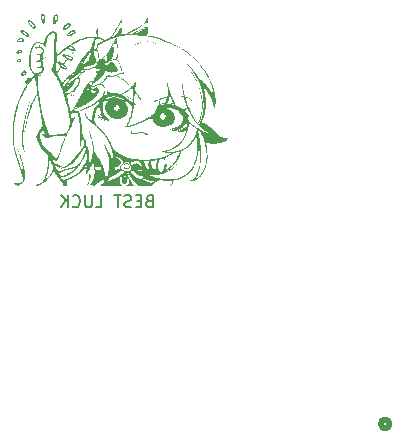
<source format=gbr>
%TF.GenerationSoftware,KiCad,Pcbnew,7.0.7*%
%TF.CreationDate,2023-12-26T11:08:44+08:00*%
%TF.ProjectId,Dice_Roller_SAMD,44696365-5f52-46f6-9c6c-65725f53414d,rev?*%
%TF.SameCoordinates,Original*%
%TF.FileFunction,Legend,Bot*%
%TF.FilePolarity,Positive*%
%FSLAX46Y46*%
G04 Gerber Fmt 4.6, Leading zero omitted, Abs format (unit mm)*
G04 Created by KiCad (PCBNEW 7.0.7) date 2023-12-26 11:08:44*
%MOMM*%
%LPD*%
G01*
G04 APERTURE LIST*
%ADD10C,0.150000*%
%ADD11C,0.508000*%
G04 APERTURE END LIST*
D10*
X180685887Y-129140009D02*
X180543030Y-129187628D01*
X180543030Y-129187628D02*
X180495411Y-129235247D01*
X180495411Y-129235247D02*
X180447792Y-129330485D01*
X180447792Y-129330485D02*
X180447792Y-129473342D01*
X180447792Y-129473342D02*
X180495411Y-129568580D01*
X180495411Y-129568580D02*
X180543030Y-129616200D01*
X180543030Y-129616200D02*
X180638268Y-129663819D01*
X180638268Y-129663819D02*
X181019220Y-129663819D01*
X181019220Y-129663819D02*
X181019220Y-128663819D01*
X181019220Y-128663819D02*
X180685887Y-128663819D01*
X180685887Y-128663819D02*
X180590649Y-128711438D01*
X180590649Y-128711438D02*
X180543030Y-128759057D01*
X180543030Y-128759057D02*
X180495411Y-128854295D01*
X180495411Y-128854295D02*
X180495411Y-128949533D01*
X180495411Y-128949533D02*
X180543030Y-129044771D01*
X180543030Y-129044771D02*
X180590649Y-129092390D01*
X180590649Y-129092390D02*
X180685887Y-129140009D01*
X180685887Y-129140009D02*
X181019220Y-129140009D01*
X180019220Y-129140009D02*
X179685887Y-129140009D01*
X179543030Y-129663819D02*
X180019220Y-129663819D01*
X180019220Y-129663819D02*
X180019220Y-128663819D01*
X180019220Y-128663819D02*
X179543030Y-128663819D01*
X179162077Y-129616200D02*
X179019220Y-129663819D01*
X179019220Y-129663819D02*
X178781125Y-129663819D01*
X178781125Y-129663819D02*
X178685887Y-129616200D01*
X178685887Y-129616200D02*
X178638268Y-129568580D01*
X178638268Y-129568580D02*
X178590649Y-129473342D01*
X178590649Y-129473342D02*
X178590649Y-129378104D01*
X178590649Y-129378104D02*
X178638268Y-129282866D01*
X178638268Y-129282866D02*
X178685887Y-129235247D01*
X178685887Y-129235247D02*
X178781125Y-129187628D01*
X178781125Y-129187628D02*
X178971601Y-129140009D01*
X178971601Y-129140009D02*
X179066839Y-129092390D01*
X179066839Y-129092390D02*
X179114458Y-129044771D01*
X179114458Y-129044771D02*
X179162077Y-128949533D01*
X179162077Y-128949533D02*
X179162077Y-128854295D01*
X179162077Y-128854295D02*
X179114458Y-128759057D01*
X179114458Y-128759057D02*
X179066839Y-128711438D01*
X179066839Y-128711438D02*
X178971601Y-128663819D01*
X178971601Y-128663819D02*
X178733506Y-128663819D01*
X178733506Y-128663819D02*
X178590649Y-128711438D01*
X178304934Y-128663819D02*
X177733506Y-128663819D01*
X178019220Y-129663819D02*
X178019220Y-128663819D01*
X176162077Y-129663819D02*
X176638267Y-129663819D01*
X176638267Y-129663819D02*
X176638267Y-128663819D01*
X175828743Y-128663819D02*
X175828743Y-129473342D01*
X175828743Y-129473342D02*
X175781124Y-129568580D01*
X175781124Y-129568580D02*
X175733505Y-129616200D01*
X175733505Y-129616200D02*
X175638267Y-129663819D01*
X175638267Y-129663819D02*
X175447791Y-129663819D01*
X175447791Y-129663819D02*
X175352553Y-129616200D01*
X175352553Y-129616200D02*
X175304934Y-129568580D01*
X175304934Y-129568580D02*
X175257315Y-129473342D01*
X175257315Y-129473342D02*
X175257315Y-128663819D01*
X174209696Y-129568580D02*
X174257315Y-129616200D01*
X174257315Y-129616200D02*
X174400172Y-129663819D01*
X174400172Y-129663819D02*
X174495410Y-129663819D01*
X174495410Y-129663819D02*
X174638267Y-129616200D01*
X174638267Y-129616200D02*
X174733505Y-129520961D01*
X174733505Y-129520961D02*
X174781124Y-129425723D01*
X174781124Y-129425723D02*
X174828743Y-129235247D01*
X174828743Y-129235247D02*
X174828743Y-129092390D01*
X174828743Y-129092390D02*
X174781124Y-128901914D01*
X174781124Y-128901914D02*
X174733505Y-128806676D01*
X174733505Y-128806676D02*
X174638267Y-128711438D01*
X174638267Y-128711438D02*
X174495410Y-128663819D01*
X174495410Y-128663819D02*
X174400172Y-128663819D01*
X174400172Y-128663819D02*
X174257315Y-128711438D01*
X174257315Y-128711438D02*
X174209696Y-128759057D01*
X173781124Y-129663819D02*
X173781124Y-128663819D01*
X173209696Y-129663819D02*
X173638267Y-129092390D01*
X173209696Y-128663819D02*
X173781124Y-129235247D01*
D11*
%TO.C,X1*%
X201041000Y-148028399D02*
G75*
G03*
X201041000Y-148028399I-381000J0D01*
G01*
%TO.C,G\u002A\u002A\u002A*%
G36*
X183415100Y-123378072D02*
G01*
X183410892Y-123382223D01*
X183406684Y-123378072D01*
X183410892Y-123373920D01*
X183415100Y-123378072D01*
G37*
G36*
X183297274Y-124075555D02*
G01*
X183293066Y-124079706D01*
X183288857Y-124075555D01*
X183293066Y-124071403D01*
X183297274Y-124075555D01*
G37*
G36*
X183187863Y-123336555D02*
G01*
X183183655Y-123340707D01*
X183179447Y-123336555D01*
X183183655Y-123332403D01*
X183187863Y-123336555D01*
G37*
G36*
X183171031Y-123344858D02*
G01*
X183166823Y-123349010D01*
X183162615Y-123344858D01*
X183166823Y-123340707D01*
X183171031Y-123344858D01*
G37*
G36*
X183070037Y-123361465D02*
G01*
X183065829Y-123365617D01*
X183061621Y-123361465D01*
X183065829Y-123357313D01*
X183070037Y-123361465D01*
G37*
G36*
X183053205Y-123369768D02*
G01*
X183048997Y-123373920D01*
X183044789Y-123369768D01*
X183048997Y-123365617D01*
X183053205Y-123369768D01*
G37*
G36*
X183053205Y-123303341D02*
G01*
X183048997Y-123307493D01*
X183044789Y-123303341D01*
X183048997Y-123299190D01*
X183053205Y-123303341D01*
G37*
G36*
X183027956Y-123311645D02*
G01*
X183023748Y-123315796D01*
X183019540Y-123311645D01*
X183023748Y-123307493D01*
X183027956Y-123311645D01*
G37*
G36*
X183027956Y-123212004D02*
G01*
X183023748Y-123216156D01*
X183019540Y-123212004D01*
X183023748Y-123207853D01*
X183027956Y-123212004D01*
G37*
G36*
X183019540Y-123245218D02*
G01*
X183015332Y-123249369D01*
X183011124Y-123245218D01*
X183015332Y-123241066D01*
X183019540Y-123245218D01*
G37*
G36*
X183011124Y-123319948D02*
G01*
X183006916Y-123324100D01*
X183002708Y-123319948D01*
X183006916Y-123315796D01*
X183011124Y-123319948D01*
G37*
G36*
X183002708Y-123253521D02*
G01*
X182998500Y-123257673D01*
X182994292Y-123253521D01*
X182998500Y-123249369D01*
X183002708Y-123253521D01*
G37*
G36*
X182985875Y-123261825D02*
G01*
X182981667Y-123265976D01*
X182977459Y-123261825D01*
X182981667Y-123257673D01*
X182985875Y-123261825D01*
G37*
G36*
X182918546Y-123236914D02*
G01*
X182914338Y-123241066D01*
X182910130Y-123236914D01*
X182914338Y-123232763D01*
X182918546Y-123236914D01*
G37*
G36*
X182901714Y-123245218D02*
G01*
X182897506Y-123249369D01*
X182893298Y-123245218D01*
X182897506Y-123241066D01*
X182901714Y-123245218D01*
G37*
G36*
X182893298Y-123203701D02*
G01*
X182889089Y-123207853D01*
X182884881Y-123203701D01*
X182889089Y-123199549D01*
X182893298Y-123203701D01*
G37*
G36*
X182884881Y-123253521D02*
G01*
X182880673Y-123257673D01*
X182876465Y-123253521D01*
X182880673Y-123249369D01*
X182884881Y-123253521D01*
G37*
G36*
X182876465Y-123212004D02*
G01*
X182872257Y-123216156D01*
X182868049Y-123212004D01*
X182872257Y-123207853D01*
X182876465Y-123212004D01*
G37*
G36*
X182834384Y-123236914D02*
G01*
X182830176Y-123241066D01*
X182825968Y-123236914D01*
X182830176Y-123232763D01*
X182834384Y-123236914D01*
G37*
G36*
X182817552Y-123203701D02*
G01*
X182813344Y-123207853D01*
X182809136Y-123203701D01*
X182813344Y-123199549D01*
X182817552Y-123203701D01*
G37*
G36*
X182800720Y-123212004D02*
G01*
X182796512Y-123216156D01*
X182792303Y-123212004D01*
X182796512Y-123207853D01*
X182800720Y-123212004D01*
G37*
G36*
X182708142Y-123203701D02*
G01*
X182703934Y-123207853D01*
X182699726Y-123203701D01*
X182703934Y-123199549D01*
X182708142Y-123203701D01*
G37*
G36*
X182691309Y-123212004D02*
G01*
X182687101Y-123216156D01*
X182682893Y-123212004D01*
X182687101Y-123207853D01*
X182691309Y-123212004D01*
G37*
G36*
X182674477Y-123220308D02*
G01*
X182670269Y-123224459D01*
X182666061Y-123220308D01*
X182670269Y-123216156D01*
X182674477Y-123220308D01*
G37*
G36*
X182657645Y-123228611D02*
G01*
X182653437Y-123232763D01*
X182649229Y-123228611D01*
X182653437Y-123224459D01*
X182657645Y-123228611D01*
G37*
G36*
X182640812Y-123195398D02*
G01*
X182636604Y-123199549D01*
X182632396Y-123195398D01*
X182636604Y-123191246D01*
X182640812Y-123195398D01*
G37*
G36*
X182623980Y-123203701D02*
G01*
X182619772Y-123207853D01*
X182615564Y-123203701D01*
X182619772Y-123199549D01*
X182623980Y-123203701D01*
G37*
G36*
X182607148Y-123212004D02*
G01*
X182602940Y-123216156D01*
X182598732Y-123212004D01*
X182602940Y-123207853D01*
X182607148Y-123212004D01*
G37*
G36*
X182590315Y-123220308D02*
G01*
X182586107Y-123224459D01*
X182581899Y-123220308D01*
X182586107Y-123216156D01*
X182590315Y-123220308D01*
G37*
G36*
X182539818Y-123195398D02*
G01*
X182535610Y-123199549D01*
X182531402Y-123195398D01*
X182535610Y-123191246D01*
X182539818Y-123195398D01*
G37*
G36*
X182497738Y-123162184D02*
G01*
X182493529Y-123166336D01*
X182489321Y-123162184D01*
X182493529Y-123158032D01*
X182497738Y-123162184D01*
G37*
G36*
X181134318Y-127122890D02*
G01*
X181130110Y-127127042D01*
X181125902Y-127122890D01*
X181130110Y-127118739D01*
X181134318Y-127122890D01*
G37*
G36*
X178011919Y-121252410D02*
G01*
X178007711Y-121256561D01*
X178003503Y-121252410D01*
X178007711Y-121248258D01*
X178011919Y-121252410D01*
G37*
G36*
X177725769Y-115855221D02*
G01*
X177721561Y-115859373D01*
X177717353Y-115855221D01*
X177721561Y-115851069D01*
X177725769Y-115855221D01*
G37*
G36*
X177220799Y-122306937D02*
G01*
X177216591Y-122311089D01*
X177212383Y-122306937D01*
X177216591Y-122302786D01*
X177220799Y-122306937D01*
G37*
G36*
X176959898Y-122506218D02*
G01*
X176955690Y-122510370D01*
X176951482Y-122506218D01*
X176955690Y-122502066D01*
X176959898Y-122506218D01*
G37*
G36*
X176715829Y-122207297D02*
G01*
X176711621Y-122211449D01*
X176707413Y-122207297D01*
X176711621Y-122203145D01*
X176715829Y-122207297D01*
G37*
G36*
X176513841Y-122215600D02*
G01*
X176509633Y-122219752D01*
X176505425Y-122215600D01*
X176509633Y-122211449D01*
X176513841Y-122215600D01*
G37*
G36*
X176480176Y-122082746D02*
G01*
X176475968Y-122086898D01*
X176471760Y-122082746D01*
X176475968Y-122078595D01*
X176480176Y-122082746D01*
G37*
G36*
X176463344Y-122066140D02*
G01*
X176459136Y-122070291D01*
X176454928Y-122066140D01*
X176459136Y-122061988D01*
X176463344Y-122066140D01*
G37*
G36*
X176412847Y-122008016D02*
G01*
X176408639Y-122012168D01*
X176404431Y-122008016D01*
X176408639Y-122003864D01*
X176412847Y-122008016D01*
G37*
G36*
X176396015Y-121991409D02*
G01*
X176391806Y-121995561D01*
X176387598Y-121991409D01*
X176391806Y-121987258D01*
X176396015Y-121991409D01*
G37*
G36*
X176362350Y-122041230D02*
G01*
X176358142Y-122045381D01*
X176353934Y-122041230D01*
X176358142Y-122037078D01*
X176362350Y-122041230D01*
G37*
G36*
X176345518Y-122024623D02*
G01*
X176341309Y-122028775D01*
X176337101Y-122024623D01*
X176341309Y-122020471D01*
X176345518Y-122024623D01*
G37*
G36*
X176244523Y-121891769D02*
G01*
X176240315Y-121895921D01*
X176236107Y-121891769D01*
X176240315Y-121887617D01*
X176244523Y-121891769D01*
G37*
G36*
X175773218Y-126923609D02*
G01*
X175769010Y-126927761D01*
X175764802Y-126923609D01*
X175769010Y-126919458D01*
X175773218Y-126923609D01*
G37*
G36*
X171413642Y-121825342D02*
G01*
X171409434Y-121829494D01*
X171405226Y-121825342D01*
X171409434Y-121821190D01*
X171413642Y-121825342D01*
G37*
G36*
X171396810Y-121833645D02*
G01*
X171392602Y-121837797D01*
X171388394Y-121833645D01*
X171392602Y-121829494D01*
X171396810Y-121833645D01*
G37*
G36*
X171337897Y-121858556D02*
G01*
X171333688Y-121862707D01*
X171329480Y-121858556D01*
X171333688Y-121854404D01*
X171337897Y-121858556D01*
G37*
G36*
X183504872Y-123277047D02*
G01*
X183506189Y-123279545D01*
X183499262Y-123282583D01*
X183494806Y-123281984D01*
X183493651Y-123277047D01*
X183494884Y-123276054D01*
X183504872Y-123277047D01*
G37*
G36*
X183471208Y-123285351D02*
G01*
X183472525Y-123287848D01*
X183465597Y-123290886D01*
X183461142Y-123290287D01*
X183459986Y-123285351D01*
X183461220Y-123284357D01*
X183471208Y-123285351D01*
G37*
G36*
X183361798Y-124057564D02*
G01*
X183363114Y-124060061D01*
X183356187Y-124063099D01*
X183351731Y-124062500D01*
X183350576Y-124057564D01*
X183351810Y-124056570D01*
X183361798Y-124057564D01*
G37*
G36*
X183050399Y-123202317D02*
G01*
X183051716Y-123204815D01*
X183044789Y-123207853D01*
X183040333Y-123207253D01*
X183039178Y-123202317D01*
X183040411Y-123201323D01*
X183050399Y-123202317D01*
G37*
G36*
X176497009Y-122319392D02*
G01*
X176496401Y-122323788D01*
X176491398Y-122324928D01*
X176490391Y-122323711D01*
X176491398Y-122313857D01*
X176493929Y-122312558D01*
X176497009Y-122319392D01*
G37*
G36*
X176446512Y-122045381D02*
G01*
X176445904Y-122049777D01*
X176440901Y-122050917D01*
X176439894Y-122049700D01*
X176440901Y-122039846D01*
X176443432Y-122038547D01*
X176446512Y-122045381D01*
G37*
G36*
X175621062Y-126765154D02*
G01*
X175620467Y-126773575D01*
X175616642Y-126776052D01*
X175614974Y-126773114D01*
X175615978Y-126760137D01*
X175619007Y-126756294D01*
X175621062Y-126765154D01*
G37*
G36*
X174214898Y-120517562D02*
G01*
X174213725Y-120528984D01*
X174210653Y-120527941D01*
X174209541Y-120524182D01*
X174210653Y-120507183D01*
X174213575Y-120505774D01*
X174214898Y-120517562D01*
G37*
G36*
X174036682Y-127669529D02*
G01*
X174037998Y-127672026D01*
X174031071Y-127675064D01*
X174026615Y-127674465D01*
X174025460Y-127669529D01*
X174026694Y-127668535D01*
X174036682Y-127669529D01*
G37*
G36*
X183765175Y-122899345D02*
G01*
X183762577Y-122903034D01*
X183755458Y-122908931D01*
X183754282Y-122908851D01*
X183752428Y-122904044D01*
X183761463Y-122895683D01*
X183766167Y-122893663D01*
X183765175Y-122899345D01*
G37*
G36*
X183664181Y-122808008D02*
G01*
X183661583Y-122811697D01*
X183654464Y-122817594D01*
X183653288Y-122817514D01*
X183651434Y-122812707D01*
X183660469Y-122804346D01*
X183665173Y-122802326D01*
X183664181Y-122808008D01*
G37*
G36*
X183638932Y-122824615D02*
G01*
X183636334Y-122828303D01*
X183629216Y-122834201D01*
X183628039Y-122834120D01*
X183626186Y-122829314D01*
X183635221Y-122820953D01*
X183639924Y-122818933D01*
X183638932Y-122824615D01*
G37*
G36*
X183604959Y-122846198D02*
G01*
X183596172Y-122852928D01*
X183586068Y-122858717D01*
X183583423Y-122855252D01*
X183588014Y-122850545D01*
X183602360Y-122842339D01*
X183612764Y-122837478D01*
X183615802Y-122837260D01*
X183604959Y-122846198D01*
G37*
G36*
X177242326Y-122477530D02*
G01*
X177250256Y-122485460D01*
X177251823Y-122488400D01*
X177251249Y-122493763D01*
X177249769Y-122493389D01*
X177241840Y-122485460D01*
X177240272Y-122482520D01*
X177240846Y-122477156D01*
X177242326Y-122477530D01*
G37*
G36*
X176493287Y-122095575D02*
G01*
X176501217Y-122103505D01*
X176502784Y-122106445D01*
X176502210Y-122111808D01*
X176500730Y-122111435D01*
X176492800Y-122103505D01*
X176491233Y-122100565D01*
X176491807Y-122095201D01*
X176493287Y-122095575D01*
G37*
G36*
X176458334Y-122149406D02*
G01*
X176468340Y-122157929D01*
X176482950Y-122174469D01*
X176489671Y-122183148D01*
X176498863Y-122197304D01*
X176499471Y-122202686D01*
X176493724Y-122199428D01*
X176481582Y-122187445D01*
X176468482Y-122171562D01*
X176458661Y-122157042D01*
X176456357Y-122149147D01*
X176458334Y-122149406D01*
G37*
G36*
X176381460Y-122062868D02*
G01*
X176396142Y-122077727D01*
X176413172Y-122096457D01*
X176429344Y-122115477D01*
X176441450Y-122131206D01*
X176446284Y-122140065D01*
X176446230Y-122140674D01*
X176440782Y-122139096D01*
X176429082Y-122127610D01*
X176410785Y-122106851D01*
X176391209Y-122084894D01*
X176388389Y-122081693D01*
X176375883Y-122065649D01*
X176370844Y-122055832D01*
X176372333Y-122055461D01*
X176381460Y-122062868D01*
G37*
G36*
X182726386Y-123058878D02*
G01*
X182707569Y-123069340D01*
X182677437Y-123084457D01*
X182638057Y-123103221D01*
X182591495Y-123124627D01*
X182539818Y-123147666D01*
X182523816Y-123153859D01*
X182510362Y-123157266D01*
X182510736Y-123156415D01*
X182521750Y-123149975D01*
X182544349Y-123138240D01*
X182576151Y-123122430D01*
X182614772Y-123103767D01*
X182634207Y-123094582D01*
X182671637Y-123077457D01*
X182702215Y-123064227D01*
X182723198Y-123056053D01*
X182731846Y-123054100D01*
X182726386Y-123058878D01*
G37*
G36*
X182653505Y-123032968D02*
G01*
X182638918Y-123042527D01*
X182612212Y-123054928D01*
X182575627Y-123069151D01*
X182531402Y-123084181D01*
X182515763Y-123089114D01*
X182478386Y-123100243D01*
X182456173Y-123105794D01*
X182449325Y-123105960D01*
X182458044Y-123100936D01*
X182482530Y-123090915D01*
X182522986Y-123076091D01*
X182552677Y-123065394D01*
X182587668Y-123052277D01*
X182615183Y-123041380D01*
X182631013Y-123034330D01*
X182645298Y-123028387D01*
X182654940Y-123028045D01*
X182653505Y-123032968D01*
G37*
G36*
X176408191Y-121841571D02*
G01*
X176427549Y-121858527D01*
X176453626Y-121882785D01*
X176484384Y-121912527D01*
X176498506Y-121926580D01*
X176527760Y-121956863D01*
X176551229Y-121982789D01*
X176566803Y-122001971D01*
X176572368Y-122012019D01*
X176570062Y-122012241D01*
X176558660Y-122003960D01*
X176539811Y-121987260D01*
X176515859Y-121964512D01*
X176489146Y-121938087D01*
X176462017Y-121910356D01*
X176436814Y-121883691D01*
X176415882Y-121860461D01*
X176401564Y-121843039D01*
X176396203Y-121833794D01*
X176397586Y-121833733D01*
X176408191Y-121841571D01*
G37*
G36*
X183680500Y-122893795D02*
G01*
X183676827Y-122902176D01*
X183662896Y-122916703D01*
X183641175Y-122935327D01*
X183614133Y-122955996D01*
X183584241Y-122976659D01*
X183553967Y-122995266D01*
X183553298Y-122995647D01*
X183531541Y-123006691D01*
X183518208Y-123008974D01*
X183508179Y-123003407D01*
X183501884Y-122996493D01*
X183499763Y-122989309D01*
X183507608Y-122983847D01*
X183527920Y-122971507D01*
X183555654Y-122955616D01*
X183587154Y-122938165D01*
X183618761Y-122921142D01*
X183646816Y-122906539D01*
X183667661Y-122896344D01*
X183677638Y-122892549D01*
X183680500Y-122893795D01*
G37*
G36*
X176420070Y-121809380D02*
G01*
X176435991Y-121816044D01*
X176447169Y-121823571D01*
X176467836Y-121840808D01*
X176493150Y-121864014D01*
X176520259Y-121890336D01*
X176546310Y-121916919D01*
X176568451Y-121940910D01*
X176583827Y-121959454D01*
X176589586Y-121969697D01*
X176589288Y-121972471D01*
X176583126Y-121978954D01*
X176575679Y-121973781D01*
X176559117Y-121959069D01*
X176536181Y-121937437D01*
X176509517Y-121911518D01*
X176481770Y-121883939D01*
X176455584Y-121857332D01*
X176433604Y-121834327D01*
X176418477Y-121817554D01*
X176412847Y-121809642D01*
X176412881Y-121809360D01*
X176420070Y-121809380D01*
G37*
G36*
X176360246Y-121845156D02*
G01*
X176362321Y-121846443D01*
X176377027Y-121858371D01*
X176400241Y-121879542D01*
X176430099Y-121908055D01*
X176464739Y-121942012D01*
X176502296Y-121979511D01*
X176540907Y-122018654D01*
X176578708Y-122057541D01*
X176613836Y-122094272D01*
X176644427Y-122126947D01*
X176668617Y-122153667D01*
X176684544Y-122172533D01*
X176690342Y-122181644D01*
X176689955Y-122181766D01*
X176681452Y-122175254D01*
X176662925Y-122158725D01*
X176635847Y-122133559D01*
X176601693Y-122101140D01*
X176561936Y-122062849D01*
X176518049Y-122020067D01*
X176465086Y-121967948D01*
X176421339Y-121924379D01*
X176388353Y-121890783D01*
X176365426Y-121866383D01*
X176351854Y-121850399D01*
X176346935Y-121842052D01*
X176349967Y-121840564D01*
X176360246Y-121845156D01*
G37*
G36*
X176667580Y-122056561D02*
G01*
X176683885Y-122070146D01*
X176708818Y-122096649D01*
X176741946Y-122135602D01*
X176782834Y-122186539D01*
X176807278Y-122215870D01*
X176852082Y-122264607D01*
X176907559Y-122320567D01*
X176972092Y-122382132D01*
X177044060Y-122447682D01*
X177052733Y-122455435D01*
X177071854Y-122472849D01*
X177078687Y-122479860D01*
X177073530Y-122476862D01*
X177056684Y-122464245D01*
X177048875Y-122458223D01*
X177009388Y-122426710D01*
X176965592Y-122390297D01*
X176919036Y-122350416D01*
X176871270Y-122308499D01*
X176823846Y-122265979D01*
X176778312Y-122224285D01*
X176736220Y-122184851D01*
X176699119Y-122149108D01*
X176668561Y-122118489D01*
X176646094Y-122094424D01*
X176633270Y-122078345D01*
X176631639Y-122071685D01*
X176638799Y-122073187D01*
X176655530Y-122083447D01*
X176676019Y-122100484D01*
X176710418Y-122132567D01*
X176682652Y-122096894D01*
X176672031Y-122082096D01*
X176662258Y-122064583D01*
X176660962Y-122055378D01*
X176667580Y-122056561D01*
G37*
G36*
X176915547Y-122145044D02*
G01*
X176925188Y-122151520D01*
X176939434Y-122165996D01*
X176960255Y-122190129D01*
X176989620Y-122225575D01*
X177020596Y-122261954D01*
X177061566Y-122307640D01*
X177103185Y-122351949D01*
X177140016Y-122388974D01*
X177148358Y-122397038D01*
X177172090Y-122420437D01*
X177187553Y-122436450D01*
X177193461Y-122443701D01*
X177188526Y-122440815D01*
X177181228Y-122435475D01*
X177163410Y-122425448D01*
X177152549Y-122423746D01*
X177149799Y-122424996D01*
X177146949Y-122421121D01*
X177146860Y-122419914D01*
X177139263Y-122409378D01*
X177122240Y-122392230D01*
X177098765Y-122371528D01*
X177098053Y-122370933D01*
X177071971Y-122348007D01*
X177038630Y-122317164D01*
X177002244Y-122282368D01*
X176967026Y-122247583D01*
X176960571Y-122241080D01*
X176930262Y-122210254D01*
X176910077Y-122188644D01*
X176898527Y-122174072D01*
X176894122Y-122164366D01*
X176895374Y-122157348D01*
X176900792Y-122150844D01*
X176902205Y-122149465D01*
X176908542Y-122144911D01*
X176915547Y-122145044D01*
G37*
G36*
X183401143Y-123055909D02*
G01*
X183404235Y-123062347D01*
X183404933Y-123071190D01*
X183401328Y-123073154D01*
X183384489Y-123081307D01*
X183355890Y-123094767D01*
X183317690Y-123112526D01*
X183272044Y-123133580D01*
X183221110Y-123156921D01*
X183214459Y-123159960D01*
X183153285Y-123187791D01*
X183105876Y-123209100D01*
X183070916Y-123224433D01*
X183047091Y-123234339D01*
X183033088Y-123239367D01*
X183027592Y-123240066D01*
X183029289Y-123236984D01*
X183036415Y-123232160D01*
X183054550Y-123221267D01*
X183079085Y-123207189D01*
X183100145Y-123194879D01*
X183112181Y-123186890D01*
X183112118Y-123185222D01*
X183101242Y-123188492D01*
X183080557Y-123194818D01*
X183075007Y-123196485D01*
X183062099Y-123199361D01*
X183063971Y-123196308D01*
X183080006Y-123187669D01*
X183109586Y-123173788D01*
X183152095Y-123155008D01*
X183178213Y-123143590D01*
X183227758Y-123121504D01*
X183276983Y-123099118D01*
X183318314Y-123079856D01*
X183334452Y-123072266D01*
X183364781Y-123058847D01*
X183384168Y-123052180D01*
X183395370Y-123051466D01*
X183401143Y-123055909D01*
G37*
G36*
X176392374Y-121947838D02*
G01*
X176406754Y-121959382D01*
X176429679Y-121978548D01*
X176435795Y-121983703D01*
X176457603Y-122002185D01*
X176478111Y-122019815D01*
X176498816Y-122037963D01*
X176521214Y-122057998D01*
X176546801Y-122081290D01*
X176577075Y-122109208D01*
X176613531Y-122143121D01*
X176657667Y-122184400D01*
X176710979Y-122234413D01*
X176774963Y-122294530D01*
X176821064Y-122337785D01*
X176868081Y-122381745D01*
X176911930Y-122422595D01*
X176950363Y-122458246D01*
X176981129Y-122486604D01*
X177001979Y-122505579D01*
X177015545Y-122517943D01*
X177031206Y-122533064D01*
X177036946Y-122540013D01*
X177031435Y-122537357D01*
X177018272Y-122527897D01*
X176983957Y-122501044D01*
X176940415Y-122464911D01*
X176889447Y-122421122D01*
X176832854Y-122371300D01*
X176772434Y-122317068D01*
X176709990Y-122260050D01*
X176647320Y-122201868D01*
X176586227Y-122144146D01*
X176528509Y-122088507D01*
X176475968Y-122036573D01*
X176467385Y-122027956D01*
X176431011Y-121991318D01*
X176405858Y-121965658D01*
X176391391Y-121950306D01*
X176387074Y-121944589D01*
X176392374Y-121947838D01*
G37*
G36*
X174161744Y-119999695D02*
G01*
X174159593Y-120016689D01*
X174153593Y-120040782D01*
X174140878Y-120090605D01*
X174128126Y-120154048D01*
X174116700Y-120224629D01*
X174107464Y-120297522D01*
X174107003Y-120301912D01*
X174103920Y-120335943D01*
X174100178Y-120383441D01*
X174095942Y-120441755D01*
X174091376Y-120508233D01*
X174086646Y-120580223D01*
X174081917Y-120655072D01*
X174077354Y-120730130D01*
X174073121Y-120802743D01*
X174069384Y-120870261D01*
X174066307Y-120930031D01*
X174064056Y-120979402D01*
X174062794Y-121015721D01*
X174062251Y-121028919D01*
X174061507Y-121029336D01*
X174060675Y-121015405D01*
X174059803Y-120988324D01*
X174058938Y-120949295D01*
X174058130Y-120899517D01*
X174057890Y-120878973D01*
X174057771Y-120791777D01*
X174058936Y-120700657D01*
X174061260Y-120608547D01*
X174064620Y-120518377D01*
X174068895Y-120433081D01*
X174073960Y-120355590D01*
X174079693Y-120288836D01*
X174085971Y-120235751D01*
X174086858Y-120229672D01*
X174096316Y-120173486D01*
X174107204Y-120121445D01*
X174118886Y-120075597D01*
X174130724Y-120037993D01*
X174142081Y-120010681D01*
X174152321Y-119995709D01*
X174160805Y-119995126D01*
X174161744Y-119999695D01*
G37*
G36*
X176542276Y-121812050D02*
G01*
X176551901Y-121817671D01*
X176557680Y-121811834D01*
X176560783Y-121810854D01*
X176570195Y-121819783D01*
X176582912Y-121838473D01*
X176586202Y-121843809D01*
X176604165Y-121870120D01*
X176627704Y-121901853D01*
X176652612Y-121933286D01*
X176655600Y-121936916D01*
X176680557Y-121967299D01*
X176711812Y-122005431D01*
X176745671Y-122046801D01*
X176778439Y-122086898D01*
X176838000Y-122158988D01*
X176942622Y-122281101D01*
X177052476Y-122403372D01*
X177124013Y-122481308D01*
X177045483Y-122411293D01*
X177031379Y-122398580D01*
X176985592Y-122355644D01*
X176938157Y-122308961D01*
X176890599Y-122260235D01*
X176844439Y-122211169D01*
X176801202Y-122163467D01*
X176762410Y-122118831D01*
X176729588Y-122078966D01*
X176704257Y-122045573D01*
X176687941Y-122020358D01*
X176682164Y-122005022D01*
X176680822Y-121996820D01*
X176670440Y-121977321D01*
X176654330Y-121960915D01*
X176637979Y-121953946D01*
X176629125Y-121948606D01*
X176613744Y-121932856D01*
X176595903Y-121910353D01*
X176580915Y-121890010D01*
X176559455Y-121861710D01*
X176542082Y-121839692D01*
X176529865Y-121821924D01*
X176525381Y-121808986D01*
X176529524Y-121804768D01*
X176542276Y-121812050D01*
G37*
G36*
X176207221Y-122011549D02*
G01*
X176222580Y-122024372D01*
X176245401Y-122044952D01*
X176276417Y-122073960D01*
X176316361Y-122112070D01*
X176365965Y-122159951D01*
X176425961Y-122218276D01*
X176497081Y-122287717D01*
X176509044Y-122299419D01*
X176564233Y-122353500D01*
X176614163Y-122402591D01*
X176657875Y-122445738D01*
X176694410Y-122481985D01*
X176722808Y-122510378D01*
X176742111Y-122529964D01*
X176751357Y-122539787D01*
X176749589Y-122538894D01*
X176737705Y-122528347D01*
X176712273Y-122505104D01*
X176679755Y-122474893D01*
X176643090Y-122440447D01*
X176605216Y-122404502D01*
X176575173Y-122376238D01*
X176542971Y-122346912D01*
X176516253Y-122323646D01*
X176497181Y-122308313D01*
X176487916Y-122302786D01*
X176485596Y-122301603D01*
X176476423Y-122294033D01*
X176480176Y-122290331D01*
X176475968Y-122286179D01*
X176471894Y-122290198D01*
X176451614Y-122271596D01*
X176423600Y-122244897D01*
X176390913Y-122213074D01*
X176355563Y-122178132D01*
X176319555Y-122142073D01*
X176284897Y-122106905D01*
X176253598Y-122074630D01*
X176227663Y-122047253D01*
X176209102Y-122026779D01*
X176199920Y-122015213D01*
X176198596Y-122012909D01*
X176195962Y-122006490D01*
X176198592Y-122005813D01*
X176207221Y-122011549D01*
G37*
G36*
X169836709Y-117258025D02*
G01*
X169823493Y-117299152D01*
X169799237Y-117337544D01*
X169766492Y-117369210D01*
X169727809Y-117390159D01*
X169715205Y-117394229D01*
X169673002Y-117402006D01*
X169629008Y-117399776D01*
X169577484Y-117387434D01*
X169530537Y-117368320D01*
X169495454Y-117342235D01*
X169478191Y-117320354D01*
X169463103Y-117282449D01*
X169462768Y-117266839D01*
X169575486Y-117266839D01*
X169591597Y-117277763D01*
X169616456Y-117286958D01*
X169657627Y-117292686D01*
X169692883Y-117285008D01*
X169719888Y-117264174D01*
X169727301Y-117252527D01*
X169728277Y-117233359D01*
X169713576Y-117212822D01*
X169705475Y-117205277D01*
X169691670Y-117197623D01*
X169677390Y-117201183D01*
X169657006Y-117216302D01*
X169656263Y-117216912D01*
X169631026Y-117232899D01*
X169604332Y-117243669D01*
X169593012Y-117247023D01*
X169576020Y-117256426D01*
X169575486Y-117266839D01*
X169462768Y-117266839D01*
X169462263Y-117243313D01*
X169474937Y-117206237D01*
X169500395Y-117174509D01*
X169537905Y-117151422D01*
X169548584Y-117146965D01*
X169572129Y-117136462D01*
X169587333Y-117128735D01*
X169623826Y-117109107D01*
X169669003Y-117093212D01*
X169706714Y-117090745D01*
X169719381Y-117093208D01*
X169759008Y-117110719D01*
X169794198Y-117140080D01*
X169821303Y-117177666D01*
X169836675Y-117219850D01*
X169836687Y-117233359D01*
X169836709Y-117258025D01*
G37*
G36*
X176260193Y-121918976D02*
G01*
X176274684Y-121930514D01*
X176298465Y-121950767D01*
X176332297Y-121980381D01*
X176376941Y-122020001D01*
X176433161Y-122070275D01*
X176441227Y-122077470D01*
X176471214Y-122103552D01*
X176496052Y-122124125D01*
X176513347Y-122137257D01*
X176520709Y-122141014D01*
X176520755Y-122140976D01*
X176528251Y-122145098D01*
X176545129Y-122158798D01*
X176568927Y-122179966D01*
X176597181Y-122206494D01*
X176666642Y-122271020D01*
X176770621Y-122360950D01*
X176877235Y-122446105D01*
X176895727Y-122460374D01*
X176920125Y-122479663D01*
X176936855Y-122493500D01*
X176943066Y-122499567D01*
X176937031Y-122497739D01*
X176920149Y-122487594D01*
X176894962Y-122470855D01*
X176864018Y-122449296D01*
X176829865Y-122424694D01*
X176795049Y-122398822D01*
X176762118Y-122373457D01*
X176727166Y-122345276D01*
X176683715Y-122309151D01*
X176638801Y-122270924D01*
X176598003Y-122235289D01*
X176588550Y-122226911D01*
X176555625Y-122198054D01*
X176526578Y-122173069D01*
X176504262Y-122154394D01*
X176491536Y-122144464D01*
X176490532Y-122143758D01*
X176475720Y-122131565D01*
X176451987Y-122110380D01*
X176421969Y-122082716D01*
X176388301Y-122051084D01*
X176353618Y-122017996D01*
X176320554Y-121985962D01*
X176291743Y-121957495D01*
X176269822Y-121935106D01*
X176257425Y-121921307D01*
X176256030Y-121919464D01*
X176254229Y-121915508D01*
X176260193Y-121918976D01*
G37*
G36*
X180630511Y-115646426D02*
G01*
X180738758Y-115655141D01*
X180826905Y-115667414D01*
X180926098Y-115685319D01*
X181017095Y-115706282D01*
X181098170Y-115729794D01*
X181167597Y-115755346D01*
X181223651Y-115782426D01*
X181264606Y-115810525D01*
X181282065Y-115827834D01*
X181300448Y-115854439D01*
X181307798Y-115878528D01*
X181302635Y-115896745D01*
X181295684Y-115903487D01*
X181284187Y-115909193D01*
X181280536Y-115907421D01*
X181266707Y-115896127D01*
X181246114Y-115876710D01*
X181221695Y-115851863D01*
X181199555Y-115830112D01*
X181155253Y-115794758D01*
X181104266Y-115764382D01*
X181044568Y-115738154D01*
X180974136Y-115715244D01*
X180890943Y-115694821D01*
X180792963Y-115676054D01*
X180743410Y-115668933D01*
X180660608Y-115661373D01*
X180570939Y-115657345D01*
X180480126Y-115656952D01*
X180393889Y-115660299D01*
X180317950Y-115667487D01*
X180265289Y-115675254D01*
X180100383Y-115709182D01*
X179934820Y-115757332D01*
X179772414Y-115818647D01*
X179747772Y-115828835D01*
X179695412Y-115849122D01*
X179642604Y-115868018D01*
X179592535Y-115884496D01*
X179548392Y-115897534D01*
X179513359Y-115906108D01*
X179490625Y-115909193D01*
X179484111Y-115908914D01*
X179466331Y-115902802D01*
X179463031Y-115890652D01*
X179475377Y-115875074D01*
X179485547Y-115868240D01*
X179515519Y-115852972D01*
X179557909Y-115834953D01*
X179610186Y-115815029D01*
X179669817Y-115794049D01*
X179734273Y-115772858D01*
X179801023Y-115752304D01*
X179867534Y-115733234D01*
X179931276Y-115716495D01*
X179989719Y-115702934D01*
X179990840Y-115702696D01*
X180119608Y-115678913D01*
X180251647Y-115661160D01*
X180383268Y-115649670D01*
X180510785Y-115644681D01*
X180630511Y-115646426D01*
G37*
G36*
X170311630Y-118299493D02*
G01*
X170296155Y-118352313D01*
X170278210Y-118384607D01*
X170236462Y-118432379D01*
X170179424Y-118474098D01*
X170107418Y-118509548D01*
X170020766Y-118538511D01*
X169975777Y-118548660D01*
X169932681Y-118551422D01*
X169897988Y-118543356D01*
X169868727Y-118523684D01*
X169841922Y-118491625D01*
X169827876Y-118463269D01*
X169825518Y-118436890D01*
X169932396Y-118436890D01*
X169939614Y-118441372D01*
X169960639Y-118439582D01*
X169993843Y-118431695D01*
X170037598Y-118418003D01*
X170053281Y-118412634D01*
X170089802Y-118399446D01*
X170115744Y-118388148D01*
X170135186Y-118376430D01*
X170152205Y-118361981D01*
X170170879Y-118342491D01*
X170171659Y-118341637D01*
X170190455Y-118318298D01*
X170199333Y-118297973D01*
X170201446Y-118273553D01*
X170197217Y-118240660D01*
X170182874Y-118216828D01*
X170156440Y-118201303D01*
X170136375Y-118196530D01*
X170111871Y-118200154D01*
X170087647Y-118216035D01*
X170062004Y-118245393D01*
X170033239Y-118289443D01*
X170022466Y-118307155D01*
X169999608Y-118342917D01*
X169977916Y-118374778D01*
X169960932Y-118397449D01*
X169949835Y-118411291D01*
X169937282Y-118428270D01*
X169932396Y-118436890D01*
X169825518Y-118436890D01*
X169824471Y-118425174D01*
X169837727Y-118386897D01*
X169843279Y-118377640D01*
X169858636Y-118353316D01*
X169879765Y-118320671D01*
X169904428Y-118283110D01*
X169930380Y-118244039D01*
X169955382Y-118206865D01*
X169977192Y-118174993D01*
X169989076Y-118159336D01*
X170029130Y-118121902D01*
X170075231Y-118097356D01*
X170124576Y-118086881D01*
X170174361Y-118091664D01*
X170187605Y-118095622D01*
X170235192Y-118119652D01*
X170272609Y-118154668D01*
X170298636Y-118198056D01*
X170312050Y-118247203D01*
X170311838Y-118273553D01*
X170311630Y-118299493D01*
G37*
G36*
X169899958Y-116524841D02*
G01*
X169881940Y-116565948D01*
X169853098Y-116601964D01*
X169814687Y-116630639D01*
X169767960Y-116649726D01*
X169714171Y-116656975D01*
X169697267Y-116657519D01*
X169662351Y-116660378D01*
X169633622Y-116664752D01*
X169621818Y-116666785D01*
X169588755Y-116669671D01*
X169555171Y-116669768D01*
X169548877Y-116669407D01*
X169521638Y-116665617D01*
X169501527Y-116656267D01*
X169480371Y-116637876D01*
X169460475Y-116612807D01*
X169445987Y-116574935D01*
X169446197Y-116560400D01*
X169553669Y-116560400D01*
X169554159Y-116561623D01*
X169563611Y-116564693D01*
X169578128Y-116564643D01*
X169588491Y-116561249D01*
X169592929Y-116559854D01*
X169611245Y-116556874D01*
X169640110Y-116553352D01*
X169675729Y-116549786D01*
X169708721Y-116546550D01*
X169736861Y-116542608D01*
X169755261Y-116537623D01*
X169767803Y-116530469D01*
X169778370Y-116520020D01*
X169782887Y-116514689D01*
X169795390Y-116494320D01*
X169794466Y-116476198D01*
X169780294Y-116454183D01*
X169760888Y-116437607D01*
X169737366Y-116433446D01*
X169707704Y-116441999D01*
X169669778Y-116463443D01*
X169657322Y-116471833D01*
X169628638Y-116492661D01*
X169600694Y-116514635D01*
X169576727Y-116535052D01*
X169559973Y-116551207D01*
X169553669Y-116560400D01*
X169446197Y-116560400D01*
X169446551Y-116535900D01*
X169462590Y-116499011D01*
X169468981Y-116490523D01*
X169495683Y-116462013D01*
X169531331Y-116430172D01*
X169571614Y-116398463D01*
X169612223Y-116370351D01*
X169648849Y-116349299D01*
X169679208Y-116336589D01*
X169732963Y-116325375D01*
X169783354Y-116329353D01*
X169828744Y-116348280D01*
X169867493Y-116381910D01*
X169876544Y-116393453D01*
X169898514Y-116436345D01*
X169905901Y-116480890D01*
X169904085Y-116494320D01*
X169899958Y-116524841D01*
G37*
G36*
X170107721Y-115524276D02*
G01*
X170093316Y-115573250D01*
X170092855Y-115574246D01*
X170075761Y-115603900D01*
X170053779Y-115627640D01*
X170024927Y-115646217D01*
X169987225Y-115660379D01*
X169938694Y-115670878D01*
X169877352Y-115678463D01*
X169801219Y-115683885D01*
X169780818Y-115685088D01*
X169732102Y-115688762D01*
X169691448Y-115692984D01*
X169661777Y-115697420D01*
X169646011Y-115701733D01*
X169629923Y-115709247D01*
X169604657Y-115718626D01*
X169603941Y-115718837D01*
X169563882Y-115722413D01*
X169524542Y-115711925D01*
X169490501Y-115689415D01*
X169466336Y-115656925D01*
X169455965Y-115628999D01*
X169454250Y-115605129D01*
X169566227Y-115605129D01*
X169571223Y-115609087D01*
X169587377Y-115606043D01*
X169616790Y-115596106D01*
X169620632Y-115594880D01*
X169645412Y-115589746D01*
X169682236Y-115584655D01*
X169727274Y-115580075D01*
X169776697Y-115576477D01*
X169833560Y-115572974D01*
X169880889Y-115569480D01*
X169915997Y-115565902D01*
X169941268Y-115561850D01*
X169959089Y-115556934D01*
X169971846Y-115550765D01*
X169981925Y-115542953D01*
X169991026Y-115533169D01*
X169999197Y-115511425D01*
X169991611Y-115486278D01*
X169981359Y-115477391D01*
X169956206Y-115469620D01*
X169920519Y-115465710D01*
X169877532Y-115465521D01*
X169830482Y-115468911D01*
X169782605Y-115475739D01*
X169737135Y-115485863D01*
X169697310Y-115499142D01*
X169692978Y-115501031D01*
X169666258Y-115515595D01*
X169636122Y-115535522D01*
X169607095Y-115557438D01*
X169583699Y-115577971D01*
X169570457Y-115593746D01*
X169570285Y-115594064D01*
X169566227Y-115605129D01*
X169454250Y-115605129D01*
X169453463Y-115594175D01*
X169464304Y-115559533D01*
X169489246Y-115522953D01*
X169529053Y-115482315D01*
X169545122Y-115468275D01*
X169615324Y-115419937D01*
X169693725Y-115385554D01*
X169780967Y-115364896D01*
X169877691Y-115357734D01*
X169890594Y-115357710D01*
X169941988Y-115358832D01*
X169980788Y-115362546D01*
X170010419Y-115369603D01*
X170034303Y-115380751D01*
X170055864Y-115396740D01*
X170087852Y-115433608D01*
X170105775Y-115477145D01*
X170107190Y-115511425D01*
X170107721Y-115524276D01*
G37*
G36*
X179051897Y-126294775D02*
G01*
X179040106Y-126348214D01*
X179016052Y-126393766D01*
X178980178Y-126430156D01*
X178932930Y-126456107D01*
X178874754Y-126470341D01*
X178826473Y-126472928D01*
X178757160Y-126464584D01*
X178692382Y-126442841D01*
X178634623Y-126408929D01*
X178586370Y-126364079D01*
X178550107Y-126309523D01*
X178536005Y-126279517D01*
X178528213Y-126255778D01*
X178525822Y-126232376D01*
X178527315Y-126202166D01*
X178529959Y-126186159D01*
X178577361Y-126186159D01*
X178578487Y-126231289D01*
X178596352Y-126275869D01*
X178617783Y-126303949D01*
X178660560Y-126338034D01*
X178718877Y-126366680D01*
X178719396Y-126366883D01*
X178756537Y-126377103D01*
X178801690Y-126383407D01*
X178848840Y-126385521D01*
X178891973Y-126383171D01*
X178925074Y-126376082D01*
X178931381Y-126373572D01*
X178955992Y-126360381D01*
X178973257Y-126346173D01*
X178977163Y-126340853D01*
X178990713Y-126313530D01*
X179000914Y-126280371D01*
X179004980Y-126249836D01*
X179002658Y-126228812D01*
X178992344Y-126190987D01*
X178975496Y-126147655D01*
X178954001Y-126103494D01*
X178929746Y-126063187D01*
X178904974Y-126026496D01*
X178886769Y-126000631D01*
X178872966Y-125984877D01*
X178860760Y-125977574D01*
X178847348Y-125977061D01*
X178829925Y-125981680D01*
X178805686Y-125989770D01*
X178804360Y-125990200D01*
X178750846Y-126009230D01*
X178709373Y-126028187D01*
X178675438Y-126049465D01*
X178644541Y-126075459D01*
X178625044Y-126095431D01*
X178592904Y-126140774D01*
X178577361Y-126186159D01*
X178529959Y-126186159D01*
X178534688Y-126157528D01*
X178555581Y-126105716D01*
X178587525Y-126058451D01*
X178630339Y-126012695D01*
X178679409Y-125973206D01*
X178731496Y-125942225D01*
X178783358Y-125921992D01*
X178831754Y-125914750D01*
X178855084Y-125916400D01*
X178884242Y-125923680D01*
X178904720Y-125935189D01*
X178912449Y-125949191D01*
X178914872Y-125955346D01*
X178925778Y-125971641D01*
X178942486Y-125992312D01*
X178946452Y-125997088D01*
X178965618Y-126023956D01*
X178986814Y-126058219D01*
X179006134Y-126093658D01*
X179009230Y-126099908D01*
X179036904Y-126169346D01*
X179050978Y-126234726D01*
X179051209Y-126249836D01*
X179051897Y-126294775D01*
G37*
G36*
X175642449Y-126703570D02*
G01*
X175647413Y-126759851D01*
X175651852Y-126825154D01*
X175655504Y-126894707D01*
X175658291Y-126965537D01*
X175660134Y-127034672D01*
X175660954Y-127099141D01*
X175660673Y-127155972D01*
X175659213Y-127202192D01*
X175656495Y-127234830D01*
X175655728Y-127240573D01*
X175652267Y-127269613D01*
X175650449Y-127290666D01*
X175650654Y-127299507D01*
X175651964Y-127298518D01*
X175657679Y-127286029D01*
X175666669Y-127261810D01*
X175678019Y-127228726D01*
X175690818Y-127189645D01*
X175704153Y-127147433D01*
X175717109Y-127104955D01*
X175728776Y-127065078D01*
X175738239Y-127030668D01*
X175744586Y-127004592D01*
X175751345Y-126974362D01*
X175757640Y-126950026D01*
X175761293Y-126940829D01*
X175762234Y-126946057D01*
X175760395Y-126964991D01*
X175755707Y-126996916D01*
X175748101Y-127041114D01*
X175734445Y-127111688D01*
X175704514Y-127242366D01*
X175670036Y-127366381D01*
X175631698Y-127481754D01*
X175590185Y-127586501D01*
X175546184Y-127678642D01*
X175500382Y-127756194D01*
X175494275Y-127765248D01*
X175471976Y-127796018D01*
X175456656Y-127812483D01*
X175447823Y-127815067D01*
X175444987Y-127804195D01*
X175445475Y-127798905D01*
X175450592Y-127776436D01*
X175460244Y-127743879D01*
X175473141Y-127705022D01*
X175487994Y-127663656D01*
X175503513Y-127623569D01*
X175518406Y-127588550D01*
X175533443Y-127552766D01*
X175543693Y-127519910D01*
X175550263Y-127484331D01*
X175554846Y-127439090D01*
X175555207Y-127434786D01*
X175560067Y-127392656D01*
X175567729Y-127341241D01*
X175577213Y-127286648D01*
X175587542Y-127234986D01*
X175588413Y-127230947D01*
X175599013Y-127178269D01*
X175606823Y-127130248D01*
X175612469Y-127081569D01*
X175616576Y-127026916D01*
X175619769Y-126960975D01*
X175621235Y-126925294D01*
X175623145Y-126883306D01*
X175624756Y-126856126D01*
X175626209Y-126842670D01*
X175627643Y-126841852D01*
X175629199Y-126852587D01*
X175631016Y-126873789D01*
X175631792Y-126882139D01*
X175632952Y-126885321D01*
X175633743Y-126873954D01*
X175634135Y-126849366D01*
X175634096Y-126812887D01*
X175633593Y-126765845D01*
X175631090Y-126591475D01*
X175642449Y-126703570D01*
G37*
G36*
X174037307Y-114257091D02*
G01*
X174024815Y-114299713D01*
X173998696Y-114343340D01*
X173958358Y-114389014D01*
X173903211Y-114437779D01*
X173832661Y-114490678D01*
X173822420Y-114497842D01*
X173783488Y-114523942D01*
X173742251Y-114549570D01*
X173695476Y-114576611D01*
X173639933Y-114606951D01*
X173572390Y-114642474D01*
X173556400Y-114650686D01*
X173524002Y-114666214D01*
X173500435Y-114674995D01*
X173481678Y-114678326D01*
X173463708Y-114677504D01*
X173438965Y-114671796D01*
X173401078Y-114650506D01*
X173368298Y-114613952D01*
X173359465Y-114599268D01*
X173351205Y-114573335D01*
X173351612Y-114564119D01*
X173463024Y-114564119D01*
X173464754Y-114566463D01*
X173473996Y-114571808D01*
X173478904Y-114570472D01*
X173498259Y-114561721D01*
X173527842Y-114546183D01*
X173565045Y-114525403D01*
X173607261Y-114500927D01*
X173651880Y-114474302D01*
X173696296Y-114447072D01*
X173737900Y-114420785D01*
X173774083Y-114396986D01*
X173802239Y-114377222D01*
X173829511Y-114356584D01*
X173874753Y-114319098D01*
X173906021Y-114287195D01*
X173924021Y-114259591D01*
X173929459Y-114235005D01*
X173923042Y-114212155D01*
X173905476Y-114189757D01*
X173892960Y-114178659D01*
X173873928Y-114168650D01*
X173852517Y-114167989D01*
X173825014Y-114176857D01*
X173787701Y-114195432D01*
X173767156Y-114207068D01*
X173692836Y-114257911D01*
X173624651Y-114317891D01*
X173567948Y-114382453D01*
X173566068Y-114384959D01*
X173538061Y-114424049D01*
X173512347Y-114462978D01*
X173490458Y-114499097D01*
X173473921Y-114529759D01*
X173464267Y-114552315D01*
X173463024Y-114564119D01*
X173351612Y-114564119D01*
X173352483Y-114544382D01*
X173363668Y-114509127D01*
X173385130Y-114464288D01*
X173439519Y-114374408D01*
X173506228Y-114288298D01*
X173581263Y-114211458D01*
X173662242Y-114146319D01*
X173746781Y-114095314D01*
X173782614Y-114078351D01*
X173824488Y-114063286D01*
X173860296Y-114057974D01*
X173894090Y-114061959D01*
X173929925Y-114074788D01*
X173952590Y-114085699D01*
X173980586Y-114104167D01*
X174001053Y-114127587D01*
X174019557Y-114161334D01*
X174023779Y-114170689D01*
X174036764Y-114214430D01*
X174037026Y-114235005D01*
X174037307Y-114257091D01*
G37*
G36*
X172978982Y-113638186D02*
G01*
X172959741Y-113718442D01*
X172928799Y-113809295D01*
X172886091Y-113911128D01*
X172831555Y-114024329D01*
X172818889Y-114048939D01*
X172794764Y-114093071D01*
X172774402Y-114125197D01*
X172756027Y-114147639D01*
X172737866Y-114162721D01*
X172718144Y-114172764D01*
X172712724Y-114174732D01*
X172671839Y-114180283D01*
X172631449Y-114171412D01*
X172595535Y-114149614D01*
X172568078Y-114116384D01*
X172567875Y-114116027D01*
X172562382Y-114105672D01*
X172558321Y-114095017D01*
X172555591Y-114081734D01*
X172554088Y-114063496D01*
X172553710Y-114037976D01*
X172553778Y-114034249D01*
X172664236Y-114034249D01*
X172664341Y-114058115D01*
X172665101Y-114067921D01*
X172665215Y-114068121D01*
X172670987Y-114073320D01*
X172678639Y-114070268D01*
X172689126Y-114057562D01*
X172703402Y-114033803D01*
X172722422Y-113997590D01*
X172747140Y-113947522D01*
X172778353Y-113881816D01*
X172813873Y-113801869D01*
X172841016Y-113733057D01*
X172860283Y-113673785D01*
X172872174Y-113622459D01*
X172877188Y-113577486D01*
X172875826Y-113537272D01*
X172875095Y-113531841D01*
X172863311Y-113496090D01*
X172842539Y-113471816D01*
X172815489Y-113460275D01*
X172784868Y-113462727D01*
X172753385Y-113480427D01*
X172732920Y-113503226D01*
X172715418Y-113536062D01*
X172700904Y-113579837D01*
X172689144Y-113635665D01*
X172679903Y-113704659D01*
X172672948Y-113787934D01*
X172668045Y-113886604D01*
X172667432Y-113903637D01*
X172665822Y-113954476D01*
X172664743Y-113998858D01*
X172664236Y-114034249D01*
X172553778Y-114034249D01*
X172554355Y-114002846D01*
X172555919Y-113955779D01*
X172558301Y-113894447D01*
X172561102Y-113832071D01*
X172566730Y-113741940D01*
X172573974Y-113665728D01*
X172583224Y-113601782D01*
X172594872Y-113548451D01*
X172609308Y-113504080D01*
X172626922Y-113467019D01*
X172648106Y-113435612D01*
X172673250Y-113408209D01*
X172692992Y-113391340D01*
X172740886Y-113363892D01*
X172790991Y-113351817D01*
X172841169Y-113355117D01*
X172889283Y-113373795D01*
X172933196Y-113407855D01*
X172940200Y-113415403D01*
X172967130Y-113457134D01*
X172982613Y-113507917D01*
X172986585Y-113568139D01*
X172985570Y-113577486D01*
X172978982Y-113638186D01*
G37*
G36*
X171102059Y-114408690D02*
G01*
X171101741Y-114418439D01*
X171091677Y-114463434D01*
X171069633Y-114505505D01*
X171038520Y-114540194D01*
X171001250Y-114563045D01*
X170988513Y-114567075D01*
X170947363Y-114571779D01*
X170903461Y-114567552D01*
X170864865Y-114554876D01*
X170840120Y-114538884D01*
X170806508Y-114511220D01*
X170767829Y-114474999D01*
X170726608Y-114432707D01*
X170685367Y-114386831D01*
X170646630Y-114339857D01*
X170643948Y-114336411D01*
X170621008Y-114305562D01*
X170591863Y-114264608D01*
X170558910Y-114217003D01*
X170524543Y-114166204D01*
X170491161Y-114115666D01*
X170391077Y-113962053D01*
X170391077Y-113912319D01*
X170496740Y-113912319D01*
X170503685Y-113932846D01*
X170520520Y-113960696D01*
X170531700Y-113976991D01*
X170550801Y-114005318D01*
X170575276Y-114041910D01*
X170603158Y-114083825D01*
X170632479Y-114128121D01*
X170686897Y-114207517D01*
X170741446Y-114280934D01*
X170793053Y-114344101D01*
X170840387Y-114395393D01*
X170882114Y-114433181D01*
X170901440Y-114447082D01*
X170933816Y-114462092D01*
X170959922Y-114461717D01*
X170979732Y-114445953D01*
X170989359Y-114427910D01*
X170991887Y-114407007D01*
X170985464Y-114382008D01*
X170969345Y-114350141D01*
X170942782Y-114308637D01*
X170906132Y-114259954D01*
X170852428Y-114199461D01*
X170784528Y-114131647D01*
X170780179Y-114127510D01*
X170737000Y-114087299D01*
X170692478Y-114047219D01*
X170648552Y-114008884D01*
X170607160Y-113973904D01*
X170570241Y-113943892D01*
X170539732Y-113920459D01*
X170517572Y-113905217D01*
X170505699Y-113899778D01*
X170500187Y-113901182D01*
X170496740Y-113912319D01*
X170391077Y-113912319D01*
X170391077Y-113910826D01*
X170391226Y-113897107D01*
X170393512Y-113870988D01*
X170399905Y-113853073D01*
X170412118Y-113837383D01*
X170414757Y-113834652D01*
X170452863Y-113805844D01*
X170493928Y-113792563D01*
X170536009Y-113795088D01*
X170577163Y-113813699D01*
X170583676Y-113818124D01*
X170623398Y-113847288D01*
X170671233Y-113885228D01*
X170724125Y-113929352D01*
X170779016Y-113977062D01*
X170832846Y-114025764D01*
X170882559Y-114072864D01*
X170922871Y-114113401D01*
X170986059Y-114183608D01*
X171036007Y-114248907D01*
X171072279Y-114308630D01*
X171094442Y-114362114D01*
X171101784Y-114407007D01*
X171102059Y-114408690D01*
G37*
G36*
X170534175Y-115152233D02*
G01*
X170515479Y-115196807D01*
X170483858Y-115234826D01*
X170441575Y-115262901D01*
X170400026Y-115274579D01*
X170351972Y-115271983D01*
X170302033Y-115253852D01*
X170295776Y-115250373D01*
X170269200Y-115232877D01*
X170232425Y-115205916D01*
X170187121Y-115170804D01*
X170134957Y-115128851D01*
X170077601Y-115081369D01*
X170016724Y-115029669D01*
X169997748Y-115013770D01*
X169956511Y-114981139D01*
X169914269Y-114949724D01*
X169877691Y-114924567D01*
X169854909Y-114909645D01*
X169818988Y-114884300D01*
X169794427Y-114863061D01*
X169778949Y-114843349D01*
X169770277Y-114822585D01*
X169766135Y-114798188D01*
X169766807Y-114784087D01*
X169876500Y-114784087D01*
X169877090Y-114786394D01*
X169887306Y-114797146D01*
X169907514Y-114813051D01*
X169934618Y-114831580D01*
X169937075Y-114833168D01*
X169973781Y-114858106D01*
X170011867Y-114885771D01*
X170043466Y-114910462D01*
X170057374Y-114921971D01*
X170135433Y-114986390D01*
X170200805Y-115040005D01*
X170253537Y-115082853D01*
X170293677Y-115114973D01*
X170321273Y-115136404D01*
X170336372Y-115147185D01*
X170344376Y-115151961D01*
X170372560Y-115164640D01*
X170393859Y-115165220D01*
X170411687Y-115154011D01*
X170422293Y-115141205D01*
X170427772Y-115122230D01*
X170421206Y-115099579D01*
X170402197Y-115069723D01*
X170364196Y-115024349D01*
X170310102Y-114971876D01*
X170247880Y-114920953D01*
X170181732Y-114874988D01*
X170115862Y-114837393D01*
X170100250Y-114830041D01*
X170062291Y-114814981D01*
X170021046Y-114801577D01*
X169979685Y-114790533D01*
X169941380Y-114782556D01*
X169909300Y-114778352D01*
X169886616Y-114778627D01*
X169876500Y-114784087D01*
X169766807Y-114784087D01*
X169768223Y-114754372D01*
X169784746Y-114717662D01*
X169816547Y-114687177D01*
X169827148Y-114680340D01*
X169845504Y-114672683D01*
X169868804Y-114669351D01*
X169902940Y-114669112D01*
X169949209Y-114672215D01*
X170013328Y-114684081D01*
X170080682Y-114705759D01*
X170155425Y-114738388D01*
X170195543Y-114759056D01*
X170261996Y-114799017D01*
X170325109Y-114843759D01*
X170383180Y-114891593D01*
X170434508Y-114940835D01*
X170477392Y-114989795D01*
X170510129Y-115036787D01*
X170531019Y-115080124D01*
X170538360Y-115118118D01*
X170537856Y-115122230D01*
X170534175Y-115152233D01*
G37*
G36*
X184116733Y-117988655D02*
G01*
X184127736Y-118002033D01*
X184145861Y-118027095D01*
X184170225Y-118062494D01*
X184199943Y-118106881D01*
X184234130Y-118158910D01*
X184271903Y-118217234D01*
X184312378Y-118280503D01*
X184354668Y-118347372D01*
X184397891Y-118416492D01*
X184441162Y-118486517D01*
X184588965Y-118740146D01*
X184722402Y-118997123D01*
X184839614Y-119254699D01*
X184940895Y-119513626D01*
X185026538Y-119774654D01*
X185096838Y-120038536D01*
X185152088Y-120306023D01*
X185187911Y-120539559D01*
X185213558Y-120794986D01*
X185223897Y-121044394D01*
X185218917Y-121288278D01*
X185198606Y-121527131D01*
X185162952Y-121761448D01*
X185111944Y-121991723D01*
X185091862Y-122063558D01*
X185055674Y-122170366D01*
X185014334Y-122269442D01*
X184968899Y-122358574D01*
X184920427Y-122435549D01*
X184869974Y-122498155D01*
X184861720Y-122506817D01*
X184838908Y-122527966D01*
X184825185Y-122535259D01*
X184820600Y-122528666D01*
X184820728Y-122527903D01*
X184825285Y-122515766D01*
X184835407Y-122492189D01*
X184849767Y-122460192D01*
X184867039Y-122422798D01*
X184868434Y-122419795D01*
X184886065Y-122379190D01*
X184906855Y-122327471D01*
X184929141Y-122268993D01*
X184951261Y-122208109D01*
X184971550Y-122149173D01*
X185019351Y-121998044D01*
X185059237Y-121854213D01*
X185092131Y-121713286D01*
X185119298Y-121569846D01*
X185142000Y-121418477D01*
X185143108Y-121409141D01*
X185146286Y-121369123D01*
X185148869Y-121315949D01*
X185150857Y-121252242D01*
X185152249Y-121180627D01*
X185153046Y-121103728D01*
X185153248Y-121024171D01*
X185152856Y-120944579D01*
X185151868Y-120867577D01*
X185150285Y-120795790D01*
X185148108Y-120731842D01*
X185145336Y-120678357D01*
X185141970Y-120637961D01*
X185112606Y-120412855D01*
X185070893Y-120173134D01*
X185018646Y-119939355D01*
X184955226Y-119709594D01*
X184879993Y-119481931D01*
X184792308Y-119254443D01*
X184691529Y-119025209D01*
X184577018Y-118792307D01*
X184448136Y-118553815D01*
X184410367Y-118486921D01*
X184354543Y-118388740D01*
X184305597Y-118303639D01*
X184262941Y-118230613D01*
X184225984Y-118168654D01*
X184194137Y-118116758D01*
X184166810Y-118073917D01*
X184146932Y-118043137D01*
X184129648Y-118015607D01*
X184117946Y-117996073D01*
X184113642Y-117987487D01*
X184116733Y-117988655D01*
G37*
G36*
X171882138Y-113747542D02*
G01*
X171881298Y-113804088D01*
X171879200Y-113861907D01*
X171876003Y-113918020D01*
X171871869Y-113969447D01*
X171866956Y-114013208D01*
X171861424Y-114046324D01*
X171855434Y-114065816D01*
X171854246Y-114067984D01*
X171836532Y-114091857D01*
X171813761Y-114113394D01*
X171792370Y-114126408D01*
X171786919Y-114127767D01*
X171766125Y-114130310D01*
X171739443Y-114131617D01*
X171728964Y-114131632D01*
X171706342Y-114128938D01*
X171687670Y-114119797D01*
X171665489Y-114101135D01*
X171665113Y-114100787D01*
X171655294Y-114091428D01*
X171646900Y-114082067D01*
X171639279Y-114070922D01*
X171631779Y-114056214D01*
X171623748Y-114036165D01*
X171614535Y-114008994D01*
X171603489Y-113972923D01*
X171589957Y-113926171D01*
X171573287Y-113866960D01*
X171552829Y-113793510D01*
X171529682Y-113705281D01*
X171511700Y-113623100D01*
X171501025Y-113553168D01*
X171498267Y-113504552D01*
X171607436Y-113504552D01*
X171611554Y-113551534D01*
X171621254Y-113609758D01*
X171636679Y-113680277D01*
X171657974Y-113764144D01*
X171685284Y-113862413D01*
X171688351Y-113873069D01*
X171706281Y-113933417D01*
X171720901Y-113978127D01*
X171732659Y-114007659D01*
X171742004Y-114022475D01*
X171749382Y-114023038D01*
X171755242Y-114009809D01*
X171760031Y-113983250D01*
X171764197Y-113943824D01*
X171766193Y-113919384D01*
X171771080Y-113827659D01*
X171771743Y-113740315D01*
X171768362Y-113659342D01*
X171761120Y-113586729D01*
X171750198Y-113524466D01*
X171735778Y-113474540D01*
X171718042Y-113438941D01*
X171697610Y-113415964D01*
X171672298Y-113402643D01*
X171647538Y-113404892D01*
X171625020Y-113423000D01*
X171615364Y-113440097D01*
X171608754Y-113467757D01*
X171607436Y-113504552D01*
X171498267Y-113504552D01*
X171497672Y-113494071D01*
X171501657Y-113444394D01*
X171512995Y-113402722D01*
X171531702Y-113367640D01*
X171557793Y-113337734D01*
X171562960Y-113333077D01*
X171605747Y-113305362D01*
X171651021Y-113293180D01*
X171696900Y-113296139D01*
X171741501Y-113313849D01*
X171782942Y-113345920D01*
X171819339Y-113391962D01*
X171825106Y-113402088D01*
X171841989Y-113443570D01*
X171856890Y-113498376D01*
X171869219Y-113564054D01*
X171878390Y-113638153D01*
X171879404Y-113650187D01*
X171881560Y-113695248D01*
X171882058Y-113740315D01*
X171882138Y-113747542D01*
G37*
G36*
X174451280Y-114873735D02*
G01*
X174450066Y-114878518D01*
X174441626Y-114903408D01*
X174429279Y-114926350D01*
X174411701Y-114948186D01*
X174387566Y-114969759D01*
X174355548Y-114991910D01*
X174314322Y-115015481D01*
X174262563Y-115041314D01*
X174198944Y-115070251D01*
X174122141Y-115103134D01*
X174030828Y-115140805D01*
X174007707Y-115150210D01*
X173955791Y-115171081D01*
X173915903Y-115186498D01*
X173885531Y-115197229D01*
X173862164Y-115204044D01*
X173843288Y-115207710D01*
X173826391Y-115208996D01*
X173808962Y-115208670D01*
X173785071Y-115207015D01*
X173763940Y-115202286D01*
X173746933Y-115191672D01*
X173726904Y-115171976D01*
X173715422Y-115159431D01*
X173701694Y-115140329D01*
X173695737Y-115120911D01*
X173694456Y-115093709D01*
X173694551Y-115090169D01*
X173803834Y-115090169D01*
X173806065Y-115097391D01*
X173818563Y-115103145D01*
X173826663Y-115101257D01*
X173849287Y-115093648D01*
X173882942Y-115081167D01*
X173925094Y-115064846D01*
X173973206Y-115045717D01*
X174024742Y-115024810D01*
X174077168Y-115003157D01*
X174127948Y-114981789D01*
X174174546Y-114961736D01*
X174214426Y-114944031D01*
X174245054Y-114929703D01*
X174265733Y-114919264D01*
X174303309Y-114897190D01*
X174327604Y-114876687D01*
X174340674Y-114855745D01*
X174344573Y-114832352D01*
X174344372Y-114827636D01*
X174335208Y-114805628D01*
X174312198Y-114792556D01*
X174275059Y-114788238D01*
X174250688Y-114789551D01*
X174190191Y-114801792D01*
X174125734Y-114825639D01*
X174061044Y-114859550D01*
X173999850Y-114901984D01*
X173993669Y-114906920D01*
X173956489Y-114937763D01*
X173919000Y-114970568D01*
X173883400Y-115003223D01*
X173851886Y-115033621D01*
X173826656Y-115059651D01*
X173809906Y-115079204D01*
X173803834Y-115090169D01*
X173694551Y-115090169D01*
X173694860Y-115078601D01*
X173697983Y-115056325D01*
X173705611Y-115035493D01*
X173719408Y-115013664D01*
X173741037Y-114988400D01*
X173772164Y-114957260D01*
X173814452Y-114917804D01*
X173840378Y-114894249D01*
X173900520Y-114842019D01*
X173953882Y-114800019D01*
X174003319Y-114766413D01*
X174051682Y-114739366D01*
X174101825Y-114717041D01*
X174156599Y-114697603D01*
X174188010Y-114689513D01*
X174236044Y-114682499D01*
X174284698Y-114680386D01*
X174328456Y-114683336D01*
X174361807Y-114691513D01*
X174388172Y-114705929D01*
X174421822Y-114738259D01*
X174444730Y-114779395D01*
X174455137Y-114825750D01*
X174454606Y-114832352D01*
X174451280Y-114873735D01*
G37*
G36*
X179237819Y-123160173D02*
G01*
X179239488Y-123168505D01*
X179233581Y-123185744D01*
X179219639Y-123214604D01*
X179209039Y-123238930D01*
X179199617Y-123283503D01*
X179204740Y-123322960D01*
X179224038Y-123355673D01*
X179257142Y-123380013D01*
X179264452Y-123383286D01*
X179282923Y-123388813D01*
X179307229Y-123392136D01*
X179341024Y-123393637D01*
X179387963Y-123393698D01*
X179409647Y-123393279D01*
X179482018Y-123388974D01*
X179560412Y-123379869D01*
X179647218Y-123365588D01*
X179744821Y-123345754D01*
X179855609Y-123319991D01*
X179881518Y-123313737D01*
X179956119Y-123296801D01*
X180017031Y-123284979D01*
X180065967Y-123278071D01*
X180104639Y-123275878D01*
X180134760Y-123278201D01*
X180158042Y-123284840D01*
X180158309Y-123284955D01*
X180176548Y-123295143D01*
X180204071Y-123313239D01*
X180237192Y-123336718D01*
X180272225Y-123363056D01*
X180292022Y-123378227D01*
X180338251Y-123412239D01*
X180377958Y-123439402D01*
X180409573Y-123458728D01*
X180431529Y-123469233D01*
X180442259Y-123469932D01*
X180442783Y-123469171D01*
X180442757Y-123457035D01*
X180437390Y-123437473D01*
X180432746Y-123423764D01*
X180427470Y-123395560D01*
X180432784Y-123377918D01*
X180449021Y-123368873D01*
X180452960Y-123368009D01*
X180483111Y-123369893D01*
X180508873Y-123387610D01*
X180529797Y-123420872D01*
X180541735Y-123458456D01*
X180544152Y-123499742D01*
X180535204Y-123535979D01*
X180515290Y-123563225D01*
X180508300Y-123568615D01*
X180487223Y-123578560D01*
X180463068Y-123580213D01*
X180434427Y-123572936D01*
X180399896Y-123556094D01*
X180358066Y-123529050D01*
X180307532Y-123491168D01*
X180246886Y-123441812D01*
X180234737Y-123431729D01*
X180200749Y-123404265D01*
X180170863Y-123381156D01*
X180147947Y-123364581D01*
X180134869Y-123356719D01*
X180125985Y-123354915D01*
X180099225Y-123355099D01*
X180061652Y-123359290D01*
X180016679Y-123366955D01*
X179967719Y-123377560D01*
X179918182Y-123390573D01*
X179802050Y-123422303D01*
X179689116Y-123449441D01*
X179585054Y-123470518D01*
X179491139Y-123485332D01*
X179408640Y-123493685D01*
X179338833Y-123495377D01*
X179282988Y-123490208D01*
X179272179Y-123488159D01*
X179218185Y-123473027D01*
X179175754Y-123450881D01*
X179140993Y-123419789D01*
X179136044Y-123414104D01*
X179122221Y-123394386D01*
X179115928Y-123373705D01*
X179114437Y-123344303D01*
X179115117Y-123327664D01*
X179119484Y-123295380D01*
X179126558Y-123270037D01*
X179136354Y-123252481D01*
X179154093Y-123228204D01*
X179175590Y-123202974D01*
X179197503Y-123180438D01*
X179216489Y-123164242D01*
X179229207Y-123158032D01*
X179237819Y-123160173D01*
G37*
G36*
X170663590Y-120531983D02*
G01*
X170657364Y-120552046D01*
X170646083Y-120582971D01*
X170630835Y-120621936D01*
X170612709Y-120666117D01*
X170592791Y-120712691D01*
X170578460Y-120746287D01*
X170557086Y-120799617D01*
X170536046Y-120856413D01*
X170515054Y-120917745D01*
X170493825Y-120984686D01*
X170472072Y-121058307D01*
X170449509Y-121139678D01*
X170425851Y-121229873D01*
X170400811Y-121329961D01*
X170374104Y-121441015D01*
X170345443Y-121564107D01*
X170314543Y-121700307D01*
X170281118Y-121850687D01*
X170244881Y-122016319D01*
X170219135Y-122135833D01*
X170190745Y-122270950D01*
X170165868Y-122393846D01*
X170144135Y-122506661D01*
X170125175Y-122611533D01*
X170108618Y-122710601D01*
X170094096Y-122806004D01*
X170081238Y-122899880D01*
X170069674Y-122994367D01*
X170059036Y-123091606D01*
X170047285Y-123210766D01*
X170033074Y-123380339D01*
X170023213Y-123539352D01*
X170017692Y-123691109D01*
X170016499Y-123838912D01*
X170019626Y-123986062D01*
X170027061Y-124135862D01*
X170038796Y-124291615D01*
X170054818Y-124456622D01*
X170058643Y-124491620D01*
X170072177Y-124601747D01*
X170086577Y-124699104D01*
X170101678Y-124782733D01*
X170117310Y-124851674D01*
X170133306Y-124904969D01*
X170140820Y-124928456D01*
X170145840Y-124950268D01*
X170145895Y-124961641D01*
X170139953Y-124964075D01*
X170127041Y-124956252D01*
X170110528Y-124938099D01*
X170092670Y-124912205D01*
X170075723Y-124881156D01*
X170064269Y-124855705D01*
X170040846Y-124794901D01*
X170017396Y-124723685D01*
X169995052Y-124646119D01*
X169974945Y-124566261D01*
X169958207Y-124488171D01*
X169945970Y-124415907D01*
X169939457Y-124361621D01*
X169932954Y-124288822D01*
X169927374Y-124206461D01*
X169922876Y-124118239D01*
X169919619Y-124027859D01*
X169917759Y-123939022D01*
X169917455Y-123855430D01*
X169918864Y-123780785D01*
X169920105Y-123746985D01*
X169933159Y-123523183D01*
X169954743Y-123288920D01*
X169984441Y-123047279D01*
X170021836Y-122801342D01*
X170066511Y-122554194D01*
X170118048Y-122308915D01*
X170135121Y-122233666D01*
X170169974Y-122083088D01*
X170205124Y-121935085D01*
X170240240Y-121790901D01*
X170274991Y-121651783D01*
X170309047Y-121518975D01*
X170342076Y-121393724D01*
X170373747Y-121277276D01*
X170403730Y-121170875D01*
X170431693Y-121075768D01*
X170457307Y-120993200D01*
X170480238Y-120924417D01*
X170500158Y-120870664D01*
X170507487Y-120852943D01*
X170521917Y-120819814D01*
X170539653Y-120780465D01*
X170559561Y-120737269D01*
X170580506Y-120692602D01*
X170601355Y-120648837D01*
X170620974Y-120608348D01*
X170638228Y-120573510D01*
X170651985Y-120546697D01*
X170661109Y-120530282D01*
X170664467Y-120526641D01*
X170663590Y-120531983D01*
G37*
G36*
X178394245Y-114207003D02*
G01*
X178394278Y-114231410D01*
X178394317Y-114322902D01*
X178394155Y-114399948D01*
X178393740Y-114464290D01*
X178393021Y-114517668D01*
X178391945Y-114561824D01*
X178390461Y-114598499D01*
X178388517Y-114629433D01*
X178386060Y-114656368D01*
X178383040Y-114681045D01*
X178379403Y-114705205D01*
X178376782Y-114720605D01*
X178368085Y-114765844D01*
X178357099Y-114817405D01*
X178344728Y-114871514D01*
X178331879Y-114924400D01*
X178319458Y-114972288D01*
X178308369Y-115011408D01*
X178299519Y-115037985D01*
X178291172Y-115059389D01*
X178330389Y-115052553D01*
X178355898Y-115048117D01*
X178423138Y-115036576D01*
X178478311Y-115027417D01*
X178524779Y-115020124D01*
X178565903Y-115014184D01*
X178605047Y-115009081D01*
X178645571Y-115004300D01*
X178670897Y-115000300D01*
X178735553Y-114981001D01*
X178767409Y-114965359D01*
X178972719Y-114965359D01*
X178980302Y-114967745D01*
X178997338Y-114969349D01*
X179025673Y-114970314D01*
X179067150Y-114970787D01*
X179123614Y-114970912D01*
X179288028Y-114970912D01*
X179312217Y-114946002D01*
X179317876Y-114940383D01*
X179333973Y-114926606D01*
X179344208Y-114921092D01*
X179346264Y-114920605D01*
X179360442Y-114913941D01*
X179383658Y-114901100D01*
X179412067Y-114884174D01*
X179416034Y-114881761D01*
X179456285Y-114859074D01*
X179510385Y-114831014D01*
X179576771Y-114798337D01*
X179653880Y-114761797D01*
X179740151Y-114722151D01*
X179834020Y-114680153D01*
X179885322Y-114656724D01*
X179957085Y-114621852D01*
X180029536Y-114584560D01*
X180098603Y-114547014D01*
X180160216Y-114511383D01*
X180210303Y-114479832D01*
X180218924Y-114473877D01*
X180251255Y-114449627D01*
X180287277Y-114420471D01*
X180320677Y-114391463D01*
X180381071Y-114336580D01*
X180322158Y-114396863D01*
X180293845Y-114423361D01*
X180245371Y-114462838D01*
X180185383Y-114506948D01*
X180115963Y-114554282D01*
X180039188Y-114603435D01*
X179957138Y-114652999D01*
X179871893Y-114701567D01*
X179845154Y-114716442D01*
X179793778Y-114745485D01*
X179743139Y-114774631D01*
X179697910Y-114801180D01*
X179662761Y-114822431D01*
X179653933Y-114827963D01*
X179618506Y-114851082D01*
X179581261Y-114876577D01*
X179544830Y-114902510D01*
X179511844Y-114926942D01*
X179484937Y-114947935D01*
X179466741Y-114963548D01*
X179459888Y-114971845D01*
X179464372Y-114974568D01*
X179481525Y-114978668D01*
X179507185Y-114982459D01*
X179526474Y-114984415D01*
X179547629Y-114984365D01*
X179562279Y-114979255D01*
X179576618Y-114967779D01*
X179577350Y-114967139D01*
X179591949Y-114957509D01*
X179619269Y-114941880D01*
X179657139Y-114921406D01*
X179703388Y-114897243D01*
X179755846Y-114870543D01*
X179812341Y-114842461D01*
X179860702Y-114818590D01*
X179932468Y-114782526D01*
X179992602Y-114751235D01*
X180043428Y-114723382D01*
X180087270Y-114697630D01*
X180126451Y-114672646D01*
X180163294Y-114647094D01*
X180200123Y-114619639D01*
X180209582Y-114612320D01*
X180256082Y-114574715D01*
X180301646Y-114535448D01*
X180343779Y-114496863D01*
X180379990Y-114461302D01*
X180407787Y-114431106D01*
X180424676Y-114408618D01*
X180432285Y-114396161D01*
X180443332Y-114379570D01*
X180449087Y-114373070D01*
X180450214Y-114373913D01*
X180456750Y-114384790D01*
X180465912Y-114404208D01*
X180469230Y-114413262D01*
X180475274Y-114450684D01*
X180474448Y-114501660D01*
X180466722Y-114566713D01*
X180452066Y-114646363D01*
X180443914Y-114681750D01*
X180427420Y-114742372D01*
X180407140Y-114808114D01*
X180384546Y-114874706D01*
X180361108Y-114937877D01*
X180338296Y-114993359D01*
X180317580Y-115036881D01*
X180311843Y-115047762D01*
X180298359Y-115074050D01*
X180289386Y-115092634D01*
X180286626Y-115100040D01*
X180286842Y-115100154D01*
X180296716Y-115102658D01*
X180315846Y-115106518D01*
X180325642Y-115108130D01*
X180336971Y-115107459D01*
X180346322Y-115100413D01*
X180356823Y-115084146D01*
X180371604Y-115055814D01*
X180389551Y-115018693D01*
X180431072Y-114917359D01*
X180468676Y-114802846D01*
X180501672Y-114677405D01*
X180529366Y-114543289D01*
X180532917Y-114523033D01*
X180538750Y-114485376D01*
X180543014Y-114448963D01*
X180545945Y-114410225D01*
X180547777Y-114365593D01*
X180548747Y-114311497D01*
X180549089Y-114244368D01*
X180548924Y-114204233D01*
X180547427Y-114128350D01*
X180544530Y-114056042D01*
X180540410Y-113989914D01*
X180535245Y-113932571D01*
X180529213Y-113886618D01*
X180522491Y-113854659D01*
X180519052Y-113846136D01*
X180514006Y-113847661D01*
X180505073Y-113862962D01*
X180489824Y-113887640D01*
X180463333Y-113923642D01*
X180429401Y-113965459D01*
X180390548Y-114010108D01*
X180349295Y-114054609D01*
X180308162Y-114095978D01*
X180277157Y-114125264D01*
X180200713Y-114192804D01*
X180115907Y-114261543D01*
X180021826Y-114332090D01*
X179917558Y-114405054D01*
X179802187Y-114481045D01*
X179674803Y-114560671D01*
X179534490Y-114644541D01*
X179380337Y-114733264D01*
X179211430Y-114827450D01*
X179195520Y-114836206D01*
X179140451Y-114866613D01*
X179090112Y-114894554D01*
X179046501Y-114918912D01*
X179011615Y-114938568D01*
X178987452Y-114952403D01*
X178976009Y-114959298D01*
X178972746Y-114962045D01*
X178972719Y-114965359D01*
X178767409Y-114965359D01*
X178797198Y-114950732D01*
X178849328Y-114912427D01*
X178853716Y-114908540D01*
X178873887Y-114892822D01*
X178901141Y-114874483D01*
X178936496Y-114852966D01*
X178980972Y-114827718D01*
X179035589Y-114798185D01*
X179101366Y-114763812D01*
X179179321Y-114724046D01*
X179270475Y-114678330D01*
X179375847Y-114626113D01*
X179451184Y-114588858D01*
X179550204Y-114539493D01*
X179636558Y-114495812D01*
X179711753Y-114456952D01*
X179777297Y-114422050D01*
X179834700Y-114390243D01*
X179885468Y-114360669D01*
X179931110Y-114332465D01*
X179973134Y-114304768D01*
X180013049Y-114276716D01*
X180052362Y-114247445D01*
X180092582Y-114216093D01*
X180161063Y-114157054D01*
X180229129Y-114089408D01*
X180293123Y-114017146D01*
X180350393Y-113943459D01*
X180398294Y-113871537D01*
X180434175Y-113804572D01*
X180450358Y-113769372D01*
X180468686Y-113730764D01*
X180482723Y-113703848D01*
X180493876Y-113686541D01*
X180503552Y-113676760D01*
X180513161Y-113672419D01*
X180524109Y-113671436D01*
X180524369Y-113671436D01*
X180541235Y-113673661D01*
X180551627Y-113683244D01*
X180560427Y-113704649D01*
X180561718Y-113709183D01*
X180566247Y-113734582D01*
X180570876Y-113773624D01*
X180575471Y-113824022D01*
X180579898Y-113883485D01*
X180584024Y-113949727D01*
X180587713Y-114020457D01*
X180590833Y-114093387D01*
X180593249Y-114166229D01*
X180594827Y-114236693D01*
X180594898Y-114244368D01*
X180595433Y-114302491D01*
X180595299Y-114345311D01*
X180591197Y-114504403D01*
X180581412Y-114648892D01*
X180565976Y-114778562D01*
X180544919Y-114893195D01*
X180518272Y-114992575D01*
X180486065Y-115076487D01*
X180483146Y-115082834D01*
X180470471Y-115110585D01*
X180463923Y-115126781D01*
X180462973Y-115134527D01*
X180467092Y-115136931D01*
X180475753Y-115137101D01*
X180479987Y-115137439D01*
X180500274Y-115141681D01*
X180525324Y-115149200D01*
X180543199Y-115153538D01*
X180581863Y-115158536D01*
X180636400Y-115162390D01*
X180706272Y-115165051D01*
X180716717Y-115165333D01*
X180756692Y-115166586D01*
X180791789Y-115168225D01*
X180824372Y-115170626D01*
X180856804Y-115174161D01*
X180891449Y-115179207D01*
X180930671Y-115186137D01*
X180976834Y-115195325D01*
X181032302Y-115207146D01*
X181099438Y-115221975D01*
X181180607Y-115240185D01*
X181260538Y-115258567D01*
X181353519Y-115281380D01*
X181435660Y-115303630D01*
X181510260Y-115326406D01*
X181580615Y-115350798D01*
X181650024Y-115377896D01*
X181721785Y-115408789D01*
X181799195Y-115444566D01*
X181800581Y-115445223D01*
X181864413Y-115474775D01*
X181937881Y-115507663D01*
X182015064Y-115541305D01*
X182090038Y-115573119D01*
X182156883Y-115600523D01*
X182169874Y-115605744D01*
X182232816Y-115631542D01*
X182298246Y-115659069D01*
X182361624Y-115686375D01*
X182418413Y-115711510D01*
X182464073Y-115732523D01*
X182472397Y-115736451D01*
X182527875Y-115761863D01*
X182588811Y-115788721D01*
X182648372Y-115814057D01*
X182699726Y-115834902D01*
X182751759Y-115856243D01*
X182823516Y-115887762D01*
X182903329Y-115924585D01*
X182987721Y-115965013D01*
X183073212Y-116007347D01*
X183156321Y-116049888D01*
X183233571Y-116090937D01*
X183301482Y-116128793D01*
X183380189Y-116175243D01*
X183487680Y-116241846D01*
X183600038Y-116314576D01*
X183713952Y-116391157D01*
X183826111Y-116469312D01*
X183933201Y-116546766D01*
X184031912Y-116621244D01*
X184118931Y-116690470D01*
X184220545Y-116775691D01*
X184431649Y-116963727D01*
X184635070Y-117159932D01*
X184829691Y-117362963D01*
X185014392Y-117571479D01*
X185188056Y-117784135D01*
X185349564Y-117999588D01*
X185497798Y-118216496D01*
X185631640Y-118433516D01*
X185749971Y-118649304D01*
X185784309Y-118717064D01*
X185826721Y-118803808D01*
X185865925Y-118888184D01*
X185902996Y-118972825D01*
X185939005Y-119060362D01*
X185975029Y-119153426D01*
X186012140Y-119254648D01*
X186051413Y-119366661D01*
X186093921Y-119492096D01*
X186098828Y-119506810D01*
X186150376Y-119667470D01*
X186194022Y-119816246D01*
X186230233Y-119955437D01*
X186259475Y-120087344D01*
X186282215Y-120214268D01*
X186298918Y-120338508D01*
X186306398Y-120421722D01*
X186310052Y-120462366D01*
X186316081Y-120588140D01*
X186316453Y-120602001D01*
X186317375Y-120710021D01*
X186314179Y-120805645D01*
X186306580Y-120892250D01*
X186294295Y-120973216D01*
X186277038Y-121051920D01*
X186266090Y-121091511D01*
X186251168Y-121137501D01*
X186235075Y-121180543D01*
X186218947Y-121218027D01*
X186203919Y-121247342D01*
X186191128Y-121265878D01*
X186181709Y-121271024D01*
X186179250Y-121269964D01*
X186174596Y-121265501D01*
X186170137Y-121256125D01*
X186165252Y-121239546D01*
X186159323Y-121213477D01*
X186151731Y-121175627D01*
X186141856Y-121123708D01*
X186135709Y-121092444D01*
X186112721Y-120990979D01*
X186084123Y-120882165D01*
X186051367Y-120770777D01*
X186015906Y-120661590D01*
X185979192Y-120559379D01*
X185942678Y-120468919D01*
X185925577Y-120430213D01*
X185856063Y-120285412D01*
X185774302Y-120132130D01*
X185681098Y-119971713D01*
X185577256Y-119805512D01*
X185463582Y-119634874D01*
X185340881Y-119461147D01*
X185323099Y-119436560D01*
X185293933Y-119395827D01*
X185267626Y-119358612D01*
X185246513Y-119328227D01*
X185232929Y-119307985D01*
X185222152Y-119291628D01*
X185211761Y-119276995D01*
X185207744Y-119273025D01*
X185208533Y-119276366D01*
X185213551Y-119292623D01*
X185222176Y-119318882D01*
X185233210Y-119351457D01*
X185246267Y-119390712D01*
X185273562Y-119479445D01*
X185301610Y-119578504D01*
X185329388Y-119683806D01*
X185355871Y-119791268D01*
X185380037Y-119896807D01*
X185400862Y-119996341D01*
X185417321Y-120085787D01*
X185423970Y-120126345D01*
X185445344Y-120274691D01*
X185461291Y-120420186D01*
X185472184Y-120567580D01*
X185478398Y-120721622D01*
X185480305Y-120887062D01*
X185480205Y-120945503D01*
X185479792Y-121008356D01*
X185478846Y-121061676D01*
X185477136Y-121109176D01*
X185474428Y-121154573D01*
X185470493Y-121201580D01*
X185465098Y-121253913D01*
X185458012Y-121315287D01*
X185449004Y-121389415D01*
X185448219Y-121395798D01*
X185435336Y-121498363D01*
X185423696Y-121586319D01*
X185412997Y-121661487D01*
X185402939Y-121725688D01*
X185393221Y-121780743D01*
X185383542Y-121828473D01*
X185373600Y-121870699D01*
X185363096Y-121909243D01*
X185357144Y-121928557D01*
X185337674Y-121984138D01*
X185312538Y-122048484D01*
X185283445Y-122117481D01*
X185252107Y-122187013D01*
X185220233Y-122252965D01*
X185214471Y-122264609D01*
X185193470Y-122309201D01*
X185171700Y-122358023D01*
X185153048Y-122402426D01*
X185146663Y-122418053D01*
X185128072Y-122461526D01*
X185108866Y-122504121D01*
X185092317Y-122538507D01*
X185078994Y-122565635D01*
X185072031Y-122582933D01*
X185072134Y-122590068D01*
X185078704Y-122589281D01*
X185081365Y-122588177D01*
X185118244Y-122574375D01*
X185151381Y-122566014D01*
X185187606Y-122561829D01*
X185233750Y-122560554D01*
X185269863Y-122561373D01*
X185339232Y-122568828D01*
X185408363Y-122584564D01*
X185478280Y-122609221D01*
X185550012Y-122643438D01*
X185624583Y-122687854D01*
X185703019Y-122743109D01*
X185786348Y-122809842D01*
X185875595Y-122888692D01*
X185971787Y-122980299D01*
X186075948Y-123085303D01*
X186152747Y-123164315D01*
X186239872Y-123253253D01*
X186317413Y-123331428D01*
X186386333Y-123399697D01*
X186399503Y-123412428D01*
X186406911Y-123419589D01*
X186447594Y-123458917D01*
X186502157Y-123509944D01*
X186550984Y-123553633D01*
X186595037Y-123590841D01*
X186635279Y-123622423D01*
X186672670Y-123649237D01*
X186708172Y-123672139D01*
X186742748Y-123691983D01*
X186777360Y-123709627D01*
X186825215Y-123730767D01*
X186894202Y-123756986D01*
X186969089Y-123781767D01*
X187043933Y-123803168D01*
X187112790Y-123819248D01*
X187128167Y-123822097D01*
X187185536Y-123828638D01*
X187236742Y-123828117D01*
X187278670Y-123820735D01*
X187308206Y-123806691D01*
X187309655Y-123805584D01*
X187328179Y-123793897D01*
X187341960Y-123789088D01*
X187349454Y-123786663D01*
X187361234Y-123774627D01*
X187363532Y-123770876D01*
X187371778Y-123763739D01*
X187376476Y-123769810D01*
X187376850Y-123786483D01*
X187372123Y-123811153D01*
X187363998Y-123834586D01*
X187337342Y-123883947D01*
X187325356Y-123899800D01*
X187298689Y-123935071D01*
X187250524Y-123985222D01*
X187195331Y-124031663D01*
X187135596Y-124071656D01*
X187118399Y-124081410D01*
X187039042Y-124120119D01*
X186946124Y-124156974D01*
X186842247Y-124191241D01*
X186730011Y-124222187D01*
X186612020Y-124249078D01*
X186490874Y-124271180D01*
X186369176Y-124287760D01*
X186334319Y-124291172D01*
X186259651Y-124295952D01*
X186179587Y-124298307D01*
X186098542Y-124298272D01*
X186020930Y-124295880D01*
X185951165Y-124291164D01*
X185893662Y-124284158D01*
X185829452Y-124272111D01*
X185747126Y-124252750D01*
X185666238Y-124229815D01*
X185591912Y-124204783D01*
X185529272Y-124179131D01*
X185511223Y-124170882D01*
X185483264Y-124158541D01*
X185463658Y-124150478D01*
X185455822Y-124148134D01*
X185455820Y-124149246D01*
X185458313Y-124162241D01*
X185464033Y-124187403D01*
X185472292Y-124221770D01*
X185482401Y-124262380D01*
X185493574Y-124307513D01*
X185542538Y-124530942D01*
X185582888Y-124760542D01*
X185613293Y-124988925D01*
X185615884Y-125016225D01*
X185619676Y-125075728D01*
X185622420Y-125146423D01*
X185624134Y-125225222D01*
X185624835Y-125309041D01*
X185624569Y-125386950D01*
X185624542Y-125394793D01*
X185623274Y-125479391D01*
X185621049Y-125559751D01*
X185617885Y-125632785D01*
X185613800Y-125695407D01*
X185608813Y-125744531D01*
X185578500Y-125930303D01*
X185536242Y-126114215D01*
X185483147Y-126290528D01*
X185419693Y-126458304D01*
X185346359Y-126616605D01*
X185263624Y-126764494D01*
X185171968Y-126901033D01*
X185071869Y-127025285D01*
X184963806Y-127136312D01*
X184848258Y-127233176D01*
X184802977Y-127265863D01*
X184727751Y-127315286D01*
X184650518Y-127360746D01*
X184574789Y-127400334D01*
X184504077Y-127432139D01*
X184441894Y-127454250D01*
X184407786Y-127461575D01*
X184354724Y-127466531D01*
X184300207Y-127465887D01*
X184252509Y-127459419D01*
X184251964Y-127459293D01*
X184224028Y-127447650D01*
X184198457Y-127428553D01*
X184179787Y-127406229D01*
X184172555Y-127384908D01*
X184178021Y-127366848D01*
X184193071Y-127350017D01*
X184211596Y-127342929D01*
X184219019Y-127345521D01*
X184219157Y-127358565D01*
X184217897Y-127366711D01*
X184224505Y-127374464D01*
X184244379Y-127379800D01*
X184264491Y-127381515D01*
X184286386Y-127376616D01*
X184314067Y-127362764D01*
X184319852Y-127359266D01*
X184351987Y-127335665D01*
X184390629Y-127302125D01*
X184426018Y-127268199D01*
X184587659Y-127268199D01*
X184587707Y-127268198D01*
X184598028Y-127263569D01*
X184619118Y-127251186D01*
X184648102Y-127232951D01*
X184682106Y-127210766D01*
X184718255Y-127186531D01*
X184753674Y-127162150D01*
X184785491Y-127139524D01*
X184810829Y-127120553D01*
X184881947Y-127060567D01*
X184982053Y-126960192D01*
X185076751Y-126846045D01*
X185165156Y-126719540D01*
X185246385Y-126582088D01*
X185319553Y-126435103D01*
X185383776Y-126279997D01*
X185438171Y-126118183D01*
X185466832Y-126014119D01*
X185509487Y-125812073D01*
X185537196Y-125602904D01*
X185549955Y-125386950D01*
X185547763Y-125164555D01*
X185530616Y-124936059D01*
X185498512Y-124701802D01*
X185451447Y-124462126D01*
X185435374Y-124393344D01*
X185391873Y-124226995D01*
X185342098Y-124060454D01*
X185289010Y-123902297D01*
X187178617Y-123902297D01*
X187185544Y-123905336D01*
X187190000Y-123904736D01*
X187191155Y-123899800D01*
X187189921Y-123898806D01*
X187179933Y-123899800D01*
X187178617Y-123902297D01*
X185289010Y-123902297D01*
X185287072Y-123896523D01*
X185227820Y-123737999D01*
X185165363Y-123587684D01*
X185100727Y-123448376D01*
X185085636Y-123419589D01*
X185771628Y-123419589D01*
X185775836Y-123423740D01*
X185780044Y-123419589D01*
X185775836Y-123415437D01*
X185771628Y-123419589D01*
X185085636Y-123419589D01*
X185034933Y-123322874D01*
X185024814Y-123304874D01*
X184997740Y-123257404D01*
X184976181Y-123221493D01*
X184958312Y-123194796D01*
X184942306Y-123174971D01*
X184926338Y-123159672D01*
X184908581Y-123146558D01*
X184887210Y-123133284D01*
X184833225Y-123101204D01*
X184823228Y-123158902D01*
X184820750Y-123173970D01*
X184817511Y-123203470D01*
X184818749Y-123224733D01*
X184824551Y-123243364D01*
X184826428Y-123248383D01*
X184833557Y-123272956D01*
X184842928Y-123310940D01*
X184854088Y-123360144D01*
X184866583Y-123418377D01*
X184879961Y-123483451D01*
X184888169Y-123524901D01*
X184892800Y-123548291D01*
X184893767Y-123553173D01*
X184907549Y-123625354D01*
X184920852Y-123697803D01*
X184933224Y-123768330D01*
X184954275Y-123897032D01*
X184960862Y-123937304D01*
X185004984Y-124247766D01*
X185038724Y-124547684D01*
X185062075Y-124836749D01*
X185075030Y-125114647D01*
X185077584Y-125381070D01*
X185069731Y-125635704D01*
X185051464Y-125878239D01*
X185022777Y-126108364D01*
X184983664Y-126325767D01*
X184979848Y-126343689D01*
X184943242Y-126496336D01*
X184900914Y-126642275D01*
X184853524Y-126779872D01*
X184801727Y-126907492D01*
X184746181Y-127023502D01*
X184687543Y-127126265D01*
X184626469Y-127214150D01*
X184619644Y-127222991D01*
X184602288Y-127246072D01*
X184590896Y-127262159D01*
X184587659Y-127268199D01*
X184426018Y-127268199D01*
X184432984Y-127261521D01*
X184476254Y-127216724D01*
X184517643Y-127170607D01*
X184554355Y-127126042D01*
X184583594Y-127085901D01*
X184624559Y-127020692D01*
X184690052Y-126900911D01*
X184751244Y-126769454D01*
X184806894Y-126629302D01*
X184855760Y-126483435D01*
X184896599Y-126334833D01*
X184903154Y-126307579D01*
X184946513Y-126098679D01*
X184979043Y-125883664D01*
X185000748Y-125661704D01*
X185011631Y-125431975D01*
X185011693Y-125193648D01*
X185000938Y-124945898D01*
X184979368Y-124687896D01*
X184946986Y-124418815D01*
X184903794Y-124137830D01*
X184894078Y-124081176D01*
X184883495Y-124021770D01*
X184874968Y-123976802D01*
X184868575Y-123946600D01*
X184864396Y-123931495D01*
X184862510Y-123931818D01*
X184862996Y-123947898D01*
X184865934Y-123980066D01*
X184868622Y-124008011D01*
X184874860Y-124093745D01*
X184879449Y-124190353D01*
X184882301Y-124293692D01*
X184883323Y-124399621D01*
X184882878Y-124451379D01*
X184882426Y-124503997D01*
X184879519Y-124602676D01*
X184877359Y-124650358D01*
X184862713Y-124868215D01*
X184840485Y-125073694D01*
X184810225Y-125269028D01*
X184771484Y-125456454D01*
X184723812Y-125638206D01*
X184666760Y-125816521D01*
X184599879Y-125993632D01*
X184574647Y-126054002D01*
X184487289Y-126239098D01*
X184390326Y-126410582D01*
X184283664Y-126568537D01*
X184167211Y-126713046D01*
X184040873Y-126844193D01*
X183904556Y-126962060D01*
X183758168Y-127066731D01*
X183601616Y-127158287D01*
X183434805Y-127236813D01*
X183257643Y-127302391D01*
X183070037Y-127355104D01*
X183061381Y-127357156D01*
X183016489Y-127367164D01*
X182966880Y-127377389D01*
X182916076Y-127387190D01*
X182867603Y-127395927D01*
X182824984Y-127402961D01*
X182791744Y-127407651D01*
X182771406Y-127409356D01*
X182770713Y-127409360D01*
X182760811Y-127411358D01*
X182754020Y-127419394D01*
X182748636Y-127436952D01*
X182742954Y-127467515D01*
X182736924Y-127497189D01*
X182725689Y-127540131D01*
X182713395Y-127577534D01*
X182704683Y-127597685D01*
X182685149Y-127636224D01*
X182659916Y-127681432D01*
X182631437Y-127729229D01*
X182602167Y-127775536D01*
X182574560Y-127816272D01*
X182551070Y-127847359D01*
X182537911Y-127862648D01*
X182522435Y-127876000D01*
X182505507Y-127881546D01*
X182480398Y-127882648D01*
X182438936Y-127882648D01*
X182478004Y-127826601D01*
X182484929Y-127816483D01*
X182525615Y-127747249D01*
X182557992Y-127672048D01*
X182583300Y-127587542D01*
X182602775Y-127490395D01*
X182613411Y-127424862D01*
X182582927Y-127429193D01*
X182576102Y-127429979D01*
X182550644Y-127432017D01*
X182513926Y-127434300D01*
X182469768Y-127436602D01*
X182421992Y-127438696D01*
X182385058Y-127439814D01*
X182259251Y-127439270D01*
X182123475Y-127432767D01*
X181981958Y-127420644D01*
X181838928Y-127403239D01*
X181698614Y-127380890D01*
X181657039Y-127373539D01*
X181626077Y-127368675D01*
X181605084Y-127366685D01*
X181590685Y-127367470D01*
X181579503Y-127370926D01*
X181568163Y-127376952D01*
X181561257Y-127380579D01*
X181536455Y-127391623D01*
X181503212Y-127404850D01*
X181466757Y-127418138D01*
X181406727Y-127441000D01*
X181356083Y-127463328D01*
X181331849Y-127474012D01*
X181259126Y-127510424D01*
X181195718Y-127546835D01*
X181180243Y-127556774D01*
X181121281Y-127598541D01*
X181059873Y-127647316D01*
X180999422Y-127700032D01*
X180943330Y-127753624D01*
X180895000Y-127805027D01*
X180857836Y-127851177D01*
X180835544Y-127882294D01*
X180312998Y-127882471D01*
X179790452Y-127882648D01*
X179698421Y-127789235D01*
X179692353Y-127783057D01*
X179626802Y-127714274D01*
X179554920Y-127635623D01*
X179479323Y-127550183D01*
X179402625Y-127461030D01*
X179327442Y-127371241D01*
X179272003Y-127303087D01*
X180198364Y-127303087D01*
X180230804Y-127336064D01*
X180249910Y-127354257D01*
X180294342Y-127389384D01*
X180348445Y-127423637D01*
X180413610Y-127457713D01*
X180491227Y-127492308D01*
X180582686Y-127528119D01*
X180689378Y-127565842D01*
X180733574Y-127580840D01*
X180776368Y-127595389D01*
X180811586Y-127607392D01*
X180836447Y-127615900D01*
X180848168Y-127619966D01*
X180859248Y-127617846D01*
X180880029Y-127605089D01*
X180907081Y-127582879D01*
X180907152Y-127582815D01*
X180938379Y-127556506D01*
X180975730Y-127527576D01*
X181011135Y-127502276D01*
X181068899Y-127463328D01*
X181015343Y-127457535D01*
X180941602Y-127448987D01*
X180856742Y-127437152D01*
X180778659Y-127423409D01*
X180703711Y-127406846D01*
X180628254Y-127386554D01*
X180548645Y-127361619D01*
X180461241Y-127331131D01*
X180362399Y-127294177D01*
X180347879Y-127288642D01*
X180309010Y-127274065D01*
X180276733Y-127262306D01*
X180254072Y-127254452D01*
X180244051Y-127251592D01*
X180242472Y-127252007D01*
X180231750Y-127260772D01*
X180217659Y-127277340D01*
X180198364Y-127303087D01*
X179272003Y-127303087D01*
X179256389Y-127283892D01*
X179192080Y-127202061D01*
X179137132Y-127128824D01*
X179106156Y-127084997D01*
X179062018Y-127017595D01*
X179024309Y-126953689D01*
X178993942Y-126895093D01*
X178971832Y-126843622D01*
X178958892Y-126801092D01*
X178956038Y-126769318D01*
X178959076Y-126737896D01*
X178890530Y-126735264D01*
X178821984Y-126732632D01*
X178834125Y-126772894D01*
X178851876Y-126828782D01*
X178880582Y-126911268D01*
X178912966Y-126997330D01*
X178921250Y-127017893D01*
X178947094Y-127082045D01*
X178981032Y-127160490D01*
X179012844Y-127227742D01*
X179047217Y-127292816D01*
X179105504Y-127392680D01*
X179172095Y-127496870D01*
X179244392Y-127601525D01*
X179319798Y-127702783D01*
X179395715Y-127796784D01*
X179468298Y-127882648D01*
X179072547Y-127882648D01*
X179032602Y-127882645D01*
X178947290Y-127882595D01*
X178876812Y-127882439D01*
X178819755Y-127882123D01*
X178774704Y-127881590D01*
X178740247Y-127880786D01*
X178714969Y-127879654D01*
X178697457Y-127878141D01*
X178686298Y-127876191D01*
X178680077Y-127873747D01*
X178677381Y-127870756D01*
X178676797Y-127867161D01*
X178677261Y-127860991D01*
X178686236Y-127840528D01*
X178707677Y-127820191D01*
X178742943Y-127798915D01*
X178793392Y-127775632D01*
X178817893Y-127765016D01*
X178856974Y-127747009D01*
X178891187Y-127730026D01*
X178915166Y-127716666D01*
X178925835Y-127709907D01*
X178941416Y-127698194D01*
X178950158Y-127685493D01*
X178954843Y-127666619D01*
X178958255Y-127636389D01*
X178961647Y-127597565D01*
X178965154Y-127546743D01*
X178968056Y-127493089D01*
X178970278Y-127439374D01*
X178971741Y-127388370D01*
X178972370Y-127342848D01*
X178972087Y-127305579D01*
X178970817Y-127279336D01*
X178968481Y-127266890D01*
X178958091Y-127259310D01*
X178935482Y-127251702D01*
X178907489Y-127246506D01*
X178880284Y-127244815D01*
X178860042Y-127247720D01*
X178854240Y-127250844D01*
X178843706Y-127263734D01*
X178835627Y-127286409D01*
X178829653Y-127320566D01*
X178825438Y-127367902D01*
X178822634Y-127430115D01*
X178821945Y-127449059D01*
X178819619Y-127493399D01*
X178816635Y-127531955D01*
X178813304Y-127561122D01*
X178809938Y-127577291D01*
X178805430Y-127586248D01*
X178786260Y-127611065D01*
X178758523Y-127638091D01*
X178726582Y-127663328D01*
X178694801Y-127682778D01*
X178690241Y-127684977D01*
X178642131Y-127698347D01*
X178590297Y-127696779D01*
X178537930Y-127680325D01*
X178524584Y-127673350D01*
X178484583Y-127644647D01*
X178444959Y-127606390D01*
X178410055Y-127563125D01*
X178384214Y-127519398D01*
X178380922Y-127512303D01*
X178374040Y-127496184D01*
X178369040Y-127480534D01*
X178365611Y-127462507D01*
X178363446Y-127439259D01*
X178362234Y-127407941D01*
X178361667Y-127365709D01*
X178361603Y-127350183D01*
X178517229Y-127350183D01*
X178520151Y-127387754D01*
X178526331Y-127412414D01*
X178536711Y-127426765D01*
X178553684Y-127437601D01*
X178574313Y-127440726D01*
X178607299Y-127440936D01*
X178636820Y-127436846D01*
X178644162Y-127432912D01*
X178650020Y-127419782D01*
X178651815Y-127394217D01*
X178652198Y-127383134D01*
X178654656Y-127351662D01*
X178658865Y-127312745D01*
X178664216Y-127272351D01*
X178667337Y-127249246D01*
X178673133Y-127198206D01*
X178678247Y-127143583D01*
X178681844Y-127093828D01*
X178682597Y-127080488D01*
X178684331Y-127042996D01*
X178684399Y-127017893D01*
X178682494Y-127001934D01*
X178678313Y-126991871D01*
X178671547Y-126984456D01*
X178649035Y-126969670D01*
X178620523Y-126964721D01*
X178594174Y-126975007D01*
X178571647Y-126999767D01*
X178554599Y-127038237D01*
X178554044Y-127040071D01*
X178542696Y-127085189D01*
X178533097Y-127137374D01*
X178525500Y-127193296D01*
X178520155Y-127249624D01*
X178517314Y-127303030D01*
X178517229Y-127350183D01*
X178361603Y-127350183D01*
X178361435Y-127309716D01*
X178361328Y-127283565D01*
X178360577Y-127227507D01*
X178358733Y-127184371D01*
X178355286Y-127151512D01*
X178349728Y-127126290D01*
X178341551Y-127106060D01*
X178330246Y-127088181D01*
X178315304Y-127070009D01*
X178304103Y-127058801D01*
X178291442Y-127054851D01*
X178272586Y-127060711D01*
X178271932Y-127060980D01*
X178252896Y-127070603D01*
X178242070Y-127079287D01*
X178241219Y-127082350D01*
X178238411Y-127099845D01*
X178234333Y-127130787D01*
X178229229Y-127173122D01*
X178223343Y-127224794D01*
X178216918Y-127283750D01*
X178210199Y-127347934D01*
X178195799Y-127488238D01*
X178183469Y-127608375D01*
X178213416Y-127636527D01*
X178219347Y-127641904D01*
X178243668Y-127662227D01*
X178274678Y-127686526D01*
X178307132Y-127710652D01*
X178334246Y-127731006D01*
X178370572Y-127762692D01*
X178392020Y-127789000D01*
X178399063Y-127810445D01*
X178395961Y-127818705D01*
X178385029Y-127827099D01*
X178364125Y-127836420D01*
X178331110Y-127847620D01*
X178283844Y-127861649D01*
X178210427Y-127882648D01*
X177513058Y-127882648D01*
X177475308Y-127882648D01*
X177355485Y-127882630D01*
X177251130Y-127882570D01*
X177161184Y-127882444D01*
X177084590Y-127882228D01*
X177020290Y-127881899D01*
X176967225Y-127881433D01*
X176924338Y-127880806D01*
X176890570Y-127879995D01*
X176864864Y-127878977D01*
X176846161Y-127877726D01*
X176833404Y-127876221D01*
X176825533Y-127874437D01*
X176821493Y-127872350D01*
X176820223Y-127869937D01*
X176820667Y-127867174D01*
X176821681Y-127862762D01*
X176819473Y-127856355D01*
X176809375Y-127851573D01*
X176788433Y-127847329D01*
X176753694Y-127842537D01*
X176747068Y-127841711D01*
X176706810Y-127837926D01*
X176679338Y-127838176D01*
X176661534Y-127842458D01*
X176637846Y-127848506D01*
X176611826Y-127843700D01*
X176592988Y-127827831D01*
X176584502Y-127803878D01*
X176589538Y-127774819D01*
X176603215Y-127756047D01*
X176630178Y-127733055D01*
X176666621Y-127708931D01*
X176709166Y-127685689D01*
X176754431Y-127665346D01*
X176799036Y-127649917D01*
X176865256Y-127631038D01*
X176870189Y-127580397D01*
X176872289Y-127556051D01*
X176875173Y-127517223D01*
X176877108Y-127488238D01*
X176993563Y-127488238D01*
X176997771Y-127492390D01*
X177001979Y-127488238D01*
X176997771Y-127484087D01*
X177169289Y-127484087D01*
X177178732Y-127480266D01*
X177194978Y-127470263D01*
X177195641Y-127469813D01*
X177214853Y-127459051D01*
X177247240Y-127443260D01*
X177290457Y-127423447D01*
X177342157Y-127400619D01*
X177399995Y-127375784D01*
X177461625Y-127349951D01*
X177524703Y-127324128D01*
X177586881Y-127299321D01*
X177645816Y-127276540D01*
X177726116Y-127245451D01*
X177826044Y-127204305D01*
X177915889Y-127163808D01*
X177999307Y-127122103D01*
X178079955Y-127077334D01*
X178161491Y-127027646D01*
X178247572Y-126971182D01*
X178251068Y-126968815D01*
X178293429Y-126939213D01*
X178339424Y-126905631D01*
X178387147Y-126869612D01*
X178434692Y-126832696D01*
X178480153Y-126796423D01*
X178521623Y-126762336D01*
X178557195Y-126731974D01*
X178584964Y-126706879D01*
X178603024Y-126688591D01*
X178609467Y-126678652D01*
X178606745Y-126675459D01*
X178596328Y-126669607D01*
X179149491Y-126669607D01*
X179152798Y-126674722D01*
X179155721Y-126678652D01*
X179165176Y-126691366D01*
X179184973Y-126716986D01*
X179210384Y-126749257D01*
X179239609Y-126785854D01*
X179279019Y-126833341D01*
X179371821Y-126934485D01*
X179468308Y-127025934D01*
X179565094Y-127104373D01*
X179609929Y-127135153D01*
X179665143Y-127168674D01*
X179723427Y-127200436D01*
X179780686Y-127228335D01*
X179832830Y-127250266D01*
X179875765Y-127264125D01*
X179934753Y-127274781D01*
X180001540Y-127275417D01*
X180059547Y-127262027D01*
X180108444Y-127234883D01*
X180147898Y-127194255D01*
X180177576Y-127140416D01*
X180194554Y-127082487D01*
X180950651Y-127082487D01*
X180957578Y-127085525D01*
X180962034Y-127084926D01*
X180963189Y-127079990D01*
X180961956Y-127078996D01*
X180951968Y-127079990D01*
X180950651Y-127082487D01*
X180194554Y-127082487D01*
X180196987Y-127074184D01*
X180925403Y-127074184D01*
X180932330Y-127077222D01*
X180936785Y-127076623D01*
X180937941Y-127071686D01*
X180936707Y-127070692D01*
X180926719Y-127071686D01*
X180925403Y-127074184D01*
X180196987Y-127074184D01*
X180197147Y-127073637D01*
X180198039Y-127065880D01*
X180900154Y-127065880D01*
X180907081Y-127068918D01*
X180911537Y-127068319D01*
X180912692Y-127063383D01*
X180911459Y-127062389D01*
X180901471Y-127063383D01*
X180900154Y-127065880D01*
X180198039Y-127065880D01*
X180206278Y-126994188D01*
X180206142Y-126972418D01*
X180758019Y-126972418D01*
X180759141Y-126973580D01*
X180771735Y-126980018D01*
X180795985Y-126990911D01*
X180803626Y-126994188D01*
X180829160Y-127005138D01*
X180868531Y-127021576D01*
X180911369Y-127039104D01*
X180954942Y-127056600D01*
X180972202Y-127063383D01*
X180993329Y-127071686D01*
X180996522Y-127072941D01*
X181014992Y-127079990D01*
X181033378Y-127087007D01*
X181062781Y-127097674D01*
X181084304Y-127105431D01*
X181104211Y-127113727D01*
X181109004Y-127117605D01*
X181099386Y-127116946D01*
X181076062Y-127111631D01*
X181039737Y-127101543D01*
X181036158Y-127100500D01*
X181007781Y-127092876D01*
X180986834Y-127088355D01*
X180977628Y-127087887D01*
X180978163Y-127088855D01*
X180990060Y-127093909D01*
X181015528Y-127102214D01*
X181052576Y-127113216D01*
X181099216Y-127126362D01*
X181153460Y-127141098D01*
X181213317Y-127156869D01*
X181276800Y-127173123D01*
X181341919Y-127189306D01*
X181428673Y-127209892D01*
X181559878Y-127238742D01*
X181687772Y-127264212D01*
X181808204Y-127285490D01*
X181917022Y-127301765D01*
X181945570Y-127305356D01*
X181998888Y-127310892D01*
X182055500Y-127315117D01*
X182118787Y-127318221D01*
X182192132Y-127320389D01*
X182278917Y-127321809D01*
X182278983Y-127321810D01*
X182350202Y-127322606D01*
X182407561Y-127323077D01*
X182454028Y-127323128D01*
X182492569Y-127322664D01*
X182526153Y-127321591D01*
X182557747Y-127319813D01*
X182590319Y-127317235D01*
X182626837Y-127313763D01*
X182670269Y-127309303D01*
X182830728Y-127288366D01*
X183025735Y-127250375D01*
X183209951Y-127199670D01*
X183383480Y-127136183D01*
X183546430Y-127059843D01*
X183698904Y-126970580D01*
X183841009Y-126868324D01*
X183972850Y-126753006D01*
X184094532Y-126624554D01*
X184206160Y-126482899D01*
X184307840Y-126327971D01*
X184399677Y-126159700D01*
X184437940Y-126080215D01*
X184507270Y-125920470D01*
X184567659Y-125757571D01*
X184619660Y-125589436D01*
X184663826Y-125413980D01*
X184700710Y-125229120D01*
X184730867Y-125032774D01*
X184754850Y-124822858D01*
X184755204Y-124819119D01*
X184758879Y-124767327D01*
X184761778Y-124701920D01*
X184763912Y-124625635D01*
X184765294Y-124541208D01*
X184765936Y-124451379D01*
X184765850Y-124358882D01*
X184765048Y-124266456D01*
X184763543Y-124176838D01*
X184761347Y-124092764D01*
X184758472Y-124016972D01*
X184754931Y-123952200D01*
X184750735Y-123901184D01*
X184749549Y-123890411D01*
X184855996Y-123890411D01*
X184857107Y-123907411D01*
X184860030Y-123908820D01*
X184861352Y-123897032D01*
X184860179Y-123885610D01*
X184857107Y-123886653D01*
X184855996Y-123890411D01*
X184749549Y-123890411D01*
X184743421Y-123834744D01*
X184735691Y-123771069D01*
X184728003Y-123713669D01*
X184720665Y-123664594D01*
X184713985Y-123625897D01*
X184708268Y-123599630D01*
X184703823Y-123587844D01*
X184698764Y-123592200D01*
X184688828Y-123609215D01*
X184675549Y-123636203D01*
X184660386Y-123670391D01*
X184647791Y-123699107D01*
X184613601Y-123770722D01*
X184573395Y-123848309D01*
X184529950Y-123926779D01*
X184486044Y-124001043D01*
X184444454Y-124066012D01*
X184421088Y-124100011D01*
X184303253Y-124253774D01*
X184172876Y-124397038D01*
X184030955Y-124528932D01*
X183878489Y-124648591D01*
X183716475Y-124755143D01*
X183545913Y-124847723D01*
X183510684Y-124865017D01*
X183472766Y-124884085D01*
X183446431Y-124898331D01*
X183429588Y-124909148D01*
X183420145Y-124917930D01*
X183416013Y-124926074D01*
X183415100Y-124934972D01*
X183414898Y-124938774D01*
X183411962Y-124954492D01*
X183410491Y-124962370D01*
X183401098Y-124997553D01*
X183387749Y-125041278D01*
X183371475Y-125090502D01*
X183353307Y-125142182D01*
X183334276Y-125193272D01*
X183315412Y-125240730D01*
X183297747Y-125281513D01*
X183253281Y-125372399D01*
X183182530Y-125500294D01*
X183100654Y-125632601D01*
X183009383Y-125766689D01*
X182910448Y-125899928D01*
X182805579Y-126029688D01*
X182797992Y-126038638D01*
X182682252Y-126165918D01*
X182555742Y-126289309D01*
X182421421Y-126406364D01*
X182282249Y-126514636D01*
X182141183Y-126611678D01*
X182001184Y-126695042D01*
X181980594Y-126706548D01*
X181961642Y-126718214D01*
X181957426Y-126722872D01*
X181967667Y-126720598D01*
X181992084Y-126711468D01*
X182030398Y-126695558D01*
X182082330Y-126672945D01*
X182152995Y-126640318D01*
X182266058Y-126582856D01*
X182379489Y-126519233D01*
X182490940Y-126451034D01*
X182598061Y-126379844D01*
X182698505Y-126307246D01*
X182789921Y-126234826D01*
X182869962Y-126164168D01*
X182936279Y-126096857D01*
X182946270Y-126085501D01*
X182972854Y-126053792D01*
X183004367Y-126014773D01*
X183038209Y-125971802D01*
X183071778Y-125928238D01*
X183102474Y-125887438D01*
X183127696Y-125852761D01*
X183144843Y-125827565D01*
X183150707Y-125818485D01*
X183153878Y-125816107D01*
X183151756Y-125828139D01*
X183148951Y-125835686D01*
X183137132Y-125857581D01*
X183117999Y-125888583D01*
X183093352Y-125926085D01*
X183064988Y-125967483D01*
X183034706Y-126010170D01*
X183004306Y-126051541D01*
X182975586Y-126088989D01*
X182950344Y-126119910D01*
X182892633Y-126182799D01*
X182810183Y-126261959D01*
X182716320Y-126342751D01*
X182613589Y-126423353D01*
X182504536Y-126501944D01*
X182391708Y-126576702D01*
X182277652Y-126645805D01*
X182164912Y-126707431D01*
X182112478Y-126732632D01*
X182056036Y-126759759D01*
X181950852Y-126803159D01*
X181821515Y-126848870D01*
X181687151Y-126888960D01*
X181550161Y-126923011D01*
X181412944Y-126950607D01*
X181277899Y-126971329D01*
X181147427Y-126984759D01*
X181023926Y-126990480D01*
X180909797Y-126988074D01*
X180807439Y-126977123D01*
X180787806Y-126974264D01*
X180767158Y-126972122D01*
X180758019Y-126972418D01*
X180206142Y-126972418D01*
X180205856Y-126926390D01*
X180191772Y-126822140D01*
X180161870Y-126721321D01*
X180116764Y-126625813D01*
X180116004Y-126624688D01*
X181420468Y-126624688D01*
X181424676Y-126628840D01*
X181428884Y-126624688D01*
X181424676Y-126620537D01*
X181420468Y-126624688D01*
X180116004Y-126624688D01*
X180057070Y-126537503D01*
X180025888Y-126497473D01*
X180004167Y-126467425D01*
X179990464Y-126444972D01*
X179983271Y-126427639D01*
X179981078Y-126412952D01*
X179980715Y-126401922D01*
X179978340Y-126397989D01*
X179971453Y-126408801D01*
X179963807Y-126420882D01*
X179948728Y-126440632D01*
X179940575Y-126456365D01*
X179937962Y-126480506D01*
X179934461Y-126510315D01*
X179917803Y-126536964D01*
X179891097Y-126556077D01*
X179857703Y-126565305D01*
X179820977Y-126562302D01*
X179814746Y-126560462D01*
X179774884Y-126540269D01*
X179740737Y-126509422D01*
X179717848Y-126472735D01*
X179712295Y-126457994D01*
X179700413Y-126411592D01*
X179698276Y-126370589D01*
X179706218Y-126338812D01*
X179712383Y-126323195D01*
X179711595Y-126309794D01*
X179700855Y-126308940D01*
X179682118Y-126321996D01*
X179662314Y-126345487D01*
X179644315Y-126386336D01*
X179639432Y-126431556D01*
X179647901Y-126477283D01*
X179669961Y-126519656D01*
X179674981Y-126526182D01*
X179700230Y-126551732D01*
X179733738Y-126574771D01*
X179778297Y-126596980D01*
X179836698Y-126620039D01*
X179883168Y-126635196D01*
X179924242Y-126643706D01*
X179957248Y-126643763D01*
X179985358Y-126635701D01*
X179995843Y-126631714D01*
X180011463Y-126631855D01*
X180029939Y-126642728D01*
X180051067Y-126662328D01*
X180078485Y-126701811D01*
X180100997Y-126750735D01*
X180117758Y-126805296D01*
X180127920Y-126861695D01*
X180130637Y-126916128D01*
X180125063Y-126964794D01*
X180110352Y-127003893D01*
X180105234Y-127011922D01*
X180074754Y-127042853D01*
X180035572Y-127059947D01*
X179988161Y-127063226D01*
X179932994Y-127052710D01*
X179870543Y-127028420D01*
X179801280Y-126990376D01*
X179762518Y-126965427D01*
X179656983Y-126888460D01*
X179553470Y-126800477D01*
X179455617Y-126704942D01*
X179367067Y-126605322D01*
X179291459Y-126505082D01*
X179255118Y-126451902D01*
X179240897Y-126496778D01*
X179231132Y-126524886D01*
X179202583Y-126586650D01*
X179168830Y-126635995D01*
X179164010Y-126641916D01*
X179152661Y-126659027D01*
X179149491Y-126669607D01*
X178596328Y-126669607D01*
X178592267Y-126667326D01*
X178569490Y-126657807D01*
X178534601Y-126643675D01*
X178479145Y-126617652D01*
X178424446Y-126588469D01*
X178378197Y-126560055D01*
X178336290Y-126531679D01*
X178286106Y-126581191D01*
X178231960Y-126631216D01*
X178141842Y-126703907D01*
X178035854Y-126779001D01*
X177914407Y-126856225D01*
X177777915Y-126935308D01*
X177626793Y-127015977D01*
X177606832Y-127026299D01*
X177557360Y-127052326D01*
X177508750Y-127078443D01*
X177465714Y-127102104D01*
X177432961Y-127120763D01*
X177417155Y-127129844D01*
X177383795Y-127147769D01*
X177354877Y-127161761D01*
X177335311Y-127169375D01*
X177320763Y-127174798D01*
X177308632Y-127184850D01*
X177297344Y-127202958D01*
X177283788Y-127232962D01*
X177271606Y-127260613D01*
X177253577Y-127299735D01*
X177232837Y-127343473D01*
X177211871Y-127386522D01*
X177207921Y-127394546D01*
X177191145Y-127429607D01*
X177178316Y-127458046D01*
X177170632Y-127477119D01*
X177169289Y-127484087D01*
X176997771Y-127484087D01*
X176993563Y-127488238D01*
X176877108Y-127488238D01*
X176878176Y-127472234D01*
X176880911Y-127426668D01*
X176881119Y-127422942D01*
X176883189Y-127380696D01*
X176883746Y-127352466D01*
X176882648Y-127335889D01*
X176879749Y-127328604D01*
X176874906Y-127328246D01*
X176799478Y-127359141D01*
X176709436Y-127399098D01*
X176629676Y-127438130D01*
X176563250Y-127474802D01*
X176555799Y-127479262D01*
X176509736Y-127507688D01*
X176466191Y-127535900D01*
X176427133Y-127562482D01*
X176394532Y-127586021D01*
X176370359Y-127605103D01*
X176356583Y-127618311D01*
X176355174Y-127624233D01*
X176353451Y-127627905D01*
X176339094Y-127635112D01*
X176315089Y-127644135D01*
X176296280Y-127651305D01*
X176273686Y-127662998D01*
X176249682Y-127679720D01*
X176220931Y-127703858D01*
X176184092Y-127737802D01*
X176174973Y-127746336D01*
X176130557Y-127784945D01*
X176091963Y-127812048D01*
X176055832Y-127829326D01*
X176018803Y-127838460D01*
X175977514Y-127841132D01*
X175959538Y-127840100D01*
X175915765Y-127830869D01*
X175874192Y-127814182D01*
X175842057Y-127792629D01*
X175818183Y-127770553D01*
X175782422Y-127797539D01*
X175754510Y-127815324D01*
X175727969Y-127823351D01*
X175709467Y-127817318D01*
X175699740Y-127797522D01*
X175699528Y-127764258D01*
X175699693Y-127762981D01*
X175705270Y-127741709D01*
X175717555Y-127715004D01*
X175737855Y-127680387D01*
X175767479Y-127635375D01*
X175833950Y-127530249D01*
X175912232Y-127380732D01*
X175974662Y-127226687D01*
X176020880Y-127068918D01*
X176030140Y-127028923D01*
X176040378Y-126979575D01*
X176048025Y-126933558D01*
X176053361Y-126887553D01*
X176056665Y-126838240D01*
X176058216Y-126782302D01*
X176058293Y-126716419D01*
X176057176Y-126637272D01*
X176056907Y-126622957D01*
X176055656Y-126561525D01*
X176055347Y-126549958D01*
X176118281Y-126549958D01*
X176122489Y-126554110D01*
X176126697Y-126549958D01*
X176122489Y-126545806D01*
X176118281Y-126549958D01*
X176055347Y-126549958D01*
X176054392Y-126514147D01*
X176052912Y-126478698D01*
X176051016Y-126453055D01*
X176048502Y-126435096D01*
X176045168Y-126422697D01*
X176040813Y-126413736D01*
X176035235Y-126406088D01*
X176027495Y-126396677D01*
X176011341Y-126377117D01*
X176000853Y-126361990D01*
X175995915Y-126347912D01*
X175996412Y-126331500D01*
X176002226Y-126309371D01*
X176013243Y-126278142D01*
X176024350Y-126247989D01*
X176091975Y-126247989D01*
X176096435Y-126332546D01*
X176099146Y-126377820D01*
X176102393Y-126411942D01*
X176106770Y-126434220D01*
X176113037Y-126447102D01*
X176121955Y-126453035D01*
X176134283Y-126454469D01*
X176146967Y-126455794D01*
X176173726Y-126461680D01*
X176203485Y-126470680D01*
X176224309Y-126477207D01*
X176264704Y-126487626D01*
X176302949Y-126495266D01*
X176320811Y-126497528D01*
X176356740Y-126500802D01*
X176402484Y-126504062D01*
X176454007Y-126507028D01*
X176507277Y-126509419D01*
X176658888Y-126515197D01*
X176652577Y-126495212D01*
X176651211Y-126491003D01*
X176642359Y-126466063D01*
X176629818Y-126432991D01*
X176614801Y-126394742D01*
X176598520Y-126354274D01*
X176582186Y-126314539D01*
X176567011Y-126278496D01*
X176554208Y-126249099D01*
X176544989Y-126229303D01*
X176540566Y-126222065D01*
X176535376Y-126223108D01*
X176517557Y-126228171D01*
X176492800Y-126236009D01*
X176489899Y-126236938D01*
X176471862Y-126241539D01*
X176449913Y-126244898D01*
X176421470Y-126247166D01*
X176383950Y-126248493D01*
X176334770Y-126249029D01*
X176271347Y-126248926D01*
X176091975Y-126247989D01*
X176024350Y-126247989D01*
X176029345Y-126234430D01*
X176039342Y-126204012D01*
X176046217Y-126172738D01*
X176049696Y-126137610D01*
X176050734Y-126092285D01*
X176050655Y-126083201D01*
X176049170Y-126048939D01*
X176046145Y-126009371D01*
X176042013Y-125968144D01*
X176037208Y-125928905D01*
X176032162Y-125895299D01*
X176027309Y-125870974D01*
X176023082Y-125859577D01*
X176018032Y-125863274D01*
X176002604Y-125876749D01*
X175978763Y-125898369D01*
X175948485Y-125926340D01*
X175913745Y-125958869D01*
X175806332Y-126060059D01*
X175757368Y-126172155D01*
X175749993Y-126188914D01*
X175714166Y-126267233D01*
X175677836Y-126342374D01*
X175675934Y-126346307D01*
X175636150Y-126424694D01*
X175595669Y-126500952D01*
X175555345Y-126573640D01*
X175516031Y-126641315D01*
X175478583Y-126702534D01*
X175443853Y-126755857D01*
X175412696Y-126799840D01*
X175385966Y-126833042D01*
X175364518Y-126854021D01*
X175349204Y-126861334D01*
X175347602Y-126861291D01*
X175327943Y-126853125D01*
X175315610Y-126834848D01*
X175314698Y-126812279D01*
X175315965Y-126806914D01*
X175319888Y-126781854D01*
X175322376Y-126753390D01*
X175324151Y-126738584D01*
X175330523Y-126707150D01*
X175340260Y-126668823D01*
X175352111Y-126628840D01*
X175359212Y-126605043D01*
X175372110Y-126554170D01*
X175383856Y-126498837D01*
X175393505Y-126444128D01*
X175400110Y-126395127D01*
X175402724Y-126356918D01*
X175402730Y-126356246D01*
X175401929Y-126346731D01*
X175397179Y-126344714D01*
X175385255Y-126350944D01*
X175362930Y-126366172D01*
X175343499Y-126379121D01*
X175304857Y-126403143D01*
X175257740Y-126431055D01*
X175206009Y-126460624D01*
X175153520Y-126489621D01*
X175104132Y-126515813D01*
X175091113Y-126522789D01*
X175056706Y-126544837D01*
X175025036Y-126572075D01*
X174990514Y-126609094D01*
X174969229Y-126632216D01*
X174936440Y-126665616D01*
X174897121Y-126704105D01*
X174854467Y-126744565D01*
X174811671Y-126783874D01*
X174804755Y-126790121D01*
X174767569Y-126824143D01*
X174735373Y-126854302D01*
X174710048Y-126878785D01*
X174693474Y-126895782D01*
X174687532Y-126903481D01*
X174687332Y-126905167D01*
X174679340Y-126911154D01*
X174677990Y-126911525D01*
X174665437Y-126918727D01*
X174642980Y-126933712D01*
X174613316Y-126954637D01*
X174579143Y-126979657D01*
X174553686Y-126998306D01*
X174439832Y-127075308D01*
X174317970Y-127148432D01*
X174191751Y-127215818D01*
X174064823Y-127275606D01*
X173940836Y-127325933D01*
X173823439Y-127364941D01*
X173798253Y-127372778D01*
X173780229Y-127380983D01*
X173771059Y-127390780D01*
X173766655Y-127405056D01*
X173765022Y-127419678D01*
X173762851Y-127448511D01*
X173760298Y-127489050D01*
X173757508Y-127538843D01*
X173754625Y-127595438D01*
X173751795Y-127656382D01*
X173741788Y-127882648D01*
X173580448Y-127882648D01*
X173419108Y-127882648D01*
X173414690Y-127797254D01*
X173414325Y-127790754D01*
X173404413Y-127712437D01*
X173384919Y-127647480D01*
X173355691Y-127595506D01*
X173316575Y-127556140D01*
X173309473Y-127550526D01*
X173285153Y-127529419D01*
X173253883Y-127500522D01*
X173218935Y-127466896D01*
X173183581Y-127431605D01*
X173119349Y-127361605D01*
X173026227Y-127240141D01*
X172968206Y-127144566D01*
X173197192Y-127144566D01*
X173222739Y-127176389D01*
X173247860Y-127205155D01*
X173297884Y-127252935D01*
X173352570Y-127295772D01*
X173405906Y-127328671D01*
X173426317Y-127339081D01*
X173454164Y-127351916D01*
X173473359Y-127357732D01*
X173487668Y-127357452D01*
X173500852Y-127352001D01*
X173502460Y-127351213D01*
X173518137Y-127345114D01*
X173545680Y-127335402D01*
X173581720Y-127323242D01*
X173622887Y-127309798D01*
X173732757Y-127272434D01*
X173905574Y-127205359D01*
X174073254Y-127130194D01*
X174233483Y-127048153D01*
X174383947Y-126960450D01*
X174522331Y-126868298D01*
X174646323Y-126772913D01*
X174672702Y-126750184D01*
X174755735Y-126668993D01*
X174840808Y-126571496D01*
X174927834Y-126457818D01*
X174967090Y-126400527D01*
X175160719Y-126400527D01*
X175164790Y-126399136D01*
X175181517Y-126391351D01*
X175208817Y-126377869D01*
X175244177Y-126359938D01*
X175278174Y-126342374D01*
X175503901Y-126342374D01*
X175508109Y-126346525D01*
X175512317Y-126342374D01*
X175508109Y-126338222D01*
X175503901Y-126342374D01*
X175278174Y-126342374D01*
X175285080Y-126338806D01*
X175407115Y-126275231D01*
X175412285Y-126228127D01*
X175413172Y-126219121D01*
X175415611Y-126188193D01*
X175418350Y-126146825D01*
X175421114Y-126099322D01*
X175423630Y-126049989D01*
X175429804Y-125918955D01*
X175358156Y-126060086D01*
X175340936Y-126093339D01*
X175310513Y-126149750D01*
X175278713Y-126206367D01*
X175248403Y-126258122D01*
X175222450Y-126299945D01*
X175213795Y-126313335D01*
X175192253Y-126347145D01*
X175175187Y-126374641D01*
X175164156Y-126393282D01*
X175160719Y-126400527D01*
X174967090Y-126400527D01*
X175016728Y-126328083D01*
X175107402Y-126182415D01*
X175199770Y-126020938D01*
X175293745Y-125843777D01*
X175295909Y-125839553D01*
X175324255Y-125784491D01*
X175350756Y-125733459D01*
X175374272Y-125688620D01*
X175393663Y-125652135D01*
X175407786Y-125626169D01*
X175415503Y-125612884D01*
X175418069Y-125608805D01*
X175422852Y-125598555D01*
X175425978Y-125585235D01*
X175427601Y-125566144D01*
X175427876Y-125538579D01*
X175426960Y-125499835D01*
X175425006Y-125447211D01*
X175423266Y-125409491D01*
X175419564Y-125347377D01*
X175414868Y-125283308D01*
X175409411Y-125219345D01*
X175403420Y-125157546D01*
X175397127Y-125099968D01*
X175390761Y-125048670D01*
X175384552Y-125005712D01*
X175378730Y-124973150D01*
X175373525Y-124953045D01*
X175369168Y-124947453D01*
X175367040Y-124950511D01*
X175362146Y-124966219D01*
X175357794Y-124989851D01*
X175355605Y-125002413D01*
X175346050Y-125040903D01*
X175331197Y-125089676D01*
X175312225Y-125145357D01*
X175290314Y-125204573D01*
X175266643Y-125263949D01*
X175242391Y-125320111D01*
X175233216Y-125339832D01*
X175209496Y-125388018D01*
X175179619Y-125446152D01*
X175145169Y-125511342D01*
X175107730Y-125580694D01*
X175068885Y-125651317D01*
X175030218Y-125720317D01*
X174993313Y-125784802D01*
X174959753Y-125841880D01*
X174931122Y-125888657D01*
X174909022Y-125922240D01*
X174875826Y-125970010D01*
X174835867Y-126025584D01*
X174791182Y-126086257D01*
X174743804Y-126149326D01*
X174695768Y-126212083D01*
X174649108Y-126271824D01*
X174607629Y-126323632D01*
X174605859Y-126325843D01*
X174568055Y-126371436D01*
X174566337Y-126373454D01*
X174484586Y-126465029D01*
X174400653Y-126550758D01*
X174317671Y-126627590D01*
X174238770Y-126692472D01*
X174231864Y-126697754D01*
X174194519Y-126726640D01*
X174159643Y-126754098D01*
X174130871Y-126777242D01*
X174111838Y-126793190D01*
X174107037Y-126797360D01*
X174050602Y-126840872D01*
X173982624Y-126885161D01*
X173905621Y-126929177D01*
X173822112Y-126971869D01*
X173734616Y-127012188D01*
X173645652Y-127049084D01*
X173557738Y-127081506D01*
X173473394Y-127108404D01*
X173395138Y-127128728D01*
X173325488Y-127141427D01*
X173266964Y-127145452D01*
X173197192Y-127144566D01*
X172968206Y-127144566D01*
X172946314Y-127108504D01*
X172935115Y-127088705D01*
X172910574Y-127049026D01*
X172882255Y-127006457D01*
X172854296Y-126967347D01*
X172844098Y-126953643D01*
X172805230Y-126900107D01*
X172765987Y-126844258D01*
X172740366Y-126806634D01*
X173081895Y-126806634D01*
X173154611Y-126884754D01*
X173184179Y-126915373D01*
X173217875Y-126948028D01*
X173248827Y-126975908D01*
X173272882Y-126995138D01*
X173293386Y-127008409D01*
X173320549Y-127021952D01*
X173340211Y-127026659D01*
X173354256Y-127025144D01*
X173388735Y-127017775D01*
X173433723Y-127005298D01*
X173486158Y-126988778D01*
X173542979Y-126969284D01*
X173601125Y-126947880D01*
X173657532Y-126925635D01*
X173709139Y-126903615D01*
X173752886Y-126882886D01*
X173807139Y-126855297D01*
X173772545Y-126833752D01*
X173752351Y-126819652D01*
X173730289Y-126799543D01*
X173717373Y-126781495D01*
X173716312Y-126768644D01*
X173718341Y-126767000D01*
X173733066Y-126763168D01*
X173755938Y-126761585D01*
X173772379Y-126760651D01*
X173808178Y-126756111D01*
X173852531Y-126748590D01*
X173900786Y-126738973D01*
X173948292Y-126728143D01*
X173990399Y-126716987D01*
X173994197Y-126715833D01*
X174019136Y-126705684D01*
X174047050Y-126689466D01*
X174080901Y-126665274D01*
X174123649Y-126631201D01*
X174146060Y-126612378D01*
X174181978Y-126581093D01*
X174221251Y-126545867D01*
X174262120Y-126508376D01*
X174302831Y-126470302D01*
X174341626Y-126433324D01*
X174376749Y-126399119D01*
X174406443Y-126369369D01*
X174428952Y-126345751D01*
X174442519Y-126329946D01*
X174445387Y-126323632D01*
X174444225Y-126323556D01*
X174430533Y-126326479D01*
X174404950Y-126333919D01*
X174370636Y-126344914D01*
X174330753Y-126358502D01*
X174323729Y-126360927D01*
X174279088Y-126375402D01*
X174221182Y-126393024D01*
X174152580Y-126413087D01*
X174075849Y-126434885D01*
X173993556Y-126457712D01*
X173908270Y-126480862D01*
X173822559Y-126503629D01*
X173738989Y-126525308D01*
X173660129Y-126545191D01*
X173588545Y-126562573D01*
X173447305Y-126596040D01*
X173325418Y-126670449D01*
X173301184Y-126685129D01*
X173254624Y-126712787D01*
X173209948Y-126738690D01*
X173171273Y-126760466D01*
X173142713Y-126775745D01*
X173081895Y-126806634D01*
X172740366Y-126806634D01*
X172729019Y-126789971D01*
X172696978Y-126741122D01*
X172672515Y-126701587D01*
X172664055Y-126688887D01*
X172639536Y-126660491D01*
X172613477Y-126638366D01*
X172577624Y-126614493D01*
X172550172Y-126677714D01*
X172533410Y-126714549D01*
X172476622Y-126821889D01*
X172406993Y-126932791D01*
X172326313Y-127044718D01*
X172236367Y-127155131D01*
X172138944Y-127261494D01*
X172120458Y-127280216D01*
X172075466Y-127323975D01*
X172025634Y-127370468D01*
X171973731Y-127417262D01*
X171922526Y-127461922D01*
X171874788Y-127502015D01*
X171833285Y-127535107D01*
X171800786Y-127558764D01*
X171777763Y-127573419D01*
X171744660Y-127592771D01*
X171710546Y-127611271D01*
X171679246Y-127626939D01*
X171654586Y-127637792D01*
X171640391Y-127641851D01*
X171640347Y-127641851D01*
X171630190Y-127646704D01*
X171609703Y-127659721D01*
X171581844Y-127678935D01*
X171549567Y-127702376D01*
X171508616Y-127731624D01*
X171447635Y-127771770D01*
X171385486Y-127809297D01*
X171326794Y-127841447D01*
X171276182Y-127865461D01*
X171274370Y-127866221D01*
X171259417Y-127871824D01*
X171243531Y-127875984D01*
X171224062Y-127878904D01*
X171198359Y-127880788D01*
X171163775Y-127881839D01*
X171117659Y-127882259D01*
X171057361Y-127882254D01*
X170879215Y-127881859D01*
X170957656Y-127861391D01*
X170997057Y-127850476D01*
X171129913Y-127804553D01*
X171266714Y-127743402D01*
X171375809Y-127683084D01*
X171488121Y-127605245D01*
X171590058Y-127516239D01*
X171681885Y-127415653D01*
X171722750Y-127359536D01*
X171871677Y-127359536D01*
X171873709Y-127358596D01*
X171886066Y-127348533D01*
X171907303Y-127328959D01*
X171935563Y-127301758D01*
X171968985Y-127268814D01*
X172005708Y-127232012D01*
X172043875Y-127193237D01*
X172081625Y-127154372D01*
X172117098Y-127117302D01*
X172148435Y-127083911D01*
X172173776Y-127056084D01*
X172191261Y-127035705D01*
X172260585Y-126945026D01*
X172344905Y-126818830D01*
X172416352Y-126691622D01*
X172473854Y-126565364D01*
X172516336Y-126442014D01*
X172517368Y-126438359D01*
X172527980Y-126391928D01*
X172533987Y-126342843D01*
X172536251Y-126284250D01*
X172536252Y-126284167D01*
X172536333Y-126242807D01*
X172535166Y-126214110D01*
X172532159Y-126194154D01*
X172528595Y-126184229D01*
X172744937Y-126184229D01*
X172744990Y-126193559D01*
X172752850Y-126222809D01*
X172761958Y-126242807D01*
X172770519Y-126261603D01*
X172796813Y-126308150D01*
X172830547Y-126360660D01*
X172870538Y-126417341D01*
X172915602Y-126476404D01*
X172964555Y-126536056D01*
X173016212Y-126594508D01*
X173038839Y-126619610D01*
X173060200Y-126644410D01*
X173074700Y-126662566D01*
X173080044Y-126671314D01*
X173080075Y-126672438D01*
X173081796Y-126676535D01*
X173087640Y-126676773D01*
X173099678Y-126672228D01*
X173119981Y-126661977D01*
X173150619Y-126645098D01*
X173193662Y-126620667D01*
X173234836Y-126596123D01*
X173270008Y-126573071D01*
X173295599Y-126553893D01*
X173308920Y-126540458D01*
X173322383Y-126522780D01*
X173335410Y-126511167D01*
X173337578Y-126510261D01*
X173354029Y-126505283D01*
X173383407Y-126497418D01*
X173423115Y-126487331D01*
X173470556Y-126475686D01*
X173523134Y-126463147D01*
X173583525Y-126448735D01*
X173647391Y-126433124D01*
X173709310Y-126417658D01*
X173764466Y-126403541D01*
X173808042Y-126391976D01*
X173848816Y-126380888D01*
X173910023Y-126364377D01*
X173972242Y-126347715D01*
X174026863Y-126333214D01*
X174037042Y-126330504D01*
X174085480Y-126317130D01*
X174142106Y-126300888D01*
X174204214Y-126282610D01*
X174269098Y-126263129D01*
X174334052Y-126243279D01*
X174396369Y-126223890D01*
X174453345Y-126205796D01*
X174502272Y-126189829D01*
X174540445Y-126176823D01*
X174565158Y-126167608D01*
X174582154Y-126157437D01*
X174610200Y-126132113D01*
X174645035Y-126092934D01*
X174686859Y-126039657D01*
X174735869Y-125972040D01*
X174792265Y-125889840D01*
X174827501Y-125836659D01*
X174884102Y-125747149D01*
X174934582Y-125660968D01*
X174982267Y-125572335D01*
X175030481Y-125475465D01*
X175044974Y-125445253D01*
X175064696Y-125403463D01*
X175082577Y-125364378D01*
X175099552Y-125325705D01*
X175116554Y-125285149D01*
X175134519Y-125240416D01*
X175154380Y-125189211D01*
X175177070Y-125129239D01*
X175203524Y-125058206D01*
X175234676Y-124973819D01*
X175328900Y-124717915D01*
X175301893Y-124637532D01*
X175294747Y-124616761D01*
X175281312Y-124579927D01*
X175268987Y-124548658D01*
X175259749Y-124528088D01*
X175244612Y-124499026D01*
X175229766Y-124536391D01*
X175212432Y-124575775D01*
X175187429Y-124626427D01*
X175156886Y-124684235D01*
X175122656Y-124745789D01*
X175086590Y-124807678D01*
X175050538Y-124866494D01*
X175017673Y-124917687D01*
X174927478Y-125050190D01*
X174827170Y-125186729D01*
X174715452Y-125329031D01*
X174591029Y-125478824D01*
X174568293Y-125506616D01*
X174534350Y-125550465D01*
X174495547Y-125602524D01*
X174454198Y-125659634D01*
X174412617Y-125718635D01*
X174373116Y-125776368D01*
X174370007Y-125780986D01*
X174334135Y-125833632D01*
X174299730Y-125883018D01*
X174268332Y-125927013D01*
X174241485Y-125963483D01*
X174220730Y-125990296D01*
X174207608Y-126005319D01*
X174179241Y-126027658D01*
X174130546Y-126048899D01*
X174073509Y-126055908D01*
X174067951Y-126056032D01*
X174053734Y-126057921D01*
X174037923Y-126063090D01*
X174018100Y-126072817D01*
X173991845Y-126088378D01*
X173956741Y-126111053D01*
X173910371Y-126142119D01*
X173884199Y-126159975D01*
X173831968Y-126196397D01*
X173778935Y-126234244D01*
X173730039Y-126269972D01*
X173690216Y-126300039D01*
X173682298Y-126306119D01*
X173645923Y-126332787D01*
X173612112Y-126355706D01*
X173584339Y-126372604D01*
X173566077Y-126381209D01*
X173551035Y-126384725D01*
X173528346Y-126385639D01*
X173502633Y-126380688D01*
X173471173Y-126369002D01*
X173431240Y-126349714D01*
X173380111Y-126321957D01*
X173368386Y-126315431D01*
X173324834Y-126291626D01*
X173273559Y-126264085D01*
X173220009Y-126235722D01*
X173169632Y-126209446D01*
X173125815Y-126187033D01*
X173091992Y-126170421D01*
X173069096Y-126160351D01*
X173055169Y-126156064D01*
X173048250Y-126156803D01*
X173046379Y-126161810D01*
X173047042Y-126164280D01*
X173056521Y-126178367D01*
X173075492Y-126200612D01*
X173101715Y-126228764D01*
X173132945Y-126260572D01*
X173166940Y-126293785D01*
X173201458Y-126326152D01*
X173234257Y-126355422D01*
X173263092Y-126379343D01*
X173277348Y-126390996D01*
X173291568Y-126404090D01*
X173295859Y-126410382D01*
X173294021Y-126410437D01*
X173280157Y-126406180D01*
X173255619Y-126396760D01*
X173223652Y-126383539D01*
X173187497Y-126367878D01*
X173150398Y-126351140D01*
X173115597Y-126334685D01*
X173112982Y-126333434D01*
X173081280Y-126320121D01*
X173041992Y-126305899D01*
X173003000Y-126293643D01*
X172998034Y-126292203D01*
X172963863Y-126280687D01*
X172938868Y-126269389D01*
X172926695Y-126259921D01*
X172918641Y-126252453D01*
X172897875Y-126238894D01*
X172868207Y-126222161D01*
X172833095Y-126204308D01*
X172747605Y-126162993D01*
X172744937Y-126184229D01*
X172528595Y-126184229D01*
X172526722Y-126179015D01*
X172518264Y-126164768D01*
X172514588Y-126159100D01*
X172503706Y-126139238D01*
X172499328Y-126125877D01*
X172498959Y-126124017D01*
X172491532Y-126110167D01*
X172476517Y-126088450D01*
X172456502Y-126062685D01*
X172440839Y-126043346D01*
X172424485Y-126021965D01*
X172411346Y-126002026D01*
X172400110Y-125980628D01*
X172389469Y-125954869D01*
X172378114Y-125921850D01*
X172364733Y-125878670D01*
X172348017Y-125822429D01*
X172337652Y-125787791D01*
X172321187Y-125734342D01*
X172305020Y-125683512D01*
X172290577Y-125639755D01*
X172279282Y-125607526D01*
X172274287Y-125594652D01*
X172261408Y-125564042D01*
X172245016Y-125527195D01*
X172226403Y-125486787D01*
X172206859Y-125445498D01*
X172187676Y-125406003D01*
X172182159Y-125394981D01*
X172502546Y-125394981D01*
X172503911Y-125407568D01*
X172507555Y-125431305D01*
X172512883Y-125462217D01*
X172513376Y-125464969D01*
X172519823Y-125503376D01*
X172525489Y-125541034D01*
X172529195Y-125570161D01*
X172534161Y-125614284D01*
X172545402Y-125693717D01*
X172558186Y-125758134D01*
X172572789Y-125808585D01*
X172589486Y-125846115D01*
X172608553Y-125871773D01*
X172614921Y-125877635D01*
X172641707Y-125897540D01*
X172680529Y-125921104D01*
X172732329Y-125948843D01*
X172798049Y-125981268D01*
X172878631Y-126018894D01*
X172928274Y-126041196D01*
X172991316Y-126068740D01*
X173060325Y-126098258D01*
X173132257Y-126128492D01*
X173204067Y-126158185D01*
X173272713Y-126186078D01*
X173335149Y-126210913D01*
X173388331Y-126231434D01*
X173429215Y-126246382D01*
X173468345Y-126259238D01*
X173504611Y-126268390D01*
X173530895Y-126270510D01*
X173550011Y-126265764D01*
X173564773Y-126254317D01*
X173575152Y-126241151D01*
X173578275Y-126232971D01*
X173579940Y-126230308D01*
X173592102Y-126219599D01*
X173613537Y-126203025D01*
X173641396Y-126182850D01*
X173654165Y-126173729D01*
X173703666Y-126136688D01*
X173759881Y-126092556D01*
X173819430Y-126044154D01*
X173878932Y-125994301D01*
X173935007Y-125945817D01*
X173984276Y-125901522D01*
X174023356Y-125864236D01*
X174034872Y-125852343D01*
X174062896Y-125821790D01*
X174098413Y-125781625D01*
X174139524Y-125734057D01*
X174184329Y-125681293D01*
X174230930Y-125625539D01*
X174277426Y-125569003D01*
X174298775Y-125542921D01*
X174347533Y-125484051D01*
X174396652Y-125425606D01*
X174443973Y-125370106D01*
X174487336Y-125320073D01*
X174524583Y-125278029D01*
X174553555Y-125246495D01*
X174555323Y-125244630D01*
X174589930Y-125207867D01*
X174620401Y-125174779D01*
X174648260Y-125143439D01*
X174675033Y-125111925D01*
X174702244Y-125078309D01*
X174731418Y-125040668D01*
X174764079Y-124997077D01*
X174801752Y-124945610D01*
X174845963Y-124884343D01*
X174898236Y-124811351D01*
X174922022Y-124778041D01*
X174962090Y-124721656D01*
X174994384Y-124675523D01*
X175020226Y-124637474D01*
X175040937Y-124605339D01*
X175057838Y-124576948D01*
X175072251Y-124550132D01*
X175085496Y-124522721D01*
X175098894Y-124492547D01*
X175113768Y-124457439D01*
X175127584Y-124423365D01*
X175154895Y-124347519D01*
X175175303Y-124277586D01*
X175188081Y-124216254D01*
X175192502Y-124166213D01*
X175191836Y-124150340D01*
X175182023Y-124101659D01*
X175159863Y-124047885D01*
X175124559Y-123986911D01*
X175123447Y-123985192D01*
X175089181Y-123935040D01*
X175060882Y-123899782D01*
X175038139Y-123878961D01*
X175020538Y-123872122D01*
X175015184Y-123873927D01*
X175002371Y-123889663D01*
X174987785Y-123921199D01*
X174971578Y-123968066D01*
X174953904Y-124029793D01*
X174934917Y-124105912D01*
X174914769Y-124195953D01*
X174914247Y-124198394D01*
X174899431Y-124265435D01*
X174884999Y-124326623D01*
X174871614Y-124379338D01*
X174859941Y-124420960D01*
X174850645Y-124448868D01*
X174848669Y-124454149D01*
X174848221Y-124460191D01*
X174855867Y-124458005D01*
X174874756Y-124447400D01*
X174905226Y-124429663D01*
X174888390Y-124468496D01*
X174885572Y-124474815D01*
X174863828Y-124512923D01*
X174840573Y-124536573D01*
X174816812Y-124544695D01*
X174804852Y-124543443D01*
X174793226Y-124536531D01*
X174787235Y-124521766D01*
X174786637Y-124497123D01*
X174791187Y-124460575D01*
X174800642Y-124410096D01*
X174816205Y-124324558D01*
X174834558Y-124191515D01*
X174848923Y-124043150D01*
X174859264Y-123879942D01*
X174865545Y-123702373D01*
X174867730Y-123510926D01*
X174867720Y-123458379D01*
X174867478Y-123392175D01*
X174866831Y-123332288D01*
X174865619Y-123276818D01*
X174863686Y-123223870D01*
X174860875Y-123171546D01*
X174857029Y-123117948D01*
X174851989Y-123061180D01*
X174845600Y-122999343D01*
X174837703Y-122930542D01*
X174828141Y-122852877D01*
X174816758Y-122764453D01*
X174803395Y-122663371D01*
X174787896Y-122547735D01*
X174779309Y-122484275D01*
X174760732Y-122349671D01*
X174743086Y-122225535D01*
X174726479Y-122112537D01*
X174711020Y-122011348D01*
X174696818Y-121922637D01*
X174683982Y-121847076D01*
X174672620Y-121785333D01*
X174662842Y-121738079D01*
X174654757Y-121705984D01*
X174648473Y-121689719D01*
X174635369Y-121673974D01*
X174616884Y-121661427D01*
X174591890Y-121653194D01*
X174558383Y-121649037D01*
X174514359Y-121648719D01*
X174457812Y-121652000D01*
X174386738Y-121658644D01*
X174354475Y-121662132D01*
X174313013Y-121667749D01*
X174280389Y-121674969D01*
X174277972Y-121675881D01*
X174252243Y-121685589D01*
X174224214Y-121701408D01*
X174191943Y-121724223D01*
X174151069Y-121755834D01*
X174137811Y-121766171D01*
X174110674Y-121786885D01*
X174089092Y-121802769D01*
X174076834Y-121811019D01*
X174073654Y-121813694D01*
X174071029Y-121819985D01*
X174070109Y-121831297D01*
X174071072Y-121849523D01*
X174074094Y-121876556D01*
X174079353Y-121914290D01*
X174087026Y-121964617D01*
X174097290Y-122029432D01*
X174103440Y-122068347D01*
X174113192Y-122131821D01*
X174122284Y-122193022D01*
X174130204Y-122248421D01*
X174136440Y-122294489D01*
X174140483Y-122327696D01*
X174144345Y-122363309D01*
X174149446Y-122407676D01*
X174153740Y-122436038D01*
X174157910Y-122448700D01*
X174162642Y-122445968D01*
X174168619Y-122428146D01*
X174176525Y-122395540D01*
X174187046Y-122348454D01*
X174201634Y-122285541D01*
X174217708Y-122224673D01*
X174233599Y-122175772D01*
X174250367Y-122136403D01*
X174269073Y-122104129D01*
X174290778Y-122076515D01*
X174316543Y-122051125D01*
X174343778Y-122030197D01*
X174374031Y-122015802D01*
X174398847Y-122014144D01*
X174416477Y-122025257D01*
X174425171Y-122049170D01*
X174423595Y-122065631D01*
X174412634Y-122091710D01*
X174390838Y-122127215D01*
X174386773Y-122133350D01*
X174350239Y-122195891D01*
X174311748Y-122274679D01*
X174271264Y-122369792D01*
X174239831Y-122452246D01*
X174228752Y-122481308D01*
X174191737Y-122581433D01*
X174149661Y-122690326D01*
X174110433Y-122785732D01*
X174073376Y-122869094D01*
X174037814Y-122941855D01*
X174003068Y-123005459D01*
X173968462Y-123061349D01*
X173933318Y-123110969D01*
X173923606Y-123124189D01*
X173896954Y-123164072D01*
X173872422Y-123205335D01*
X173854318Y-123240892D01*
X173850988Y-123248221D01*
X173831401Y-123287506D01*
X173807737Y-123330661D01*
X173784392Y-123369594D01*
X173769447Y-123393680D01*
X173751612Y-123424453D01*
X173733240Y-123458825D01*
X173712830Y-123499724D01*
X173688887Y-123550075D01*
X173659911Y-123612806D01*
X173656869Y-123619492D01*
X173646646Y-123643008D01*
X173629332Y-123682833D01*
X173597807Y-123759734D01*
X173563085Y-123848116D01*
X173525958Y-123945897D01*
X173487217Y-124050998D01*
X173447653Y-124161337D01*
X173408059Y-124274835D01*
X173390337Y-124326151D01*
X173366037Y-124396104D01*
X173338447Y-124475195D01*
X173308782Y-124559951D01*
X173278257Y-124646903D01*
X173248087Y-124732578D01*
X173219487Y-124813504D01*
X173211061Y-124837345D01*
X173186144Y-124908377D01*
X173162797Y-124975710D01*
X173141693Y-125037354D01*
X173123505Y-125091313D01*
X173108908Y-125135595D01*
X173098576Y-125168207D01*
X173093182Y-125187156D01*
X173079895Y-125237255D01*
X173060327Y-125299171D01*
X173036964Y-125364299D01*
X173010795Y-125430525D01*
X172982806Y-125495731D01*
X172953985Y-125557804D01*
X172925318Y-125614625D01*
X172897793Y-125664081D01*
X172872397Y-125704055D01*
X172850117Y-125732431D01*
X172831940Y-125747094D01*
X172824028Y-125750490D01*
X172805575Y-125755567D01*
X172788966Y-125753019D01*
X172769663Y-125741431D01*
X172743129Y-125719387D01*
X172721629Y-125701832D01*
X172686548Y-125676446D01*
X172654085Y-125656100D01*
X172640139Y-125647431D01*
X172613506Y-125626565D01*
X172589930Y-125603254D01*
X172573088Y-125581342D01*
X172566657Y-125564675D01*
X172567044Y-125561696D01*
X172577251Y-125548072D01*
X172596816Y-125537223D01*
X172619674Y-125532795D01*
X172629962Y-125532479D01*
X172635400Y-125530216D01*
X172633893Y-125524044D01*
X172624203Y-125512004D01*
X172605095Y-125492134D01*
X172575331Y-125462472D01*
X172574857Y-125462002D01*
X172547348Y-125435007D01*
X172524578Y-125413190D01*
X172508901Y-125398770D01*
X172502673Y-125393969D01*
X172502546Y-125394981D01*
X172182159Y-125394981D01*
X172170145Y-125370982D01*
X172155559Y-125343112D01*
X172145208Y-125325069D01*
X172140383Y-125319532D01*
X172140247Y-125326029D01*
X172141916Y-125346033D01*
X172145230Y-125376132D01*
X172149844Y-125412889D01*
X172158660Y-125490088D01*
X172167315Y-125593486D01*
X172173942Y-125706162D01*
X172178472Y-125824444D01*
X172180839Y-125944659D01*
X172180976Y-126063138D01*
X172178816Y-126176207D01*
X172174292Y-126280197D01*
X172167337Y-126371436D01*
X172158765Y-126449950D01*
X172130441Y-126637267D01*
X172092061Y-126812379D01*
X172043347Y-126976280D01*
X171984019Y-127129965D01*
X171913798Y-127274427D01*
X171896626Y-127306739D01*
X171882635Y-127334164D01*
X171873846Y-127352716D01*
X171871677Y-127359536D01*
X171722750Y-127359536D01*
X171763867Y-127303074D01*
X171836270Y-127178087D01*
X171899359Y-127040281D01*
X171953400Y-126889241D01*
X171998657Y-126724554D01*
X172035396Y-126545806D01*
X172037593Y-126533066D01*
X172050475Y-126449639D01*
X172062187Y-126358967D01*
X172072678Y-126262635D01*
X172081902Y-126162224D01*
X172089809Y-126059318D01*
X172096352Y-125955499D01*
X172101481Y-125852352D01*
X172105149Y-125751458D01*
X172107307Y-125654401D01*
X172107906Y-125562764D01*
X172106898Y-125478130D01*
X172104236Y-125402081D01*
X172099870Y-125336202D01*
X172093752Y-125282074D01*
X172085833Y-125241282D01*
X172076066Y-125215407D01*
X172074195Y-125212672D01*
X172060842Y-125196691D01*
X172037385Y-125170893D01*
X172005215Y-125136730D01*
X171965723Y-125095652D01*
X171920301Y-125049112D01*
X171870341Y-124998560D01*
X171817233Y-124945448D01*
X171771513Y-124899825D01*
X171699950Y-124827475D01*
X171639132Y-124764416D01*
X171588041Y-124709366D01*
X171545664Y-124661043D01*
X171510985Y-124618164D01*
X171482989Y-124579447D01*
X171460661Y-124543609D01*
X171442986Y-124509368D01*
X171428947Y-124475442D01*
X171417531Y-124440548D01*
X171410539Y-124419101D01*
X171397110Y-124385061D01*
X171383770Y-124357869D01*
X171379249Y-124349664D01*
X171365489Y-124321975D01*
X171349344Y-124286854D01*
X171333435Y-124249925D01*
X171328983Y-124239236D01*
X171314216Y-124204045D01*
X171294940Y-124158371D01*
X171272598Y-124105621D01*
X171248633Y-124049202D01*
X171224486Y-123992521D01*
X171212295Y-123963833D01*
X171189916Y-123910547D01*
X171169528Y-123861234D01*
X171152283Y-123818718D01*
X171139336Y-123785827D01*
X171131838Y-123765385D01*
X171122514Y-123727944D01*
X171120913Y-123679575D01*
X171132054Y-123629222D01*
X171132943Y-123627173D01*
X171253735Y-123627173D01*
X171257943Y-123631324D01*
X171262151Y-123627173D01*
X171257943Y-123623021D01*
X171253735Y-123627173D01*
X171132943Y-123627173D01*
X171156425Y-123573066D01*
X171162420Y-123561586D01*
X171177127Y-123534408D01*
X171394012Y-123534408D01*
X171404568Y-123584942D01*
X171406114Y-123591889D01*
X171413917Y-123622458D01*
X171415235Y-123627173D01*
X171425232Y-123662947D01*
X171438788Y-123708905D01*
X171453314Y-123755875D01*
X171455015Y-123761251D01*
X171469845Y-123808944D01*
X171487640Y-123867281D01*
X171506983Y-123931559D01*
X171526457Y-123997075D01*
X171544647Y-124059127D01*
X171570468Y-124145439D01*
X171595713Y-124223252D01*
X171619696Y-124288889D01*
X171643414Y-124344479D01*
X171667866Y-124392146D01*
X171694047Y-124434019D01*
X171722956Y-124472223D01*
X171755590Y-124508885D01*
X171772610Y-124525710D01*
X171800246Y-124551724D01*
X171836262Y-124584870D01*
X171878531Y-124623204D01*
X171924925Y-124664785D01*
X171973317Y-124707672D01*
X172011914Y-124741765D01*
X172066928Y-124790613D01*
X172121910Y-124839691D01*
X172173719Y-124886185D01*
X172219215Y-124927284D01*
X172255259Y-124960175D01*
X172282024Y-124984618D01*
X172315377Y-125014551D01*
X172343565Y-125039246D01*
X172364230Y-125056646D01*
X172375017Y-125064696D01*
X172381254Y-125069173D01*
X172399383Y-125085446D01*
X172425601Y-125111030D01*
X172458036Y-125143938D01*
X172494819Y-125182183D01*
X172534080Y-125223776D01*
X172573949Y-125266730D01*
X172612556Y-125309056D01*
X172648031Y-125348768D01*
X172678505Y-125383878D01*
X172702107Y-125412397D01*
X172729385Y-125446092D01*
X172756535Y-125478553D01*
X172779706Y-125505200D01*
X172795762Y-125522352D01*
X172804317Y-125530498D01*
X172819611Y-125543887D01*
X172827559Y-125549094D01*
X172829707Y-125547030D01*
X172838779Y-125533658D01*
X172852756Y-125510620D01*
X172869639Y-125481142D01*
X172872584Y-125475927D01*
X172893142Y-125441146D01*
X172919494Y-125398464D01*
X172948559Y-125352804D01*
X172977257Y-125309090D01*
X172978220Y-125307648D01*
X173006852Y-125262960D01*
X173030998Y-125221820D01*
X173048832Y-125187506D01*
X173058526Y-125163296D01*
X173094166Y-125037455D01*
X173144947Y-124866682D01*
X173198506Y-124696467D01*
X173255710Y-124524281D01*
X173317429Y-124347595D01*
X173384530Y-124163878D01*
X173457881Y-123970602D01*
X173538350Y-123765237D01*
X173547634Y-123741665D01*
X173562348Y-123703351D01*
X173573776Y-123672331D01*
X173580932Y-123651313D01*
X173582830Y-123643008D01*
X173574163Y-123639743D01*
X173553574Y-123633735D01*
X173525648Y-123626347D01*
X173520611Y-123625105D01*
X173501239Y-123621121D01*
X173479605Y-123618228D01*
X173453282Y-123616347D01*
X173419844Y-123615398D01*
X173376865Y-123615299D01*
X173321917Y-123615972D01*
X173252575Y-123617336D01*
X173179836Y-123619472D01*
X173034605Y-123626951D01*
X172890963Y-123638458D01*
X172750806Y-123653685D01*
X172616030Y-123672324D01*
X172488532Y-123694068D01*
X172370207Y-123718610D01*
X172262951Y-123745642D01*
X172168661Y-123774857D01*
X172089231Y-123805947D01*
X172063183Y-123816333D01*
X172027933Y-123826714D01*
X172000178Y-123830605D01*
X171991807Y-123830368D01*
X171981854Y-123828703D01*
X171971094Y-123824315D01*
X171957941Y-123815916D01*
X171940810Y-123802219D01*
X171918115Y-123781935D01*
X171888270Y-123753778D01*
X171849689Y-123716458D01*
X171800786Y-123668690D01*
X171797014Y-123665002D01*
X171753448Y-123622945D01*
X171713327Y-123585149D01*
X171678330Y-123553125D01*
X171650133Y-123528381D01*
X171630414Y-123512427D01*
X171620852Y-123506774D01*
X171607614Y-123505273D01*
X171582961Y-123495304D01*
X171564184Y-123479272D01*
X171556717Y-123461050D01*
X171556721Y-123460329D01*
X171561682Y-123442094D01*
X171576338Y-123434592D01*
X171601186Y-123437968D01*
X171636726Y-123452366D01*
X171683456Y-123477930D01*
X171741873Y-123514806D01*
X171760538Y-123527133D01*
X171785685Y-123543449D01*
X171800397Y-123551997D01*
X171806996Y-123553716D01*
X171807802Y-123549546D01*
X171805135Y-123540426D01*
X171804344Y-123537948D01*
X171802205Y-123527712D01*
X171807864Y-123527118D01*
X171824856Y-123535234D01*
X171838102Y-123541422D01*
X171860337Y-123548021D01*
X171872322Y-123545447D01*
X171872125Y-123533760D01*
X171870709Y-123530346D01*
X171860709Y-123503106D01*
X171847689Y-123463935D01*
X171832723Y-123416318D01*
X171816888Y-123363744D01*
X171801260Y-123309700D01*
X171786917Y-123257673D01*
X171783196Y-123243819D01*
X171772591Y-123204901D01*
X171763713Y-123173146D01*
X171757403Y-123151524D01*
X171754498Y-123143002D01*
X171748373Y-123146162D01*
X171732024Y-123158744D01*
X171707797Y-123178924D01*
X171677963Y-123204710D01*
X171644792Y-123234112D01*
X171610556Y-123265138D01*
X171577524Y-123295798D01*
X171547967Y-123324100D01*
X171529514Y-123342963D01*
X171480578Y-123400623D01*
X171439143Y-123460391D01*
X171394012Y-123534408D01*
X171177127Y-123534408D01*
X171187226Y-123515745D01*
X171218665Y-123459493D01*
X171255261Y-123395325D01*
X171295539Y-123325737D01*
X171338021Y-123253224D01*
X171381233Y-123180283D01*
X171423698Y-123109407D01*
X171463941Y-123043093D01*
X171500485Y-122983837D01*
X171531856Y-122934133D01*
X171556577Y-122896476D01*
X171556763Y-122896201D01*
X171580947Y-122859239D01*
X171606454Y-122818213D01*
X171627790Y-122781955D01*
X171659556Y-122725558D01*
X171638117Y-122615888D01*
X171637850Y-122614519D01*
X171629559Y-122570662D01*
X171619488Y-122515317D01*
X171608478Y-122453219D01*
X171597368Y-122389101D01*
X171586997Y-122327696D01*
X171586990Y-122327656D01*
X171580238Y-122287060D01*
X171571098Y-122232123D01*
X171559910Y-122164891D01*
X171547014Y-122087406D01*
X171532751Y-122001715D01*
X171517460Y-121909860D01*
X171501482Y-121813886D01*
X171485157Y-121715837D01*
X171468826Y-121617758D01*
X171456621Y-121544370D01*
X171428122Y-121372188D01*
X171402285Y-121214778D01*
X171378930Y-121071008D01*
X171357881Y-120939747D01*
X171338960Y-120819863D01*
X171321989Y-120710224D01*
X171306791Y-120609700D01*
X171293187Y-120517158D01*
X171281002Y-120431466D01*
X171270056Y-120351494D01*
X171264197Y-120308581D01*
X171256719Y-120256125D01*
X171249909Y-120210888D01*
X171244131Y-120175185D01*
X171239747Y-120151330D01*
X171237120Y-120141635D01*
X171236113Y-120141312D01*
X171227788Y-120148831D01*
X171213128Y-120168751D01*
X171193220Y-120199207D01*
X171169153Y-120238335D01*
X171142015Y-120284269D01*
X171112894Y-120335145D01*
X171082879Y-120389099D01*
X171053057Y-120444265D01*
X171024518Y-120498779D01*
X170998348Y-120550775D01*
X170994286Y-120559069D01*
X170930585Y-120695698D01*
X170865434Y-120847644D01*
X170798782Y-121015055D01*
X170730576Y-121198080D01*
X170660764Y-121396867D01*
X170589294Y-121611565D01*
X170516114Y-121842322D01*
X170441171Y-122089286D01*
X170364414Y-122352606D01*
X170357890Y-122375499D01*
X170334887Y-122457527D01*
X170311278Y-122543547D01*
X170287484Y-122631892D01*
X170263924Y-122720895D01*
X170241018Y-122808888D01*
X170219188Y-122894203D01*
X170198851Y-122975172D01*
X170180430Y-123050128D01*
X170164343Y-123117402D01*
X170151011Y-123175328D01*
X170140854Y-123222237D01*
X170134292Y-123256461D01*
X170131746Y-123276334D01*
X170130437Y-123297025D01*
X170127505Y-123316535D01*
X170123864Y-123324078D01*
X170121646Y-123322894D01*
X170118081Y-123309276D01*
X170117567Y-123281880D01*
X170119965Y-123242522D01*
X170125137Y-123193019D01*
X170132942Y-123135189D01*
X170143243Y-123070847D01*
X170145207Y-123059504D01*
X170156674Y-122995761D01*
X170170911Y-122919799D01*
X170187339Y-122834474D01*
X170205379Y-122742641D01*
X170224454Y-122647156D01*
X170243985Y-122550875D01*
X170263393Y-122456653D01*
X170282100Y-122367347D01*
X170299528Y-122285811D01*
X170315099Y-122214903D01*
X170328233Y-122157477D01*
X170347194Y-122078955D01*
X170396013Y-121891125D01*
X170449976Y-121701294D01*
X170508272Y-121511782D01*
X170570092Y-121324908D01*
X170634623Y-121142992D01*
X170701055Y-120968352D01*
X170768578Y-120803309D01*
X170836381Y-120650181D01*
X170903653Y-120511287D01*
X170911505Y-120495977D01*
X170954974Y-120414603D01*
X170999868Y-120335756D01*
X171044827Y-120261551D01*
X171088491Y-120194103D01*
X171129499Y-120135528D01*
X171166490Y-120087942D01*
X171198104Y-120053458D01*
X171225549Y-120027214D01*
X171218377Y-119971391D01*
X171211175Y-119916442D01*
X171197714Y-119817778D01*
X171182351Y-119709125D01*
X171165666Y-119594407D01*
X171148241Y-119477544D01*
X171130655Y-119362460D01*
X171113489Y-119253078D01*
X171097323Y-119153319D01*
X171091309Y-119116590D01*
X171079775Y-119044332D01*
X171068874Y-118973772D01*
X171059038Y-118907844D01*
X171050701Y-118849484D01*
X171044298Y-118801629D01*
X171040262Y-118767212D01*
X171038612Y-118751789D01*
X171031155Y-118697380D01*
X171022468Y-118654258D01*
X171013061Y-118625082D01*
X170996548Y-118588404D01*
X170940857Y-118649992D01*
X170915966Y-118678242D01*
X170878963Y-118721717D01*
X170835710Y-118773673D01*
X170788294Y-118831512D01*
X170738807Y-118892637D01*
X170689337Y-118954449D01*
X170641973Y-119014350D01*
X170598806Y-119069743D01*
X170561923Y-119118029D01*
X170533416Y-119156611D01*
X170515684Y-119181556D01*
X170449547Y-119278854D01*
X170379392Y-119388021D01*
X170306827Y-119506238D01*
X170233460Y-119630685D01*
X170160901Y-119758544D01*
X170090757Y-119886994D01*
X170024637Y-120013217D01*
X169964150Y-120134393D01*
X169910904Y-120247702D01*
X169907647Y-120254912D01*
X169831261Y-120433556D01*
X169756496Y-120626218D01*
X169684029Y-120830438D01*
X169614536Y-121043757D01*
X169548694Y-121263713D01*
X169487179Y-121487848D01*
X169430667Y-121713702D01*
X169379836Y-121938814D01*
X169335360Y-122160724D01*
X169297918Y-122376973D01*
X169268185Y-122585100D01*
X169252593Y-122720526D01*
X169231785Y-122962558D01*
X169219266Y-123208074D01*
X169214947Y-123454786D01*
X169218738Y-123700404D01*
X169230550Y-123942637D01*
X169250292Y-124179198D01*
X169277875Y-124407796D01*
X169313210Y-124626141D01*
X169356206Y-124831944D01*
X169368256Y-124882185D01*
X169382474Y-124939006D01*
X169397636Y-124996784D01*
X169414100Y-125056650D01*
X169432225Y-125119735D01*
X169452373Y-125187169D01*
X169474903Y-125260082D01*
X169500174Y-125339605D01*
X169528547Y-125426869D01*
X169560381Y-125523003D01*
X169596035Y-125629139D01*
X169635871Y-125746407D01*
X169680246Y-125875937D01*
X169729522Y-126018860D01*
X169784059Y-126176306D01*
X169809750Y-126251826D01*
X169847617Y-126367653D01*
X169886624Y-126491621D01*
X169925348Y-126619025D01*
X169962367Y-126745162D01*
X169996256Y-126865324D01*
X170025593Y-126974807D01*
X170036608Y-127016052D01*
X170047984Y-127055925D01*
X170057693Y-127087090D01*
X170064958Y-127107073D01*
X170069004Y-127113399D01*
X170069630Y-127112703D01*
X170072341Y-127099990D01*
X170074145Y-127074117D01*
X170075062Y-127037953D01*
X170075111Y-126994368D01*
X170074309Y-126946232D01*
X170072676Y-126896414D01*
X170070231Y-126847784D01*
X170066991Y-126803211D01*
X170059821Y-126730629D01*
X170039819Y-126576223D01*
X170012721Y-126411511D01*
X169979109Y-126239371D01*
X169939567Y-126062682D01*
X169894676Y-125884321D01*
X169845021Y-125707166D01*
X169838948Y-125687167D01*
X169825065Y-125643360D01*
X169806914Y-125587664D01*
X169785282Y-125522430D01*
X169760955Y-125450008D01*
X169734721Y-125372749D01*
X169707365Y-125293001D01*
X169679674Y-125213116D01*
X169659724Y-125155756D01*
X169622907Y-125049066D01*
X169591722Y-124957427D01*
X169566052Y-124880475D01*
X169545782Y-124817849D01*
X169530796Y-124769185D01*
X169520977Y-124734123D01*
X169516210Y-124712299D01*
X169516378Y-124703351D01*
X169518931Y-124702455D01*
X169528827Y-124710597D01*
X169543217Y-124732352D01*
X169561403Y-124766225D01*
X169582691Y-124810723D01*
X169606382Y-124864352D01*
X169631783Y-124925618D01*
X169658196Y-124993027D01*
X169684925Y-125065085D01*
X169735719Y-125206543D01*
X169793646Y-125369880D01*
X169845929Y-125519873D01*
X169892927Y-125657667D01*
X169934998Y-125784403D01*
X169972502Y-125901227D01*
X170005797Y-126009280D01*
X170035241Y-126109706D01*
X170061192Y-126203649D01*
X170084010Y-126292253D01*
X170104052Y-126376659D01*
X170121677Y-126458012D01*
X170137833Y-126540198D01*
X170163714Y-126697614D01*
X170180099Y-126842235D01*
X170186894Y-126974738D01*
X170184001Y-127095801D01*
X170171327Y-127206104D01*
X170148774Y-127306325D01*
X170116248Y-127397141D01*
X170073653Y-127479231D01*
X170020893Y-127553274D01*
X169957872Y-127619947D01*
X169914577Y-127655586D01*
X169847472Y-127697959D01*
X169774390Y-127731879D01*
X169698533Y-127756369D01*
X169623106Y-127770456D01*
X169551310Y-127773163D01*
X169486351Y-127763515D01*
X169466443Y-127758503D01*
X169446327Y-127754290D01*
X169437526Y-127753669D01*
X169443531Y-127757509D01*
X169462208Y-127766348D01*
X169490639Y-127778837D01*
X169525885Y-127793647D01*
X169557479Y-127806176D01*
X169591032Y-127818035D01*
X169626281Y-127828630D01*
X169666215Y-127838708D01*
X169713824Y-127849018D01*
X169772098Y-127860310D01*
X169844026Y-127873332D01*
X169853604Y-127875308D01*
X169857826Y-127877563D01*
X169849872Y-127879237D01*
X169828578Y-127880424D01*
X169792779Y-127881220D01*
X169741314Y-127881720D01*
X169596520Y-127882648D01*
X169480412Y-127823375D01*
X169465982Y-127815936D01*
X169420071Y-127791422D01*
X169376026Y-127766770D01*
X169338250Y-127744486D01*
X169311149Y-127727077D01*
X169291783Y-127712750D01*
X169264814Y-127688851D01*
X169247862Y-127668084D01*
X169242333Y-127652357D01*
X169249634Y-127643581D01*
X169255734Y-127640285D01*
X169251341Y-127633946D01*
X169249469Y-127632300D01*
X169242078Y-127617762D01*
X169236486Y-127595510D01*
X169231299Y-127562969D01*
X169255721Y-127587037D01*
X169276932Y-127605023D01*
X169328523Y-127633779D01*
X169391756Y-127653521D01*
X169464658Y-127663724D01*
X169545252Y-127663864D01*
X169611245Y-127657373D01*
X169701120Y-127638359D01*
X169780156Y-127607651D01*
X169849665Y-127564542D01*
X169910961Y-127508329D01*
X169965355Y-127438305D01*
X169968775Y-127433104D01*
X169988649Y-127400415D01*
X170005471Y-127368951D01*
X170015906Y-127344877D01*
X170018210Y-127337742D01*
X170022440Y-127319607D01*
X170022672Y-127301473D01*
X170018587Y-127278048D01*
X170009870Y-127244041D01*
X170008531Y-127239206D01*
X169997939Y-127204165D01*
X169983442Y-127159715D01*
X169966774Y-127111061D01*
X169949669Y-127063405D01*
X169940823Y-127038405D01*
X169924529Y-126989024D01*
X169906045Y-126929896D01*
X169886543Y-126864877D01*
X169867194Y-126797819D01*
X169849169Y-126732580D01*
X169835747Y-126682800D01*
X169817253Y-126614666D01*
X169800607Y-126554205D01*
X169785090Y-126499073D01*
X169769989Y-126446928D01*
X169754586Y-126395427D01*
X169738166Y-126342226D01*
X169720012Y-126284982D01*
X169699409Y-126221353D01*
X169675640Y-126148995D01*
X169647991Y-126065566D01*
X169615743Y-125968722D01*
X169585827Y-125878726D01*
X169529079Y-125706168D01*
X169477726Y-125547005D01*
X169431428Y-125399786D01*
X169389848Y-125263062D01*
X169352647Y-125135386D01*
X169319485Y-125015308D01*
X169290026Y-124901378D01*
X169263929Y-124792149D01*
X169240857Y-124686170D01*
X169220472Y-124581994D01*
X169202433Y-124478171D01*
X169186404Y-124373252D01*
X169172046Y-124265788D01*
X169159020Y-124154331D01*
X169146987Y-124037431D01*
X169135609Y-123913639D01*
X169130980Y-123849181D01*
X169126938Y-123767304D01*
X169123791Y-123674273D01*
X169121538Y-123572859D01*
X169120180Y-123465838D01*
X169119715Y-123355984D01*
X169120145Y-123246069D01*
X169121468Y-123138869D01*
X169123684Y-123037156D01*
X169126794Y-122943705D01*
X169130797Y-122861290D01*
X169135693Y-122792684D01*
X169136282Y-122786022D01*
X169166382Y-122512195D01*
X169208651Y-122231459D01*
X169263265Y-121942868D01*
X169330405Y-121645478D01*
X169410249Y-121338344D01*
X169447123Y-121207124D01*
X169498909Y-121031307D01*
X169550144Y-120868065D01*
X169601677Y-120715092D01*
X169654355Y-120570080D01*
X169709026Y-120430723D01*
X169766538Y-120294714D01*
X169827739Y-120159746D01*
X169893476Y-120023511D01*
X169902711Y-120004985D01*
X169952683Y-119907288D01*
X170007276Y-119804272D01*
X170064834Y-119698858D01*
X170123701Y-119593964D01*
X170182220Y-119492509D01*
X170238736Y-119397412D01*
X170291593Y-119311593D01*
X170339134Y-119237970D01*
X170353543Y-119216339D01*
X170309964Y-119220470D01*
X170301789Y-119221132D01*
X170267199Y-119219913D01*
X170239412Y-119210270D01*
X170226274Y-119201446D01*
X170201355Y-119174062D01*
X170183376Y-119140241D01*
X170176874Y-119108750D01*
X170288610Y-119108750D01*
X170295828Y-119113926D01*
X170300139Y-119112537D01*
X170316420Y-119102573D01*
X170339821Y-119085367D01*
X170366898Y-119063720D01*
X170394207Y-119040431D01*
X170418304Y-119018302D01*
X170435747Y-119000134D01*
X170453771Y-118975329D01*
X170472345Y-118943760D01*
X170488671Y-118910808D01*
X170500278Y-118881467D01*
X170504696Y-118860731D01*
X170503892Y-118848376D01*
X170495731Y-118823733D01*
X170481142Y-118809778D01*
X170463074Y-118808429D01*
X170444472Y-118821599D01*
X170444240Y-118821876D01*
X170434107Y-118836776D01*
X170419660Y-118861236D01*
X170403946Y-118890102D01*
X170387843Y-118919687D01*
X170368906Y-118952207D01*
X170353008Y-118977287D01*
X170344251Y-118990522D01*
X170321795Y-119028315D01*
X170302802Y-119065446D01*
X170290596Y-119095610D01*
X170288610Y-119108750D01*
X170176874Y-119108750D01*
X170176465Y-119106770D01*
X170177843Y-119092964D01*
X170186530Y-119060046D01*
X170201427Y-119021306D01*
X170220456Y-118981853D01*
X170241538Y-118946798D01*
X170250419Y-118933176D01*
X170268475Y-118903484D01*
X170289421Y-118867382D01*
X170310308Y-118829886D01*
X170335350Y-118786797D01*
X170362399Y-118749197D01*
X170388965Y-118723771D01*
X170417272Y-118708466D01*
X170449544Y-118701226D01*
X170460345Y-118700194D01*
X170498041Y-118701057D01*
X170529137Y-118711776D01*
X170560500Y-118734404D01*
X170582537Y-118757146D01*
X170605870Y-118796601D01*
X170614334Y-118837939D01*
X170614558Y-118860731D01*
X170614561Y-118861040D01*
X170641686Y-118831515D01*
X170650175Y-118822142D01*
X170670658Y-118799181D01*
X170697942Y-118768349D01*
X170729502Y-118732506D01*
X170762810Y-118694509D01*
X170782667Y-118672226D01*
X170818800Y-118633506D01*
X170853806Y-118598048D01*
X170884495Y-118569037D01*
X170907681Y-118549664D01*
X170934199Y-118528724D01*
X170950565Y-118511383D01*
X170953368Y-118499844D01*
X170950673Y-118493035D01*
X170942902Y-118472395D01*
X170933428Y-118446488D01*
X170929447Y-118436297D01*
X170910744Y-118405068D01*
X170881519Y-118378987D01*
X170865327Y-118366464D01*
X170816788Y-118316655D01*
X170773757Y-118253065D01*
X170737539Y-118177520D01*
X170728798Y-118159057D01*
X170710853Y-118128165D01*
X170690603Y-118098638D01*
X170683729Y-118089365D01*
X170644907Y-118027834D01*
X170611379Y-117956784D01*
X170581459Y-117872724D01*
X170571322Y-117839778D01*
X170559827Y-117799937D01*
X170550434Y-117762754D01*
X170542932Y-117726090D01*
X170537112Y-117687804D01*
X170532765Y-117645756D01*
X170529681Y-117597804D01*
X170527651Y-117541809D01*
X170527466Y-117531479D01*
X170661268Y-117531479D01*
X170662188Y-117598598D01*
X170664349Y-117657620D01*
X170667754Y-117705723D01*
X170672402Y-117740085D01*
X170690874Y-117822481D01*
X170720123Y-117924524D01*
X170754263Y-118017651D01*
X170792486Y-118099959D01*
X170833986Y-118169545D01*
X170877955Y-118224508D01*
X170894754Y-118239338D01*
X170923808Y-118259980D01*
X170954961Y-118278190D01*
X170971664Y-118286532D01*
X170994401Y-118295975D01*
X171016359Y-118301107D01*
X171043403Y-118303082D01*
X171081394Y-118303053D01*
X171132461Y-118301412D01*
X171232151Y-118291661D01*
X171319791Y-118272929D01*
X171397179Y-118244628D01*
X171466110Y-118206172D01*
X171528381Y-118156974D01*
X171548567Y-118137536D01*
X171590106Y-118090620D01*
X171621615Y-118044438D01*
X171642042Y-118001024D01*
X171650337Y-117962410D01*
X171645449Y-117930627D01*
X171636691Y-117913295D01*
X171615086Y-117883328D01*
X171590231Y-117860176D01*
X171566416Y-117848307D01*
X171557672Y-117847397D01*
X171537358Y-117850469D01*
X171508791Y-117860436D01*
X171468945Y-117878226D01*
X171416552Y-117900233D01*
X171363187Y-117914583D01*
X171313340Y-117917782D01*
X171262877Y-117910476D01*
X171248740Y-117906575D01*
X171220006Y-117895686D01*
X171199127Y-117883987D01*
X171198957Y-117883854D01*
X171184214Y-117868058D01*
X171178015Y-117852872D01*
X171180915Y-117842493D01*
X171193467Y-117841122D01*
X171194221Y-117841278D01*
X171210798Y-117839608D01*
X171239007Y-117832214D01*
X171275490Y-117820267D01*
X171316890Y-117804936D01*
X171359852Y-117787391D01*
X171401018Y-117768802D01*
X171459474Y-117736005D01*
X171503905Y-117699035D01*
X171534083Y-117656828D01*
X171551268Y-117607613D01*
X171556717Y-117549621D01*
X171552927Y-117499508D01*
X171537545Y-117443959D01*
X171511068Y-117398847D01*
X171474286Y-117365427D01*
X171427988Y-117344953D01*
X171420362Y-117343160D01*
X171397880Y-117340438D01*
X171369692Y-117340761D01*
X171333136Y-117344354D01*
X171285551Y-117351444D01*
X171224278Y-117362256D01*
X171209631Y-117364941D01*
X171167380Y-117372214D01*
X171137236Y-117376219D01*
X171115818Y-117377161D01*
X171099745Y-117375245D01*
X171085634Y-117370677D01*
X171067517Y-117359179D01*
X171061056Y-117341579D01*
X171070951Y-117320346D01*
X171072180Y-117319062D01*
X171087248Y-117309956D01*
X171112891Y-117298925D01*
X171144325Y-117288074D01*
X171188392Y-117273749D01*
X171247144Y-117250937D01*
X171298074Y-117225483D01*
X171346643Y-117194871D01*
X171348453Y-117193622D01*
X171376835Y-117174448D01*
X171402073Y-117158093D01*
X171418896Y-117147978D01*
X171434293Y-117136482D01*
X171454889Y-117105705D01*
X171469239Y-117060117D01*
X171477483Y-116999359D01*
X171479457Y-116963269D01*
X171477973Y-116921969D01*
X171470292Y-116889264D01*
X171455197Y-116860727D01*
X171431471Y-116831931D01*
X171410433Y-116811721D01*
X171391390Y-116800618D01*
X171370750Y-116797555D01*
X171358900Y-116796988D01*
X171317442Y-116790087D01*
X171267004Y-116776185D01*
X171211654Y-116756335D01*
X171193091Y-116749538D01*
X171158947Y-116741934D01*
X171124835Y-116742544D01*
X171116573Y-116743443D01*
X171096222Y-116744478D01*
X171087630Y-116741369D01*
X171087037Y-116733185D01*
X171093032Y-116723079D01*
X171113929Y-116710174D01*
X171146773Y-116699794D01*
X171188714Y-116692761D01*
X171236903Y-116689898D01*
X171265421Y-116689025D01*
X171317185Y-116685443D01*
X171372691Y-116679723D01*
X171426797Y-116672500D01*
X171474360Y-116664410D01*
X171510238Y-116656089D01*
X171522587Y-116651543D01*
X171555873Y-116630354D01*
X171591948Y-116594860D01*
X171631720Y-116544226D01*
X171633911Y-116541157D01*
X171648308Y-116519099D01*
X171656232Y-116499962D01*
X171659529Y-116477244D01*
X171660044Y-116444447D01*
X171659904Y-116434385D01*
X171657111Y-116398108D01*
X171649186Y-116366945D01*
X171634008Y-116331708D01*
X171633764Y-116331205D01*
X171596654Y-116271471D01*
X171548177Y-116218847D01*
X171492590Y-116177962D01*
X171484432Y-116173324D01*
X171463415Y-116163145D01*
X171442727Y-116157406D01*
X171416656Y-116154923D01*
X171379488Y-116154510D01*
X171323487Y-116156870D01*
X171265152Y-116165389D01*
X171220434Y-116179838D01*
X171190488Y-116199940D01*
X171176258Y-116219102D01*
X171159945Y-116247756D01*
X171145110Y-116279660D01*
X171140204Y-116291309D01*
X171126200Y-116319889D01*
X171115669Y-116332636D01*
X171108288Y-116329799D01*
X171103736Y-116311626D01*
X171104250Y-116295447D01*
X171109813Y-116266065D01*
X171119236Y-116232465D01*
X171130759Y-116200739D01*
X171142625Y-116176977D01*
X171144772Y-116173625D01*
X171149107Y-116164780D01*
X171145629Y-116160226D01*
X171131333Y-116158540D01*
X171103212Y-116158294D01*
X171080928Y-116157995D01*
X171062193Y-116156026D01*
X171053728Y-116151184D01*
X171051747Y-116142290D01*
X171056217Y-116126761D01*
X171074001Y-116108948D01*
X171101711Y-116096530D01*
X171135435Y-116091867D01*
X171146547Y-116092263D01*
X171172422Y-116096074D01*
X171189674Y-116102618D01*
X171195874Y-116106213D01*
X171208587Y-116108344D01*
X171227946Y-116105131D01*
X171258438Y-116096150D01*
X171264904Y-116094069D01*
X171291983Y-116084249D01*
X171309218Y-116073836D01*
X171321975Y-116058504D01*
X171335619Y-116033927D01*
X171337614Y-116030154D01*
X171355508Y-116001837D01*
X171374022Y-115980137D01*
X171391127Y-115965966D01*
X171404796Y-115960236D01*
X171413002Y-115963856D01*
X171413718Y-115977738D01*
X171404914Y-116002793D01*
X171397270Y-116020235D01*
X171389858Y-116043030D01*
X171391172Y-116055110D01*
X171401062Y-116058654D01*
X171401814Y-116058680D01*
X171418054Y-116062638D01*
X171445159Y-116072180D01*
X171479238Y-116085658D01*
X171516402Y-116101427D01*
X171552760Y-116117841D01*
X171584422Y-116133252D01*
X171607497Y-116146015D01*
X171629128Y-116160811D01*
X171678396Y-116204110D01*
X171721584Y-116254939D01*
X171753544Y-116307606D01*
X171764663Y-116332403D01*
X171773927Y-116360496D01*
X171778330Y-116389871D01*
X171779513Y-116428153D01*
X171779140Y-116454888D01*
X171776127Y-116486862D01*
X171768826Y-116514681D01*
X171755725Y-116545816D01*
X171742298Y-116571834D01*
X171726215Y-116597904D01*
X171712784Y-116614639D01*
X171693808Y-116632226D01*
X171711528Y-116667195D01*
X171715862Y-116676317D01*
X171722616Y-116695654D01*
X171726699Y-116718789D01*
X171728711Y-116749984D01*
X171729248Y-116793502D01*
X171729133Y-116815491D01*
X171727757Y-116854948D01*
X171724152Y-116886193D01*
X171717480Y-116914993D01*
X171706899Y-116947114D01*
X171704116Y-116954907D01*
X171690414Y-116994272D01*
X171677796Y-117032014D01*
X171667389Y-117064622D01*
X171660318Y-117088586D01*
X171657711Y-117100396D01*
X171657772Y-117100539D01*
X171665451Y-117097277D01*
X171684138Y-117086394D01*
X171711193Y-117069488D01*
X171743977Y-117048158D01*
X171777465Y-117026396D01*
X171814125Y-117003401D01*
X171845725Y-116984416D01*
X171867862Y-116972142D01*
X171873141Y-116969656D01*
X171895890Y-116960625D01*
X171925568Y-116950350D01*
X171958374Y-116939959D01*
X171990508Y-116930575D01*
X172018166Y-116923326D01*
X172037549Y-116919336D01*
X172044855Y-116919731D01*
X172043041Y-116921290D01*
X172029602Y-116928691D01*
X172005924Y-116940357D01*
X171975421Y-116954573D01*
X171973860Y-116955286D01*
X171942689Y-116970563D01*
X171914120Y-116987230D01*
X171885893Y-117007158D01*
X171855753Y-117032219D01*
X171821440Y-117064283D01*
X171780698Y-117105221D01*
X171731268Y-117156905D01*
X171641052Y-117252338D01*
X171666134Y-117301083D01*
X171678869Y-117329951D01*
X171696579Y-117392487D01*
X171706019Y-117462920D01*
X171706391Y-117536583D01*
X171703271Y-117568676D01*
X171694519Y-117608192D01*
X171678737Y-117647870D01*
X171653874Y-117693858D01*
X171648190Y-117705501D01*
X171648903Y-117715532D01*
X171658436Y-117727618D01*
X171678840Y-117746049D01*
X171694646Y-117761813D01*
X171719635Y-117793288D01*
X171739296Y-117825490D01*
X171747832Y-117843451D01*
X171755804Y-117864891D01*
X171760270Y-117887325D01*
X171762151Y-117915953D01*
X171762365Y-117955973D01*
X171761532Y-117993132D01*
X171758462Y-118029113D01*
X171752317Y-118058928D01*
X171742223Y-118088336D01*
X171723120Y-118131596D01*
X171673152Y-118216217D01*
X171611147Y-118290665D01*
X171538447Y-118353463D01*
X171456393Y-118403134D01*
X171432827Y-118414475D01*
X171401527Y-118428560D01*
X171377428Y-118438226D01*
X171364394Y-118441847D01*
X171355329Y-118443275D01*
X171358253Y-118447474D01*
X171372920Y-118453463D01*
X171396836Y-118460255D01*
X171427509Y-118466861D01*
X171453446Y-118472595D01*
X171475757Y-118481163D01*
X171485165Y-118491494D01*
X171488171Y-118497950D01*
X171498002Y-118502731D01*
X171518118Y-118500005D01*
X171519595Y-118499672D01*
X171541440Y-118493682D01*
X171555724Y-118487994D01*
X171558164Y-118486596D01*
X171565561Y-118485304D01*
X171563794Y-118492573D01*
X171554546Y-118505115D01*
X171539502Y-118519645D01*
X171524185Y-118530823D01*
X171494797Y-118544839D01*
X171458247Y-118553335D01*
X171411454Y-118556906D01*
X171351339Y-118556150D01*
X171259580Y-118552469D01*
X171265388Y-118972462D01*
X171266321Y-119038018D01*
X171267869Y-119135291D01*
X171269513Y-119219448D01*
X171271377Y-119292671D01*
X171273583Y-119357143D01*
X171276253Y-119415045D01*
X171279511Y-119468559D01*
X171283479Y-119519867D01*
X171288278Y-119571152D01*
X171294033Y-119624594D01*
X171300866Y-119682377D01*
X171308899Y-119746681D01*
X171310898Y-119761946D01*
X171316516Y-119802757D01*
X171324251Y-119857211D01*
X171333838Y-119923542D01*
X171345010Y-119999978D01*
X171357500Y-120084750D01*
X171371043Y-120176089D01*
X171385372Y-120272226D01*
X171400221Y-120371391D01*
X171415323Y-120471815D01*
X171430412Y-120571728D01*
X171445222Y-120669361D01*
X171459486Y-120762944D01*
X171472937Y-120850708D01*
X171485310Y-120930884D01*
X171496339Y-121001702D01*
X171505756Y-121061393D01*
X171513295Y-121108187D01*
X171518691Y-121140314D01*
X171524753Y-121175961D01*
X171532431Y-121222617D01*
X171540638Y-121273653D01*
X171548387Y-121322988D01*
X171557260Y-121378098D01*
X171570262Y-121451565D01*
X171584845Y-121525598D01*
X171601386Y-121601564D01*
X171620264Y-121680833D01*
X171641857Y-121764771D01*
X171666543Y-121854746D01*
X171694700Y-121952126D01*
X171726705Y-122058278D01*
X171762937Y-122174572D01*
X171803775Y-122302374D01*
X171849595Y-122443051D01*
X171900776Y-122597973D01*
X171926229Y-122674434D01*
X171967843Y-122798608D01*
X172005286Y-122909064D01*
X172039066Y-123007177D01*
X172069692Y-123094323D01*
X172097669Y-123171877D01*
X172123507Y-123241214D01*
X172147713Y-123303710D01*
X172170794Y-123360740D01*
X172193257Y-123413681D01*
X172215611Y-123463906D01*
X172238363Y-123512793D01*
X172246066Y-123529420D01*
X172259423Y-123560537D01*
X172268649Y-123585229D01*
X172272091Y-123599260D01*
X172273169Y-123607727D01*
X172278404Y-123613863D01*
X172286132Y-123612732D01*
X172311238Y-123608823D01*
X172349406Y-123602740D01*
X172398401Y-123594848D01*
X172455990Y-123585512D01*
X172519939Y-123575097D01*
X172588014Y-123563970D01*
X172657980Y-123552495D01*
X172727605Y-123541037D01*
X172794655Y-123529963D01*
X172856894Y-123519638D01*
X172912091Y-123510427D01*
X172958009Y-123502695D01*
X172973614Y-123500067D01*
X173056535Y-123486635D01*
X173139629Y-123473996D01*
X173220502Y-123462458D01*
X173296766Y-123452329D01*
X173366028Y-123443915D01*
X173425897Y-123437524D01*
X173473983Y-123433463D01*
X173507894Y-123432039D01*
X173522836Y-123431156D01*
X173557885Y-123425183D01*
X173591416Y-123415433D01*
X173609134Y-123409424D01*
X173638437Y-123401808D01*
X173660525Y-123398830D01*
X173664187Y-123398787D01*
X173678759Y-123396027D01*
X173687454Y-123385759D01*
X173694555Y-123363541D01*
X173697214Y-123353404D01*
X173708639Y-123312016D01*
X173720101Y-123275375D01*
X173733102Y-123239564D01*
X173749145Y-123200664D01*
X173769730Y-123154757D01*
X173796359Y-123097923D01*
X173833344Y-123019466D01*
X173865107Y-122950250D01*
X173890794Y-122890815D01*
X173911048Y-122838537D01*
X173926516Y-122790786D01*
X173937841Y-122744935D01*
X173945670Y-122698359D01*
X173950647Y-122648429D01*
X173953417Y-122592518D01*
X173954626Y-122528000D01*
X173954920Y-122452246D01*
X173954913Y-122430791D01*
X173954471Y-122362372D01*
X173953137Y-122302810D01*
X173950590Y-122248511D01*
X173946511Y-122195876D01*
X173940580Y-122141310D01*
X173932476Y-122081216D01*
X173921881Y-122011999D01*
X173908473Y-121930061D01*
X173882074Y-121778108D01*
X173862304Y-121675881D01*
X174073152Y-121675881D01*
X174077360Y-121680033D01*
X174081568Y-121675881D01*
X174077360Y-121671730D01*
X174073152Y-121675881D01*
X173862304Y-121675881D01*
X173845563Y-121589321D01*
X174729239Y-121589321D01*
X174751598Y-121618242D01*
X174760145Y-121630511D01*
X174775795Y-121659725D01*
X174791299Y-121698028D01*
X174806880Y-121746350D01*
X174822760Y-121805621D01*
X174839163Y-121876770D01*
X174856310Y-121960727D01*
X174874424Y-122058423D01*
X174893728Y-122170787D01*
X174914444Y-122298750D01*
X174931164Y-122406590D01*
X174954327Y-122564719D01*
X174973584Y-122708700D01*
X174989062Y-122839731D01*
X175000888Y-122959009D01*
X175009188Y-123067733D01*
X175014088Y-123167100D01*
X175015715Y-123258309D01*
X175016000Y-123309717D01*
X175017165Y-123349366D01*
X175019740Y-123381498D01*
X175024250Y-123410669D01*
X175031222Y-123441434D01*
X175041186Y-123478348D01*
X175043860Y-123487866D01*
X175061729Y-123549488D01*
X175078258Y-123601206D01*
X175095049Y-123646357D01*
X175113705Y-123688277D01*
X175135826Y-123730302D01*
X175163014Y-123775768D01*
X175196873Y-123828012D01*
X175239002Y-123890370D01*
X175248621Y-123904503D01*
X175284691Y-123958893D01*
X175311827Y-124003186D01*
X175331061Y-124039914D01*
X175343426Y-124071609D01*
X175349954Y-124100805D01*
X175351677Y-124130032D01*
X175349626Y-124161825D01*
X175348971Y-124166213D01*
X175345846Y-124187150D01*
X175337565Y-124226397D01*
X175327500Y-124263494D01*
X175310337Y-124318317D01*
X175349180Y-124375458D01*
X175358473Y-124389379D01*
X175417532Y-124490367D01*
X175470725Y-124603442D01*
X175513844Y-124717915D01*
X175516558Y-124725120D01*
X175553538Y-124851919D01*
X175568355Y-124916141D01*
X175595604Y-125074885D01*
X175612492Y-125244136D01*
X175619033Y-125422096D01*
X175616645Y-125538579D01*
X175615243Y-125606969D01*
X175601137Y-125796959D01*
X175585735Y-125918955D01*
X175576732Y-125990270D01*
X175542042Y-126185106D01*
X175534409Y-126223021D01*
X175526397Y-126264247D01*
X175520309Y-126297255D01*
X175516638Y-126319365D01*
X175515874Y-126327892D01*
X175516943Y-126327297D01*
X175523493Y-126315894D01*
X175534827Y-126292056D01*
X175550036Y-126257976D01*
X175568209Y-126215847D01*
X175588436Y-126167861D01*
X175609807Y-126116211D01*
X175631412Y-126063089D01*
X175652339Y-126010688D01*
X175671679Y-125961200D01*
X175688521Y-125916817D01*
X175695901Y-125896446D01*
X175869760Y-125896446D01*
X175873063Y-125895001D01*
X175886947Y-125885310D01*
X175908966Y-125868469D01*
X175936250Y-125846626D01*
X175936646Y-125846303D01*
X175971751Y-125815714D01*
X175992883Y-125792750D01*
X175999738Y-125777745D01*
X175999240Y-125773487D01*
X175994767Y-125753485D01*
X175986707Y-125724271D01*
X175980161Y-125703014D01*
X176084616Y-125703014D01*
X176088824Y-125707166D01*
X176093032Y-125703014D01*
X176088824Y-125698863D01*
X176084616Y-125703014D01*
X175980161Y-125703014D01*
X175976325Y-125690559D01*
X175953502Y-125619981D01*
X175939174Y-125669801D01*
X175934261Y-125686411D01*
X175923099Y-125722661D01*
X175909736Y-125764830D01*
X175896096Y-125806807D01*
X175886273Y-125837206D01*
X175877054Y-125867223D01*
X175871228Y-125888067D01*
X175869760Y-125896446D01*
X175695901Y-125896446D01*
X175701955Y-125879733D01*
X175736515Y-125776466D01*
X175778622Y-125637904D01*
X175816694Y-125497909D01*
X175849721Y-125360479D01*
X175876691Y-125229617D01*
X175896594Y-125109324D01*
X175899577Y-125085592D01*
X175905332Y-125019680D01*
X175909326Y-124942504D01*
X175911562Y-124857748D01*
X175912041Y-124769096D01*
X175910763Y-124680232D01*
X175907730Y-124594840D01*
X175902942Y-124516603D01*
X175896401Y-124449206D01*
X175881301Y-124338740D01*
X175851175Y-124165727D01*
X175812410Y-123988674D01*
X175764466Y-123805404D01*
X175706804Y-123613744D01*
X175638883Y-123411519D01*
X175624361Y-123370200D01*
X175609681Y-123328070D01*
X175599568Y-123298035D01*
X175593491Y-123278048D01*
X175590919Y-123266065D01*
X175591319Y-123260039D01*
X175594160Y-123257923D01*
X175598910Y-123257673D01*
X175605203Y-123262658D01*
X175617545Y-123281363D01*
X175634167Y-123312107D01*
X175654214Y-123352942D01*
X175676828Y-123401918D01*
X175701153Y-123457085D01*
X175726333Y-123516494D01*
X175751511Y-123578193D01*
X175775831Y-123640234D01*
X175798436Y-123700667D01*
X175818471Y-123757542D01*
X175821172Y-123765525D01*
X175879103Y-123947554D01*
X175926511Y-124119979D01*
X175963953Y-124285563D01*
X175991984Y-124447068D01*
X176011161Y-124607255D01*
X176022038Y-124768886D01*
X176027839Y-124905891D01*
X176080404Y-124993077D01*
X176091878Y-125011769D01*
X176114793Y-125048241D01*
X176144321Y-125094590D01*
X176178952Y-125148464D01*
X176217171Y-125207513D01*
X176257468Y-125269388D01*
X176298330Y-125331738D01*
X176366201Y-125435688D01*
X176436793Y-125545938D01*
X176499109Y-125646121D01*
X176533154Y-125703014D01*
X176554089Y-125737999D01*
X176576717Y-125777745D01*
X176602673Y-125823336D01*
X176645798Y-125903893D01*
X176684406Y-125981435D01*
X176719434Y-126057724D01*
X176751823Y-126134523D01*
X176782512Y-126213596D01*
X176812439Y-126296705D01*
X176840460Y-126380024D01*
X176880467Y-126515197D01*
X176890755Y-126549958D01*
X176899688Y-126580142D01*
X176946908Y-126777731D01*
X176981241Y-126969278D01*
X176981866Y-126973666D01*
X176986566Y-127015383D01*
X176991041Y-127069556D01*
X176995055Y-127132518D01*
X176998369Y-127200604D01*
X177000746Y-127270147D01*
X177006187Y-127475528D01*
X177051071Y-127356176D01*
X177067467Y-127311986D01*
X177137320Y-127106965D01*
X177194165Y-126908445D01*
X177238540Y-126713781D01*
X177270987Y-126520329D01*
X177273900Y-126493369D01*
X177770682Y-126493369D01*
X177772930Y-126500398D01*
X177784144Y-126503368D01*
X177806155Y-126502247D01*
X177840791Y-126496999D01*
X177889885Y-126487593D01*
X177924509Y-126480170D01*
X177974354Y-126467417D01*
X178023560Y-126451760D01*
X178077261Y-126431507D01*
X178140590Y-126404966D01*
X178218115Y-126371395D01*
X178218476Y-126306990D01*
X178218959Y-126284457D01*
X178314879Y-126284457D01*
X178315908Y-126341281D01*
X178332299Y-126393346D01*
X178353698Y-126427384D01*
X178395145Y-126471446D01*
X178449507Y-126513241D01*
X178514552Y-126551495D01*
X178588048Y-126584937D01*
X178667765Y-126612295D01*
X178751472Y-126632297D01*
X178768499Y-126635320D01*
X178851758Y-126644476D01*
X178923992Y-126641932D01*
X178986179Y-126627481D01*
X179039298Y-126600917D01*
X179084327Y-126562034D01*
X179088621Y-126557216D01*
X179124449Y-126503958D01*
X179149308Y-126441101D01*
X179162547Y-126371885D01*
X179163516Y-126299546D01*
X179151563Y-126227325D01*
X179142736Y-126197706D01*
X179121913Y-126145154D01*
X179092994Y-126088901D01*
X179054885Y-126027086D01*
X179006489Y-125957848D01*
X178977534Y-125919813D01*
X179081866Y-125919813D01*
X179119841Y-125973330D01*
X179122842Y-125977630D01*
X179141136Y-126006077D01*
X179161525Y-126040686D01*
X179182219Y-126078053D01*
X179201429Y-126114777D01*
X179217367Y-126147455D01*
X179228241Y-126172686D01*
X179232264Y-126187069D01*
X179234299Y-126197231D01*
X179240139Y-126195533D01*
X179247897Y-126182380D01*
X179255656Y-126159990D01*
X179261099Y-126144320D01*
X179279515Y-126113335D01*
X179310346Y-126079032D01*
X179332124Y-126059077D01*
X179397622Y-126013588D01*
X179469306Y-125982869D01*
X179545668Y-125967131D01*
X179625199Y-125966588D01*
X179706389Y-125981451D01*
X179787731Y-126011932D01*
X179794702Y-126015401D01*
X179837242Y-126042576D01*
X179880155Y-126078704D01*
X179919537Y-126119785D01*
X179951485Y-126161819D01*
X179972095Y-126200806D01*
X179979671Y-126223033D01*
X179990064Y-126260791D01*
X179996545Y-126293761D01*
X179997315Y-126299546D01*
X180002343Y-126337307D01*
X180026114Y-126282776D01*
X180033211Y-126266290D01*
X180041047Y-126245596D01*
X180045303Y-126227078D01*
X180046477Y-126206059D01*
X180045070Y-126177862D01*
X180041581Y-126137810D01*
X180039966Y-126121926D01*
X180028046Y-126052716D01*
X180008147Y-125994188D01*
X179978552Y-125942301D01*
X179937544Y-125893018D01*
X179925485Y-125881067D01*
X179891274Y-125852310D01*
X179855959Y-125828688D01*
X179823564Y-125812692D01*
X179798110Y-125806807D01*
X179789412Y-125805572D01*
X179772671Y-125796931D01*
X179763203Y-125793111D01*
X179744569Y-125790200D01*
X180037067Y-125790200D01*
X180061256Y-125815110D01*
X180067151Y-125821101D01*
X180081206Y-125834622D01*
X180088080Y-125840020D01*
X180088107Y-125840019D01*
X180089948Y-125832617D01*
X180090713Y-125815110D01*
X180089670Y-125800525D01*
X180083101Y-125792679D01*
X180279185Y-125792679D01*
X180280363Y-125815110D01*
X180281845Y-125843335D01*
X180282498Y-125854623D01*
X180294772Y-125957710D01*
X180318746Y-126054429D01*
X180355514Y-126147603D01*
X180387540Y-126206059D01*
X180406169Y-126240061D01*
X180471803Y-126334627D01*
X180499299Y-126369519D01*
X180534557Y-126411775D01*
X180569303Y-126451189D01*
X180598929Y-126482406D01*
X180635501Y-126517714D01*
X180668163Y-126547362D01*
X180695161Y-126569925D01*
X180714972Y-126584203D01*
X180726070Y-126588997D01*
X180726932Y-126583109D01*
X180716083Y-126555690D01*
X180672902Y-126422032D01*
X180642409Y-126281845D01*
X180625397Y-126139560D01*
X180624978Y-126118183D01*
X180738758Y-126118183D01*
X180742966Y-126122335D01*
X180747174Y-126118183D01*
X180742966Y-126114031D01*
X180738758Y-126118183D01*
X180624978Y-126118183D01*
X180622657Y-125999612D01*
X180624405Y-125953996D01*
X180626556Y-125920032D01*
X180629790Y-125894953D01*
X180634827Y-125874859D01*
X180642386Y-125855851D01*
X180653185Y-125834029D01*
X180653633Y-125833159D01*
X180666855Y-125806483D01*
X180666870Y-125806449D01*
X180814504Y-125806449D01*
X180814531Y-125809814D01*
X180816469Y-125843419D01*
X180820860Y-125884185D01*
X180826857Y-125924042D01*
X180827978Y-125930230D01*
X180857700Y-126046013D01*
X180887500Y-126118183D01*
X180902732Y-126155073D01*
X180962863Y-126257098D01*
X181037879Y-126351775D01*
X181127567Y-126438794D01*
X181231716Y-126517843D01*
X181254972Y-126533314D01*
X181287480Y-126554338D01*
X181314592Y-126571182D01*
X181332098Y-126581192D01*
X181335894Y-126583109D01*
X181357347Y-126593943D01*
X181351956Y-126583171D01*
X181403893Y-126583171D01*
X181404930Y-126588793D01*
X181412052Y-126603930D01*
X181416737Y-126609567D01*
X181420210Y-126608081D01*
X181419173Y-126602460D01*
X181412052Y-126587323D01*
X181407366Y-126581686D01*
X181403893Y-126583171D01*
X181351956Y-126583171D01*
X181317249Y-126513827D01*
X181313345Y-126505969D01*
X181284244Y-126441888D01*
X181263697Y-126383090D01*
X181250456Y-126324197D01*
X181243273Y-126259829D01*
X181241556Y-126205368D01*
X181320582Y-126205368D01*
X181321144Y-126245324D01*
X181328274Y-126322337D01*
X181342187Y-126401036D01*
X181361658Y-126473430D01*
X181368075Y-126492512D01*
X181379639Y-126524676D01*
X181389486Y-126549378D01*
X181395994Y-126562413D01*
X181398084Y-126565177D01*
X181402366Y-126568888D01*
X181399342Y-126558261D01*
X181383389Y-126508281D01*
X181368642Y-126450724D01*
X181354956Y-126384113D01*
X181341815Y-126305935D01*
X181328703Y-126213672D01*
X181321551Y-126159700D01*
X181320582Y-126205368D01*
X181241556Y-126205368D01*
X181240902Y-126184610D01*
X181242157Y-126125326D01*
X181243747Y-126109950D01*
X181442564Y-126109950D01*
X181448987Y-126246500D01*
X181471143Y-126388903D01*
X181475062Y-126407422D01*
X181487046Y-126457158D01*
X181500612Y-126500837D01*
X181517681Y-126543441D01*
X181529988Y-126568888D01*
X181540174Y-126589950D01*
X181549939Y-126608081D01*
X181558884Y-126624688D01*
X181570010Y-126645344D01*
X181589550Y-126678928D01*
X181607721Y-126707189D01*
X181622189Y-126726611D01*
X181630930Y-126734242D01*
X181637491Y-126734450D01*
X181645348Y-126732632D01*
X181925438Y-126732632D01*
X181929646Y-126736784D01*
X181933854Y-126732632D01*
X181929646Y-126728480D01*
X181925438Y-126732632D01*
X181645348Y-126732632D01*
X181662524Y-126728658D01*
X181691305Y-126715835D01*
X181717466Y-126699194D01*
X181734638Y-126681944D01*
X181748721Y-126659842D01*
X181803779Y-126570603D01*
X181849537Y-126490791D01*
X181870201Y-126450718D01*
X181985128Y-126450718D01*
X181989175Y-126450445D01*
X181999636Y-126435348D01*
X182016632Y-126405300D01*
X182040286Y-126360178D01*
X182077270Y-126279374D01*
X182117762Y-126164788D01*
X182149497Y-126041780D01*
X182171725Y-125914000D01*
X182183694Y-125785100D01*
X182184653Y-125658729D01*
X182183581Y-125621724D01*
X182183733Y-125594652D01*
X182185258Y-125582772D01*
X182188123Y-125586767D01*
X182189804Y-125595408D01*
X182192690Y-125620642D01*
X182195585Y-125656891D01*
X182198230Y-125700718D01*
X182200364Y-125748683D01*
X182201326Y-125781317D01*
X182200157Y-125919168D01*
X182190635Y-126051776D01*
X182173098Y-126177140D01*
X182147881Y-126293259D01*
X182115322Y-126398132D01*
X182075757Y-126489759D01*
X182064128Y-126513126D01*
X182055958Y-126530665D01*
X182053663Y-126537293D01*
X182054132Y-126537166D01*
X182064554Y-126531024D01*
X182085481Y-126517022D01*
X182114316Y-126497018D01*
X182148466Y-126472871D01*
X182185335Y-126446440D01*
X182222328Y-126419583D01*
X182256851Y-126394159D01*
X182286308Y-126372028D01*
X182308104Y-126355046D01*
X182380056Y-126295110D01*
X182536331Y-126151097D01*
X182684656Y-125995167D01*
X182823261Y-125829514D01*
X182950375Y-125656331D01*
X183064225Y-125477811D01*
X183163042Y-125296149D01*
X183165131Y-125291924D01*
X183184678Y-125250543D01*
X183205192Y-125204274D01*
X183225706Y-125155628D01*
X183245254Y-125107118D01*
X183262868Y-125061253D01*
X183277580Y-125020547D01*
X183288424Y-124987511D01*
X183294431Y-124964655D01*
X183294635Y-124954492D01*
X183292423Y-124954425D01*
X183277743Y-124957780D01*
X183252640Y-124965081D01*
X183220871Y-124975271D01*
X183180594Y-124987773D01*
X183120840Y-125004365D01*
X183053833Y-125021395D01*
X182984693Y-125037621D01*
X182918543Y-125051800D01*
X182860502Y-125062692D01*
X182852809Y-125064027D01*
X182811021Y-125073287D01*
X182779121Y-125085099D01*
X182751092Y-125101604D01*
X182712655Y-125128039D01*
X182579926Y-125214092D01*
X182445668Y-125292611D01*
X182306059Y-125365629D01*
X182157276Y-125435180D01*
X181995494Y-125503294D01*
X181996708Y-125509133D01*
X182002107Y-125526813D01*
X182010512Y-125552107D01*
X182014620Y-125564812D01*
X182029969Y-125627344D01*
X182042321Y-125704176D01*
X182051447Y-125793620D01*
X182057116Y-125893992D01*
X182057171Y-125905000D01*
X182057782Y-126026718D01*
X182048341Y-126160659D01*
X182028044Y-126285875D01*
X181996618Y-126404649D01*
X181995780Y-126407289D01*
X181987370Y-126436291D01*
X181985128Y-126450718D01*
X181870201Y-126450718D01*
X181887221Y-126417713D01*
X181918055Y-126348680D01*
X181943262Y-126281001D01*
X181964067Y-126211985D01*
X181981694Y-126138941D01*
X181981784Y-126138520D01*
X181988552Y-126094924D01*
X181993382Y-126038834D01*
X181996275Y-125974207D01*
X181997229Y-125905000D01*
X181996246Y-125835169D01*
X181993326Y-125768670D01*
X181988468Y-125709461D01*
X181981674Y-125661498D01*
X181978499Y-125644955D01*
X181967377Y-125591508D01*
X181957897Y-125553946D01*
X181949921Y-125531773D01*
X181943309Y-125524492D01*
X181942831Y-125524525D01*
X181930701Y-125527611D01*
X181907741Y-125534730D01*
X181878480Y-125544486D01*
X181807897Y-125567686D01*
X181710556Y-125596611D01*
X181601415Y-125625797D01*
X181594444Y-125627579D01*
X181571996Y-125633345D01*
X181558266Y-125636914D01*
X181553327Y-125641837D01*
X181543305Y-125660466D01*
X181537555Y-125673953D01*
X181530633Y-125690188D01*
X181516373Y-125728133D01*
X181501588Y-125771432D01*
X181487341Y-125817212D01*
X181474694Y-125862605D01*
X181451875Y-125979199D01*
X181442564Y-126109950D01*
X181243747Y-126109950D01*
X181254052Y-126010315D01*
X181278198Y-125903868D01*
X181314268Y-125807242D01*
X181361932Y-125721697D01*
X181363193Y-125719808D01*
X181377661Y-125696634D01*
X181386123Y-125680198D01*
X181386781Y-125673953D01*
X181381472Y-125674592D01*
X181362090Y-125677821D01*
X181332613Y-125683161D01*
X181296948Y-125689917D01*
X181276494Y-125693705D01*
X181225587Y-125702338D01*
X181165152Y-125711832D01*
X181099978Y-125721486D01*
X181034854Y-125730602D01*
X181001513Y-125734959D01*
X180974570Y-125738480D01*
X180923914Y-125744419D01*
X180907264Y-125746264D01*
X180873421Y-125750304D01*
X180846064Y-125753911D01*
X180814504Y-125758446D01*
X180814504Y-125806449D01*
X180666870Y-125806449D01*
X180676262Y-125785593D01*
X180679845Y-125774945D01*
X180678857Y-125773279D01*
X180666723Y-125771672D01*
X180644076Y-125774654D01*
X180643923Y-125774684D01*
X180624097Y-125777209D01*
X180590827Y-125779936D01*
X180547452Y-125782655D01*
X180497312Y-125785158D01*
X180443746Y-125787233D01*
X180279185Y-125792679D01*
X180083101Y-125792679D01*
X180082502Y-125791964D01*
X180063890Y-125790200D01*
X180037067Y-125790200D01*
X179744569Y-125790200D01*
X179737067Y-125789028D01*
X179695945Y-125785770D01*
X179640852Y-125783439D01*
X179547558Y-125783701D01*
X179447802Y-125792573D01*
X179352777Y-125811644D01*
X179257545Y-125841945D01*
X179157166Y-125884510D01*
X179081866Y-125919813D01*
X178977534Y-125919813D01*
X178946711Y-125879325D01*
X178882993Y-125798232D01*
X178849328Y-125803230D01*
X178832268Y-125806101D01*
X178748117Y-125829760D01*
X178663089Y-125868956D01*
X178647793Y-125878728D01*
X178578560Y-125922958D01*
X178495902Y-125991037D01*
X178456076Y-126030009D01*
X178399812Y-126095647D01*
X178357247Y-126160617D01*
X178328798Y-126223894D01*
X178314879Y-126284457D01*
X178218959Y-126284457D01*
X178218986Y-126283206D01*
X178222307Y-126250627D01*
X178230254Y-126221810D01*
X178244609Y-126188688D01*
X178253358Y-126171239D01*
X178282771Y-126121991D01*
X178320349Y-126071564D01*
X178368117Y-126017399D01*
X178428101Y-125956939D01*
X178509109Y-125878728D01*
X178480544Y-125848995D01*
X178466111Y-125832691D01*
X178443036Y-125803447D01*
X178421815Y-125773479D01*
X178406059Y-125750807D01*
X178388545Y-125729965D01*
X179060312Y-125729965D01*
X179065893Y-125740380D01*
X179069926Y-125746306D01*
X179080173Y-125754835D01*
X179094649Y-125754425D01*
X179118645Y-125745598D01*
X179143894Y-125734959D01*
X179110229Y-125729457D01*
X179099381Y-125727706D01*
X179074315Y-125724303D01*
X179062206Y-125724831D01*
X179060312Y-125729965D01*
X178388545Y-125729965D01*
X178346292Y-125679684D01*
X178271640Y-125609067D01*
X178221474Y-125569867D01*
X178508169Y-125569867D01*
X178510277Y-125575224D01*
X178524772Y-125588287D01*
X178544418Y-125604360D01*
X178572208Y-125627376D01*
X178600518Y-125651045D01*
X178603578Y-125653610D01*
X178626404Y-125672199D01*
X178643565Y-125685258D01*
X178651548Y-125690099D01*
X178656556Y-125688260D01*
X178673150Y-125680544D01*
X178696413Y-125668914D01*
X178737071Y-125648042D01*
X178633292Y-125612255D01*
X178628194Y-125610497D01*
X178588130Y-125596683D01*
X178553114Y-125584612D01*
X178526760Y-125575530D01*
X178512681Y-125570682D01*
X178508169Y-125569867D01*
X178221474Y-125569867D01*
X178183547Y-125540231D01*
X178083457Y-125474452D01*
X178078609Y-125471568D01*
X178052163Y-125456712D01*
X178018177Y-125438578D01*
X177979451Y-125418554D01*
X177938783Y-125398025D01*
X177898974Y-125378375D01*
X177862822Y-125360992D01*
X177833129Y-125347260D01*
X177812691Y-125338565D01*
X177804311Y-125336292D01*
X177804237Y-125336403D01*
X177804674Y-125345957D01*
X177807687Y-125367190D01*
X177812667Y-125395758D01*
X177823360Y-125452919D01*
X177888464Y-125463768D01*
X177898470Y-125465490D01*
X177934931Y-125473279D01*
X177966802Y-125483637D01*
X177998481Y-125498560D01*
X178034366Y-125520040D01*
X178078855Y-125550072D01*
X178136549Y-125593552D01*
X178202213Y-125654125D01*
X178253261Y-125716031D01*
X178289285Y-125778521D01*
X178296377Y-125799986D01*
X178309878Y-125840846D01*
X178314632Y-125902258D01*
X178303140Y-125962008D01*
X178302329Y-125964336D01*
X178283088Y-126002557D01*
X178252529Y-126045132D01*
X178213797Y-126088518D01*
X178170036Y-126129170D01*
X178124391Y-126163542D01*
X178094617Y-126181767D01*
X178039451Y-126209169D01*
X177984061Y-126229511D01*
X177931728Y-126241893D01*
X177885733Y-126245411D01*
X177849358Y-126239164D01*
X177840935Y-126236324D01*
X177832136Y-126236901D01*
X177827295Y-126247074D01*
X177823545Y-126270302D01*
X177820179Y-126290212D01*
X177813497Y-126323054D01*
X177804848Y-126362043D01*
X177795290Y-126402693D01*
X177785882Y-126440519D01*
X177777683Y-126471036D01*
X177771751Y-126489759D01*
X177770682Y-126493369D01*
X177273900Y-126493369D01*
X177292045Y-126325445D01*
X177302254Y-126126486D01*
X177303473Y-126021621D01*
X177301164Y-125907475D01*
X177294532Y-125796985D01*
X177283170Y-125688347D01*
X177266670Y-125579755D01*
X177244624Y-125469405D01*
X177216624Y-125355492D01*
X177182264Y-125236212D01*
X177141134Y-125109759D01*
X177092828Y-124974330D01*
X177036938Y-124828119D01*
X176973055Y-124669321D01*
X176948289Y-124608542D01*
X176923966Y-124547901D01*
X176902457Y-124493291D01*
X176884479Y-124446578D01*
X176870749Y-124409628D01*
X176861985Y-124384305D01*
X176858904Y-124372476D01*
X176859554Y-124365356D01*
X176867762Y-124354231D01*
X176884152Y-124355628D01*
X176907158Y-124369099D01*
X176935213Y-124394200D01*
X176951252Y-124411688D01*
X176978809Y-124447100D01*
X177007143Y-124490747D01*
X177037357Y-124544520D01*
X177070556Y-124610308D01*
X177107842Y-124690004D01*
X177120728Y-124717815D01*
X177145175Y-124768333D01*
X177169818Y-124816816D01*
X177192388Y-124858851D01*
X177210619Y-124890026D01*
X177230314Y-124921967D01*
X177296276Y-125038948D01*
X177360277Y-125167221D01*
X177420565Y-125302691D01*
X177475392Y-125441261D01*
X177523005Y-125578835D01*
X177561654Y-125711318D01*
X177567850Y-125736011D01*
X177578572Y-125782317D01*
X177589625Y-125833646D01*
X177600321Y-125886462D01*
X177609976Y-125937232D01*
X177617902Y-125982423D01*
X177623415Y-126018500D01*
X177625829Y-126041929D01*
X177626110Y-126047977D01*
X177627309Y-126057060D01*
X177629598Y-126051735D01*
X177633703Y-126030997D01*
X177641906Y-125967893D01*
X177646346Y-125889709D01*
X177647016Y-125799986D01*
X177644137Y-125701018D01*
X177637931Y-125595102D01*
X177628619Y-125484533D01*
X177616422Y-125371605D01*
X177601563Y-125258613D01*
X177584262Y-125147854D01*
X177564742Y-125041622D01*
X177543223Y-124942212D01*
X177519927Y-124851919D01*
X177519132Y-124849087D01*
X177508081Y-124803850D01*
X177498001Y-124753251D01*
X177490985Y-124707719D01*
X177490042Y-124700448D01*
X177482680Y-124658259D01*
X177472781Y-124616472D01*
X177462212Y-124583168D01*
X177449212Y-124549651D01*
X177433421Y-124508665D01*
X177418598Y-124469964D01*
X177416270Y-124463984D01*
X177397664Y-124420750D01*
X177371752Y-124365905D01*
X177339749Y-124301669D01*
X177302872Y-124230258D01*
X177262336Y-124153889D01*
X177219356Y-124074780D01*
X177175149Y-123995150D01*
X177130931Y-123917214D01*
X177087917Y-123843192D01*
X177047322Y-123775299D01*
X177010363Y-123715754D01*
X176978255Y-123666775D01*
X176905159Y-123562805D01*
X176820443Y-123449241D01*
X176732375Y-123337685D01*
X176642787Y-123230269D01*
X176553511Y-123129125D01*
X176466381Y-123036383D01*
X176383228Y-122954176D01*
X176305884Y-122884634D01*
X176287397Y-122869307D01*
X176241941Y-122833302D01*
X176188297Y-122792482D01*
X176129506Y-122749025D01*
X176068608Y-122705110D01*
X176008642Y-122662917D01*
X175952649Y-122624623D01*
X175903669Y-122592408D01*
X175864742Y-122568451D01*
X175823913Y-122542728D01*
X175766873Y-122500850D01*
X175704022Y-122448363D01*
X175634135Y-122384229D01*
X175555987Y-122307413D01*
X175494124Y-122242933D01*
X175432213Y-122172098D01*
X175382044Y-122105572D01*
X175342284Y-122040838D01*
X175311603Y-121975380D01*
X175288668Y-121906681D01*
X175272147Y-121832225D01*
X175260709Y-121749494D01*
X175256957Y-121711687D01*
X175253021Y-121664610D01*
X175250185Y-121621611D01*
X175248554Y-121585182D01*
X175248233Y-121557812D01*
X175249325Y-121541991D01*
X175251935Y-121540209D01*
X175252995Y-121542615D01*
X175258469Y-121559176D01*
X175266797Y-121587493D01*
X175277051Y-121624338D01*
X175288300Y-121666480D01*
X175294193Y-121688245D01*
X175324585Y-121781408D01*
X175362538Y-121868957D01*
X175409590Y-121953423D01*
X175467277Y-122037336D01*
X175537138Y-122123225D01*
X175620708Y-122213620D01*
X175647117Y-122240650D01*
X175683655Y-122277679D01*
X175717189Y-122311266D01*
X175744853Y-122338547D01*
X175763783Y-122356658D01*
X175802675Y-122392587D01*
X175799917Y-122321568D01*
X175799569Y-122307354D01*
X175802005Y-122239399D01*
X175808286Y-122178936D01*
X176051762Y-122178936D01*
X176054966Y-122260902D01*
X176064097Y-122337054D01*
X176078863Y-122402426D01*
X176081846Y-122412494D01*
X176092232Y-122449298D01*
X176100918Y-122482594D01*
X176106272Y-122506201D01*
X176106992Y-122509588D01*
X176111132Y-122521655D01*
X176118886Y-122535498D01*
X176131645Y-122552769D01*
X176150801Y-122575118D01*
X176177748Y-122604194D01*
X176213877Y-122641649D01*
X176260580Y-122689132D01*
X176331903Y-122761907D01*
X176511072Y-122951153D01*
X176675989Y-123135402D01*
X176827530Y-123315798D01*
X176966571Y-123493489D01*
X177093987Y-123669619D01*
X177210654Y-123845334D01*
X177317448Y-124021781D01*
X177415243Y-124200105D01*
X177424491Y-124217921D01*
X177485702Y-124339828D01*
X177538387Y-124452641D01*
X177584133Y-124559888D01*
X177624528Y-124665094D01*
X177627226Y-124672528D01*
X177639292Y-124705186D01*
X177650292Y-124731728D01*
X177662036Y-124754170D01*
X177676337Y-124774530D01*
X177695005Y-124794824D01*
X177719852Y-124817069D01*
X177752689Y-124843282D01*
X177795328Y-124875480D01*
X177849579Y-124915680D01*
X177888205Y-124943846D01*
X177991438Y-125015778D01*
X178099220Y-125086607D01*
X178206064Y-125152789D01*
X178306485Y-125210779D01*
X178311514Y-125213549D01*
X178351033Y-125234813D01*
X178398270Y-125259546D01*
X178451169Y-125286735D01*
X178507669Y-125315366D01*
X178565714Y-125344425D01*
X178623244Y-125372898D01*
X178678201Y-125399772D01*
X178728527Y-125424033D01*
X178772163Y-125444667D01*
X178807051Y-125460661D01*
X178831132Y-125471000D01*
X178842349Y-125474672D01*
X178851654Y-125475770D01*
X178875263Y-125480148D01*
X178908006Y-125487090D01*
X178945790Y-125495763D01*
X178962324Y-125499693D01*
X179012422Y-125511544D01*
X179050563Y-125520426D01*
X179080185Y-125527098D01*
X179104725Y-125532322D01*
X179127621Y-125536858D01*
X179152310Y-125541467D01*
X179174086Y-125545521D01*
X179208801Y-125552187D01*
X179236472Y-125557729D01*
X179237121Y-125557864D01*
X179259782Y-125562182D01*
X179290301Y-125567305D01*
X179330886Y-125573575D01*
X179383745Y-125581332D01*
X179451084Y-125590919D01*
X179480802Y-125595108D01*
X179526220Y-125601512D01*
X179566806Y-125607236D01*
X179657855Y-125618800D01*
X179765782Y-125630073D01*
X179884517Y-125640308D01*
X179913154Y-125642313D01*
X179983612Y-125645881D01*
X180049916Y-125648042D01*
X180064705Y-125648524D01*
X180153383Y-125650251D01*
X180246595Y-125651072D01*
X180341294Y-125650997D01*
X180434429Y-125650037D01*
X180522950Y-125648201D01*
X180603810Y-125645499D01*
X180673956Y-125641941D01*
X180730342Y-125637538D01*
X180785097Y-125632081D01*
X180844791Y-125626065D01*
X180893324Y-125621028D01*
X180933872Y-125616593D01*
X180969612Y-125612381D01*
X181003719Y-125608015D01*
X181039369Y-125603117D01*
X181079740Y-125597309D01*
X181128006Y-125590212D01*
X181131428Y-125589704D01*
X181201228Y-125578564D01*
X181275334Y-125565444D01*
X181348493Y-125551354D01*
X181415454Y-125537304D01*
X181470965Y-125524301D01*
X181489886Y-125519566D01*
X181521504Y-125511735D01*
X181555127Y-125503473D01*
X181581948Y-125496878D01*
X181641957Y-125481724D01*
X181693452Y-125467909D01*
X181742139Y-125453807D01*
X181793720Y-125437790D01*
X181853901Y-125418231D01*
X181854494Y-125418036D01*
X181933201Y-125391309D01*
X182010756Y-125363522D01*
X182083405Y-125336091D01*
X182147392Y-125310434D01*
X182198964Y-125287969D01*
X182220932Y-125277780D01*
X182296593Y-125242192D01*
X182366178Y-125208698D01*
X182428143Y-125178084D01*
X182480939Y-125151135D01*
X182523020Y-125128636D01*
X182552841Y-125111373D01*
X182568854Y-125100131D01*
X182569843Y-125097882D01*
X182561159Y-125094105D01*
X182539398Y-125092688D01*
X182525415Y-125092543D01*
X182479965Y-125090990D01*
X182425310Y-125088008D01*
X182365787Y-125083934D01*
X182305735Y-125079108D01*
X182249490Y-125073869D01*
X182201392Y-125068555D01*
X182165777Y-125063505D01*
X182147285Y-125060083D01*
X182096667Y-125048738D01*
X182042886Y-125034326D01*
X181988376Y-125017740D01*
X181935572Y-124999875D01*
X181886910Y-124981624D01*
X181844823Y-124963884D01*
X181811746Y-124947547D01*
X181810635Y-124946826D01*
X182106386Y-124946826D01*
X182190547Y-124957337D01*
X182214816Y-124959915D01*
X182264365Y-124963633D01*
X182323998Y-124966777D01*
X182390355Y-124969284D01*
X182460075Y-124971092D01*
X182529798Y-124972139D01*
X182596165Y-124972365D01*
X182655814Y-124971706D01*
X182705387Y-124970101D01*
X182741522Y-124967488D01*
X182767007Y-124964377D01*
X182853747Y-124950514D01*
X182949330Y-124931099D01*
X183048960Y-124907331D01*
X183147840Y-124880409D01*
X183241175Y-124851532D01*
X183324169Y-124821896D01*
X183331680Y-124818963D01*
X183508759Y-124740876D01*
X183675551Y-124649657D01*
X183831955Y-124545395D01*
X183977868Y-124428180D01*
X184113188Y-124298101D01*
X184237813Y-124155248D01*
X184351641Y-123999710D01*
X184454569Y-123831578D01*
X184472818Y-123798208D01*
X184535631Y-123671855D01*
X184590565Y-123543972D01*
X184780318Y-123543972D01*
X184781325Y-123553826D01*
X184783856Y-123555125D01*
X184786936Y-123548291D01*
X184786328Y-123543895D01*
X184781325Y-123542755D01*
X184780318Y-123543972D01*
X184590565Y-123543972D01*
X184592606Y-123539221D01*
X184617321Y-123472036D01*
X184748632Y-123472036D01*
X184759930Y-123501407D01*
X184765010Y-123511115D01*
X184773947Y-123525518D01*
X184777181Y-123524901D01*
X184774777Y-123509040D01*
X184766800Y-123477712D01*
X184765665Y-123473626D01*
X184758792Y-123452534D01*
X184753603Y-123445774D01*
X184748895Y-123451587D01*
X184748828Y-123451749D01*
X184748632Y-123472036D01*
X184617321Y-123472036D01*
X184642099Y-123404678D01*
X184682463Y-123272600D01*
X184712054Y-123147359D01*
X184716715Y-123123536D01*
X184723659Y-123085163D01*
X184726619Y-123058404D01*
X184725067Y-123040108D01*
X184718472Y-123027119D01*
X184706303Y-123016283D01*
X184688031Y-123004447D01*
X184656914Y-122984240D01*
X184604330Y-122947744D01*
X184542158Y-122902494D01*
X184472123Y-122849824D01*
X184395948Y-122791067D01*
X184315357Y-122727557D01*
X184232076Y-122660630D01*
X184147828Y-122591618D01*
X184064337Y-122521857D01*
X184033688Y-122495979D01*
X184032935Y-122621497D01*
X184032648Y-122641114D01*
X184029999Y-122679728D01*
X184024365Y-122761847D01*
X184005881Y-122888173D01*
X184005338Y-122891885D01*
X183983255Y-122996117D01*
X183976307Y-123028909D01*
X183938017Y-123170601D01*
X183891209Y-123314644D01*
X183836625Y-123458720D01*
X183775008Y-123600512D01*
X183707101Y-123737701D01*
X183633646Y-123867970D01*
X183555633Y-123989478D01*
X183437261Y-124148706D01*
X183308047Y-124295878D01*
X183168509Y-124430546D01*
X183019167Y-124552259D01*
X182860539Y-124660569D01*
X182693144Y-124755026D01*
X182517501Y-124835180D01*
X182503469Y-124840767D01*
X182444168Y-124862592D01*
X182379688Y-124883974D01*
X182314166Y-124903712D01*
X182251742Y-124920606D01*
X182196552Y-124933453D01*
X182152737Y-124941054D01*
X182106386Y-124946826D01*
X181810635Y-124946826D01*
X181790115Y-124933508D01*
X181782363Y-124922662D01*
X181782441Y-124918414D01*
X181784224Y-124914068D01*
X181790668Y-124912300D01*
X181804768Y-124913098D01*
X181829516Y-124916452D01*
X181867905Y-124922351D01*
X18
... [156238 chars truncated]
</source>
